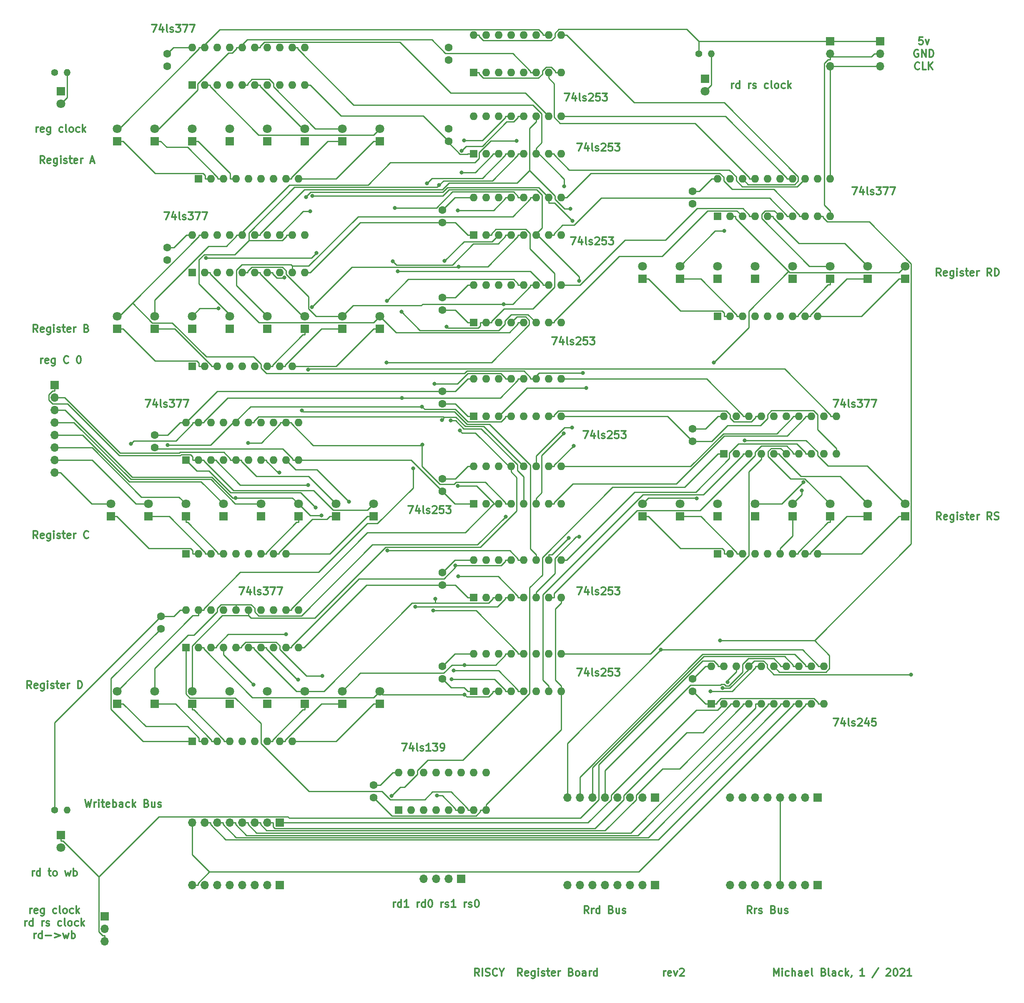
<source format=gtl>
G04 #@! TF.GenerationSoftware,KiCad,Pcbnew,5.1.6-c6e7f7d~87~ubuntu16.04.1*
G04 #@! TF.CreationDate,2021-01-23T16:02:59-05:00*
G04 #@! TF.ProjectId,riscy_reg,72697363-795f-4726-9567-2e6b69636164,rev?*
G04 #@! TF.SameCoordinates,Original*
G04 #@! TF.FileFunction,Copper,L1,Top*
G04 #@! TF.FilePolarity,Positive*
%FSLAX46Y46*%
G04 Gerber Fmt 4.6, Leading zero omitted, Abs format (unit mm)*
G04 Created by KiCad (PCBNEW 5.1.6-c6e7f7d~87~ubuntu16.04.1) date 2021-01-23 16:02:59*
%MOMM*%
%LPD*%
G01*
G04 APERTURE LIST*
G04 #@! TA.AperFunction,NonConductor*
%ADD10C,0.300000*%
G04 #@! TD*
G04 #@! TA.AperFunction,ComponentPad*
%ADD11O,1.700000X1.700000*%
G04 #@! TD*
G04 #@! TA.AperFunction,ComponentPad*
%ADD12R,1.700000X1.700000*%
G04 #@! TD*
G04 #@! TA.AperFunction,ComponentPad*
%ADD13O,1.600000X1.600000*%
G04 #@! TD*
G04 #@! TA.AperFunction,ComponentPad*
%ADD14R,1.600000X1.600000*%
G04 #@! TD*
G04 #@! TA.AperFunction,ComponentPad*
%ADD15O,1.400000X1.400000*%
G04 #@! TD*
G04 #@! TA.AperFunction,ComponentPad*
%ADD16C,1.400000*%
G04 #@! TD*
G04 #@! TA.AperFunction,ComponentPad*
%ADD17C,1.800000*%
G04 #@! TD*
G04 #@! TA.AperFunction,ComponentPad*
%ADD18R,1.800000X1.800000*%
G04 #@! TD*
G04 #@! TA.AperFunction,ComponentPad*
%ADD19C,1.600000*%
G04 #@! TD*
G04 #@! TA.AperFunction,ViaPad*
%ADD20C,0.800000*%
G04 #@! TD*
G04 #@! TA.AperFunction,Conductor*
%ADD21C,0.250000*%
G04 #@! TD*
G04 APERTURE END LIST*
D10*
X76922857Y-150308571D02*
X77922857Y-150308571D01*
X77280000Y-151808571D01*
X79137142Y-150808571D02*
X79137142Y-151808571D01*
X78780000Y-150237142D02*
X78422857Y-151308571D01*
X79351428Y-151308571D01*
X80137142Y-151808571D02*
X79994285Y-151737142D01*
X79922857Y-151594285D01*
X79922857Y-150308571D01*
X80637142Y-151737142D02*
X80780000Y-151808571D01*
X81065714Y-151808571D01*
X81208571Y-151737142D01*
X81280000Y-151594285D01*
X81280000Y-151522857D01*
X81208571Y-151380000D01*
X81065714Y-151308571D01*
X80851428Y-151308571D01*
X80708571Y-151237142D01*
X80637142Y-151094285D01*
X80637142Y-151022857D01*
X80708571Y-150880000D01*
X80851428Y-150808571D01*
X81065714Y-150808571D01*
X81208571Y-150880000D01*
X82708571Y-151808571D02*
X81851428Y-151808571D01*
X82280000Y-151808571D02*
X82280000Y-150308571D01*
X82137142Y-150522857D01*
X81994285Y-150665714D01*
X81851428Y-150737142D01*
X83208571Y-150308571D02*
X84137142Y-150308571D01*
X83637142Y-150880000D01*
X83851428Y-150880000D01*
X83994285Y-150951428D01*
X84065714Y-151022857D01*
X84137142Y-151165714D01*
X84137142Y-151522857D01*
X84065714Y-151665714D01*
X83994285Y-151737142D01*
X83851428Y-151808571D01*
X83422857Y-151808571D01*
X83280000Y-151737142D01*
X83208571Y-151665714D01*
X84851428Y-151808571D02*
X85137142Y-151808571D01*
X85280000Y-151737142D01*
X85351428Y-151665714D01*
X85494285Y-151451428D01*
X85565714Y-151165714D01*
X85565714Y-150594285D01*
X85494285Y-150451428D01*
X85422857Y-150380000D01*
X85280000Y-150308571D01*
X84994285Y-150308571D01*
X84851428Y-150380000D01*
X84780000Y-150451428D01*
X84708571Y-150594285D01*
X84708571Y-150951428D01*
X84780000Y-151094285D01*
X84851428Y-151165714D01*
X84994285Y-151237142D01*
X85280000Y-151237142D01*
X85422857Y-151165714D01*
X85494285Y-151094285D01*
X85565714Y-150951428D01*
X24852857Y-80458571D02*
X25852857Y-80458571D01*
X25210000Y-81958571D01*
X27067142Y-80958571D02*
X27067142Y-81958571D01*
X26710000Y-80387142D02*
X26352857Y-81458571D01*
X27281428Y-81458571D01*
X28067142Y-81958571D02*
X27924285Y-81887142D01*
X27852857Y-81744285D01*
X27852857Y-80458571D01*
X28567142Y-81887142D02*
X28710000Y-81958571D01*
X28995714Y-81958571D01*
X29138571Y-81887142D01*
X29210000Y-81744285D01*
X29210000Y-81672857D01*
X29138571Y-81530000D01*
X28995714Y-81458571D01*
X28781428Y-81458571D01*
X28638571Y-81387142D01*
X28567142Y-81244285D01*
X28567142Y-81172857D01*
X28638571Y-81030000D01*
X28781428Y-80958571D01*
X28995714Y-80958571D01*
X29138571Y-81030000D01*
X29710000Y-80458571D02*
X30638571Y-80458571D01*
X30138571Y-81030000D01*
X30352857Y-81030000D01*
X30495714Y-81101428D01*
X30567142Y-81172857D01*
X30638571Y-81315714D01*
X30638571Y-81672857D01*
X30567142Y-81815714D01*
X30495714Y-81887142D01*
X30352857Y-81958571D01*
X29924285Y-81958571D01*
X29781428Y-81887142D01*
X29710000Y-81815714D01*
X31138571Y-80458571D02*
X32138571Y-80458571D01*
X31495714Y-81958571D01*
X32567142Y-80458571D02*
X33567142Y-80458571D01*
X32924285Y-81958571D01*
X130044285Y-197528571D02*
X130044285Y-196528571D01*
X130044285Y-196814285D02*
X130115714Y-196671428D01*
X130187142Y-196600000D01*
X130330000Y-196528571D01*
X130472857Y-196528571D01*
X131544285Y-197457142D02*
X131401428Y-197528571D01*
X131115714Y-197528571D01*
X130972857Y-197457142D01*
X130901428Y-197314285D01*
X130901428Y-196742857D01*
X130972857Y-196600000D01*
X131115714Y-196528571D01*
X131401428Y-196528571D01*
X131544285Y-196600000D01*
X131615714Y-196742857D01*
X131615714Y-196885714D01*
X130901428Y-197028571D01*
X132115714Y-196528571D02*
X132472857Y-197528571D01*
X132830000Y-196528571D01*
X133330000Y-196171428D02*
X133401428Y-196100000D01*
X133544285Y-196028571D01*
X133901428Y-196028571D01*
X134044285Y-196100000D01*
X134115714Y-196171428D01*
X134187142Y-196314285D01*
X134187142Y-196457142D01*
X134115714Y-196671428D01*
X133258571Y-197528571D01*
X134187142Y-197528571D01*
X3584285Y-73068571D02*
X3584285Y-72068571D01*
X3584285Y-72354285D02*
X3655714Y-72211428D01*
X3727142Y-72140000D01*
X3870000Y-72068571D01*
X4012857Y-72068571D01*
X5084285Y-72997142D02*
X4941428Y-73068571D01*
X4655714Y-73068571D01*
X4512857Y-72997142D01*
X4441428Y-72854285D01*
X4441428Y-72282857D01*
X4512857Y-72140000D01*
X4655714Y-72068571D01*
X4941428Y-72068571D01*
X5084285Y-72140000D01*
X5155714Y-72282857D01*
X5155714Y-72425714D01*
X4441428Y-72568571D01*
X6441428Y-72068571D02*
X6441428Y-73282857D01*
X6370000Y-73425714D01*
X6298571Y-73497142D01*
X6155714Y-73568571D01*
X5941428Y-73568571D01*
X5798571Y-73497142D01*
X6441428Y-72997142D02*
X6298571Y-73068571D01*
X6012857Y-73068571D01*
X5870000Y-72997142D01*
X5798571Y-72925714D01*
X5727142Y-72782857D01*
X5727142Y-72354285D01*
X5798571Y-72211428D01*
X5870000Y-72140000D01*
X6012857Y-72068571D01*
X6298571Y-72068571D01*
X6441428Y-72140000D01*
X9155714Y-72925714D02*
X9084285Y-72997142D01*
X8870000Y-73068571D01*
X8727142Y-73068571D01*
X8512857Y-72997142D01*
X8370000Y-72854285D01*
X8298571Y-72711428D01*
X8227142Y-72425714D01*
X8227142Y-72211428D01*
X8298571Y-71925714D01*
X8370000Y-71782857D01*
X8512857Y-71640000D01*
X8727142Y-71568571D01*
X8870000Y-71568571D01*
X9084285Y-71640000D01*
X9155714Y-71711428D01*
X11227142Y-71568571D02*
X11370000Y-71568571D01*
X11512857Y-71640000D01*
X11584285Y-71711428D01*
X11655714Y-71854285D01*
X11727142Y-72140000D01*
X11727142Y-72497142D01*
X11655714Y-72782857D01*
X11584285Y-72925714D01*
X11512857Y-72997142D01*
X11370000Y-73068571D01*
X11227142Y-73068571D01*
X11084285Y-72997142D01*
X11012857Y-72925714D01*
X10941428Y-72782857D01*
X10870000Y-72497142D01*
X10870000Y-72140000D01*
X10941428Y-71854285D01*
X11012857Y-71711428D01*
X11084285Y-71640000D01*
X11227142Y-71568571D01*
X164552857Y-80458571D02*
X165552857Y-80458571D01*
X164910000Y-81958571D01*
X166767142Y-80958571D02*
X166767142Y-81958571D01*
X166410000Y-80387142D02*
X166052857Y-81458571D01*
X166981428Y-81458571D01*
X167767142Y-81958571D02*
X167624285Y-81887142D01*
X167552857Y-81744285D01*
X167552857Y-80458571D01*
X168267142Y-81887142D02*
X168410000Y-81958571D01*
X168695714Y-81958571D01*
X168838571Y-81887142D01*
X168910000Y-81744285D01*
X168910000Y-81672857D01*
X168838571Y-81530000D01*
X168695714Y-81458571D01*
X168481428Y-81458571D01*
X168338571Y-81387142D01*
X168267142Y-81244285D01*
X168267142Y-81172857D01*
X168338571Y-81030000D01*
X168481428Y-80958571D01*
X168695714Y-80958571D01*
X168838571Y-81030000D01*
X169410000Y-80458571D02*
X170338571Y-80458571D01*
X169838571Y-81030000D01*
X170052857Y-81030000D01*
X170195714Y-81101428D01*
X170267142Y-81172857D01*
X170338571Y-81315714D01*
X170338571Y-81672857D01*
X170267142Y-81815714D01*
X170195714Y-81887142D01*
X170052857Y-81958571D01*
X169624285Y-81958571D01*
X169481428Y-81887142D01*
X169410000Y-81815714D01*
X170838571Y-80458571D02*
X171838571Y-80458571D01*
X171195714Y-81958571D01*
X172267142Y-80458571D02*
X173267142Y-80458571D01*
X172624285Y-81958571D01*
X168362857Y-37278571D02*
X169362857Y-37278571D01*
X168720000Y-38778571D01*
X170577142Y-37778571D02*
X170577142Y-38778571D01*
X170220000Y-37207142D02*
X169862857Y-38278571D01*
X170791428Y-38278571D01*
X171577142Y-38778571D02*
X171434285Y-38707142D01*
X171362857Y-38564285D01*
X171362857Y-37278571D01*
X172077142Y-38707142D02*
X172220000Y-38778571D01*
X172505714Y-38778571D01*
X172648571Y-38707142D01*
X172720000Y-38564285D01*
X172720000Y-38492857D01*
X172648571Y-38350000D01*
X172505714Y-38278571D01*
X172291428Y-38278571D01*
X172148571Y-38207142D01*
X172077142Y-38064285D01*
X172077142Y-37992857D01*
X172148571Y-37850000D01*
X172291428Y-37778571D01*
X172505714Y-37778571D01*
X172648571Y-37850000D01*
X173220000Y-37278571D02*
X174148571Y-37278571D01*
X173648571Y-37850000D01*
X173862857Y-37850000D01*
X174005714Y-37921428D01*
X174077142Y-37992857D01*
X174148571Y-38135714D01*
X174148571Y-38492857D01*
X174077142Y-38635714D01*
X174005714Y-38707142D01*
X173862857Y-38778571D01*
X173434285Y-38778571D01*
X173291428Y-38707142D01*
X173220000Y-38635714D01*
X174648571Y-37278571D02*
X175648571Y-37278571D01*
X175005714Y-38778571D01*
X176077142Y-37278571D02*
X177077142Y-37278571D01*
X176434285Y-38778571D01*
X164552857Y-145228571D02*
X165552857Y-145228571D01*
X164910000Y-146728571D01*
X166767142Y-145728571D02*
X166767142Y-146728571D01*
X166410000Y-145157142D02*
X166052857Y-146228571D01*
X166981428Y-146228571D01*
X167767142Y-146728571D02*
X167624285Y-146657142D01*
X167552857Y-146514285D01*
X167552857Y-145228571D01*
X168267142Y-146657142D02*
X168410000Y-146728571D01*
X168695714Y-146728571D01*
X168838571Y-146657142D01*
X168910000Y-146514285D01*
X168910000Y-146442857D01*
X168838571Y-146300000D01*
X168695714Y-146228571D01*
X168481428Y-146228571D01*
X168338571Y-146157142D01*
X168267142Y-146014285D01*
X168267142Y-145942857D01*
X168338571Y-145800000D01*
X168481428Y-145728571D01*
X168695714Y-145728571D01*
X168838571Y-145800000D01*
X169481428Y-145371428D02*
X169552857Y-145300000D01*
X169695714Y-145228571D01*
X170052857Y-145228571D01*
X170195714Y-145300000D01*
X170267142Y-145371428D01*
X170338571Y-145514285D01*
X170338571Y-145657142D01*
X170267142Y-145871428D01*
X169410000Y-146728571D01*
X170338571Y-146728571D01*
X171624285Y-145728571D02*
X171624285Y-146728571D01*
X171267142Y-145157142D02*
X170910000Y-146228571D01*
X171838571Y-146228571D01*
X173124285Y-145228571D02*
X172410000Y-145228571D01*
X172338571Y-145942857D01*
X172410000Y-145871428D01*
X172552857Y-145800000D01*
X172910000Y-145800000D01*
X173052857Y-145871428D01*
X173124285Y-145942857D01*
X173195714Y-146085714D01*
X173195714Y-146442857D01*
X173124285Y-146585714D01*
X173052857Y-146657142D01*
X172910000Y-146728571D01*
X172552857Y-146728571D01*
X172410000Y-146657142D01*
X172338571Y-146585714D01*
X109942857Y-18228571D02*
X110942857Y-18228571D01*
X110300000Y-19728571D01*
X112157142Y-18728571D02*
X112157142Y-19728571D01*
X111800000Y-18157142D02*
X111442857Y-19228571D01*
X112371428Y-19228571D01*
X113157142Y-19728571D02*
X113014285Y-19657142D01*
X112942857Y-19514285D01*
X112942857Y-18228571D01*
X113657142Y-19657142D02*
X113800000Y-19728571D01*
X114085714Y-19728571D01*
X114228571Y-19657142D01*
X114300000Y-19514285D01*
X114300000Y-19442857D01*
X114228571Y-19300000D01*
X114085714Y-19228571D01*
X113871428Y-19228571D01*
X113728571Y-19157142D01*
X113657142Y-19014285D01*
X113657142Y-18942857D01*
X113728571Y-18800000D01*
X113871428Y-18728571D01*
X114085714Y-18728571D01*
X114228571Y-18800000D01*
X114871428Y-18371428D02*
X114942857Y-18300000D01*
X115085714Y-18228571D01*
X115442857Y-18228571D01*
X115585714Y-18300000D01*
X115657142Y-18371428D01*
X115728571Y-18514285D01*
X115728571Y-18657142D01*
X115657142Y-18871428D01*
X114800000Y-19728571D01*
X115728571Y-19728571D01*
X117085714Y-18228571D02*
X116371428Y-18228571D01*
X116300000Y-18942857D01*
X116371428Y-18871428D01*
X116514285Y-18800000D01*
X116871428Y-18800000D01*
X117014285Y-18871428D01*
X117085714Y-18942857D01*
X117157142Y-19085714D01*
X117157142Y-19442857D01*
X117085714Y-19585714D01*
X117014285Y-19657142D01*
X116871428Y-19728571D01*
X116514285Y-19728571D01*
X116371428Y-19657142D01*
X116300000Y-19585714D01*
X117657142Y-18228571D02*
X118585714Y-18228571D01*
X118085714Y-18800000D01*
X118300000Y-18800000D01*
X118442857Y-18871428D01*
X118514285Y-18942857D01*
X118585714Y-19085714D01*
X118585714Y-19442857D01*
X118514285Y-19585714D01*
X118442857Y-19657142D01*
X118300000Y-19728571D01*
X117871428Y-19728571D01*
X117728571Y-19657142D01*
X117657142Y-19585714D01*
X112482857Y-135068571D02*
X113482857Y-135068571D01*
X112840000Y-136568571D01*
X114697142Y-135568571D02*
X114697142Y-136568571D01*
X114340000Y-134997142D02*
X113982857Y-136068571D01*
X114911428Y-136068571D01*
X115697142Y-136568571D02*
X115554285Y-136497142D01*
X115482857Y-136354285D01*
X115482857Y-135068571D01*
X116197142Y-136497142D02*
X116340000Y-136568571D01*
X116625714Y-136568571D01*
X116768571Y-136497142D01*
X116840000Y-136354285D01*
X116840000Y-136282857D01*
X116768571Y-136140000D01*
X116625714Y-136068571D01*
X116411428Y-136068571D01*
X116268571Y-135997142D01*
X116197142Y-135854285D01*
X116197142Y-135782857D01*
X116268571Y-135640000D01*
X116411428Y-135568571D01*
X116625714Y-135568571D01*
X116768571Y-135640000D01*
X117411428Y-135211428D02*
X117482857Y-135140000D01*
X117625714Y-135068571D01*
X117982857Y-135068571D01*
X118125714Y-135140000D01*
X118197142Y-135211428D01*
X118268571Y-135354285D01*
X118268571Y-135497142D01*
X118197142Y-135711428D01*
X117340000Y-136568571D01*
X118268571Y-136568571D01*
X119625714Y-135068571D02*
X118911428Y-135068571D01*
X118840000Y-135782857D01*
X118911428Y-135711428D01*
X119054285Y-135640000D01*
X119411428Y-135640000D01*
X119554285Y-135711428D01*
X119625714Y-135782857D01*
X119697142Y-135925714D01*
X119697142Y-136282857D01*
X119625714Y-136425714D01*
X119554285Y-136497142D01*
X119411428Y-136568571D01*
X119054285Y-136568571D01*
X118911428Y-136497142D01*
X118840000Y-136425714D01*
X120197142Y-135068571D02*
X121125714Y-135068571D01*
X120625714Y-135640000D01*
X120840000Y-135640000D01*
X120982857Y-135711428D01*
X121054285Y-135782857D01*
X121125714Y-135925714D01*
X121125714Y-136282857D01*
X121054285Y-136425714D01*
X120982857Y-136497142D01*
X120840000Y-136568571D01*
X120411428Y-136568571D01*
X120268571Y-136497142D01*
X120197142Y-136425714D01*
X112482857Y-118558571D02*
X113482857Y-118558571D01*
X112840000Y-120058571D01*
X114697142Y-119058571D02*
X114697142Y-120058571D01*
X114340000Y-118487142D02*
X113982857Y-119558571D01*
X114911428Y-119558571D01*
X115697142Y-120058571D02*
X115554285Y-119987142D01*
X115482857Y-119844285D01*
X115482857Y-118558571D01*
X116197142Y-119987142D02*
X116340000Y-120058571D01*
X116625714Y-120058571D01*
X116768571Y-119987142D01*
X116840000Y-119844285D01*
X116840000Y-119772857D01*
X116768571Y-119630000D01*
X116625714Y-119558571D01*
X116411428Y-119558571D01*
X116268571Y-119487142D01*
X116197142Y-119344285D01*
X116197142Y-119272857D01*
X116268571Y-119130000D01*
X116411428Y-119058571D01*
X116625714Y-119058571D01*
X116768571Y-119130000D01*
X117411428Y-118701428D02*
X117482857Y-118630000D01*
X117625714Y-118558571D01*
X117982857Y-118558571D01*
X118125714Y-118630000D01*
X118197142Y-118701428D01*
X118268571Y-118844285D01*
X118268571Y-118987142D01*
X118197142Y-119201428D01*
X117340000Y-120058571D01*
X118268571Y-120058571D01*
X119625714Y-118558571D02*
X118911428Y-118558571D01*
X118840000Y-119272857D01*
X118911428Y-119201428D01*
X119054285Y-119130000D01*
X119411428Y-119130000D01*
X119554285Y-119201428D01*
X119625714Y-119272857D01*
X119697142Y-119415714D01*
X119697142Y-119772857D01*
X119625714Y-119915714D01*
X119554285Y-119987142D01*
X119411428Y-120058571D01*
X119054285Y-120058571D01*
X118911428Y-119987142D01*
X118840000Y-119915714D01*
X120197142Y-118558571D02*
X121125714Y-118558571D01*
X120625714Y-119130000D01*
X120840000Y-119130000D01*
X120982857Y-119201428D01*
X121054285Y-119272857D01*
X121125714Y-119415714D01*
X121125714Y-119772857D01*
X121054285Y-119915714D01*
X120982857Y-119987142D01*
X120840000Y-120058571D01*
X120411428Y-120058571D01*
X120268571Y-119987142D01*
X120197142Y-119915714D01*
X78192857Y-102048571D02*
X79192857Y-102048571D01*
X78550000Y-103548571D01*
X80407142Y-102548571D02*
X80407142Y-103548571D01*
X80050000Y-101977142D02*
X79692857Y-103048571D01*
X80621428Y-103048571D01*
X81407142Y-103548571D02*
X81264285Y-103477142D01*
X81192857Y-103334285D01*
X81192857Y-102048571D01*
X81907142Y-103477142D02*
X82050000Y-103548571D01*
X82335714Y-103548571D01*
X82478571Y-103477142D01*
X82550000Y-103334285D01*
X82550000Y-103262857D01*
X82478571Y-103120000D01*
X82335714Y-103048571D01*
X82121428Y-103048571D01*
X81978571Y-102977142D01*
X81907142Y-102834285D01*
X81907142Y-102762857D01*
X81978571Y-102620000D01*
X82121428Y-102548571D01*
X82335714Y-102548571D01*
X82478571Y-102620000D01*
X83121428Y-102191428D02*
X83192857Y-102120000D01*
X83335714Y-102048571D01*
X83692857Y-102048571D01*
X83835714Y-102120000D01*
X83907142Y-102191428D01*
X83978571Y-102334285D01*
X83978571Y-102477142D01*
X83907142Y-102691428D01*
X83050000Y-103548571D01*
X83978571Y-103548571D01*
X85335714Y-102048571D02*
X84621428Y-102048571D01*
X84550000Y-102762857D01*
X84621428Y-102691428D01*
X84764285Y-102620000D01*
X85121428Y-102620000D01*
X85264285Y-102691428D01*
X85335714Y-102762857D01*
X85407142Y-102905714D01*
X85407142Y-103262857D01*
X85335714Y-103405714D01*
X85264285Y-103477142D01*
X85121428Y-103548571D01*
X84764285Y-103548571D01*
X84621428Y-103477142D01*
X84550000Y-103405714D01*
X85907142Y-102048571D02*
X86835714Y-102048571D01*
X86335714Y-102620000D01*
X86550000Y-102620000D01*
X86692857Y-102691428D01*
X86764285Y-102762857D01*
X86835714Y-102905714D01*
X86835714Y-103262857D01*
X86764285Y-103405714D01*
X86692857Y-103477142D01*
X86550000Y-103548571D01*
X86121428Y-103548571D01*
X85978571Y-103477142D01*
X85907142Y-103405714D01*
X113752857Y-86808571D02*
X114752857Y-86808571D01*
X114110000Y-88308571D01*
X115967142Y-87308571D02*
X115967142Y-88308571D01*
X115610000Y-86737142D02*
X115252857Y-87808571D01*
X116181428Y-87808571D01*
X116967142Y-88308571D02*
X116824285Y-88237142D01*
X116752857Y-88094285D01*
X116752857Y-86808571D01*
X117467142Y-88237142D02*
X117610000Y-88308571D01*
X117895714Y-88308571D01*
X118038571Y-88237142D01*
X118110000Y-88094285D01*
X118110000Y-88022857D01*
X118038571Y-87880000D01*
X117895714Y-87808571D01*
X117681428Y-87808571D01*
X117538571Y-87737142D01*
X117467142Y-87594285D01*
X117467142Y-87522857D01*
X117538571Y-87380000D01*
X117681428Y-87308571D01*
X117895714Y-87308571D01*
X118038571Y-87380000D01*
X118681428Y-86951428D02*
X118752857Y-86880000D01*
X118895714Y-86808571D01*
X119252857Y-86808571D01*
X119395714Y-86880000D01*
X119467142Y-86951428D01*
X119538571Y-87094285D01*
X119538571Y-87237142D01*
X119467142Y-87451428D01*
X118610000Y-88308571D01*
X119538571Y-88308571D01*
X120895714Y-86808571D02*
X120181428Y-86808571D01*
X120110000Y-87522857D01*
X120181428Y-87451428D01*
X120324285Y-87380000D01*
X120681428Y-87380000D01*
X120824285Y-87451428D01*
X120895714Y-87522857D01*
X120967142Y-87665714D01*
X120967142Y-88022857D01*
X120895714Y-88165714D01*
X120824285Y-88237142D01*
X120681428Y-88308571D01*
X120324285Y-88308571D01*
X120181428Y-88237142D01*
X120110000Y-88165714D01*
X121467142Y-86808571D02*
X122395714Y-86808571D01*
X121895714Y-87380000D01*
X122110000Y-87380000D01*
X122252857Y-87451428D01*
X122324285Y-87522857D01*
X122395714Y-87665714D01*
X122395714Y-88022857D01*
X122324285Y-88165714D01*
X122252857Y-88237142D01*
X122110000Y-88308571D01*
X121681428Y-88308571D01*
X121538571Y-88237142D01*
X121467142Y-88165714D01*
X107402857Y-67758571D02*
X108402857Y-67758571D01*
X107760000Y-69258571D01*
X109617142Y-68258571D02*
X109617142Y-69258571D01*
X109260000Y-67687142D02*
X108902857Y-68758571D01*
X109831428Y-68758571D01*
X110617142Y-69258571D02*
X110474285Y-69187142D01*
X110402857Y-69044285D01*
X110402857Y-67758571D01*
X111117142Y-69187142D02*
X111260000Y-69258571D01*
X111545714Y-69258571D01*
X111688571Y-69187142D01*
X111760000Y-69044285D01*
X111760000Y-68972857D01*
X111688571Y-68830000D01*
X111545714Y-68758571D01*
X111331428Y-68758571D01*
X111188571Y-68687142D01*
X111117142Y-68544285D01*
X111117142Y-68472857D01*
X111188571Y-68330000D01*
X111331428Y-68258571D01*
X111545714Y-68258571D01*
X111688571Y-68330000D01*
X112331428Y-67901428D02*
X112402857Y-67830000D01*
X112545714Y-67758571D01*
X112902857Y-67758571D01*
X113045714Y-67830000D01*
X113117142Y-67901428D01*
X113188571Y-68044285D01*
X113188571Y-68187142D01*
X113117142Y-68401428D01*
X112260000Y-69258571D01*
X113188571Y-69258571D01*
X114545714Y-67758571D02*
X113831428Y-67758571D01*
X113760000Y-68472857D01*
X113831428Y-68401428D01*
X113974285Y-68330000D01*
X114331428Y-68330000D01*
X114474285Y-68401428D01*
X114545714Y-68472857D01*
X114617142Y-68615714D01*
X114617142Y-68972857D01*
X114545714Y-69115714D01*
X114474285Y-69187142D01*
X114331428Y-69258571D01*
X113974285Y-69258571D01*
X113831428Y-69187142D01*
X113760000Y-69115714D01*
X115117142Y-67758571D02*
X116045714Y-67758571D01*
X115545714Y-68330000D01*
X115760000Y-68330000D01*
X115902857Y-68401428D01*
X115974285Y-68472857D01*
X116045714Y-68615714D01*
X116045714Y-68972857D01*
X115974285Y-69115714D01*
X115902857Y-69187142D01*
X115760000Y-69258571D01*
X115331428Y-69258571D01*
X115188571Y-69187142D01*
X115117142Y-69115714D01*
X111212857Y-47438571D02*
X112212857Y-47438571D01*
X111570000Y-48938571D01*
X113427142Y-47938571D02*
X113427142Y-48938571D01*
X113070000Y-47367142D02*
X112712857Y-48438571D01*
X113641428Y-48438571D01*
X114427142Y-48938571D02*
X114284285Y-48867142D01*
X114212857Y-48724285D01*
X114212857Y-47438571D01*
X114927142Y-48867142D02*
X115070000Y-48938571D01*
X115355714Y-48938571D01*
X115498571Y-48867142D01*
X115570000Y-48724285D01*
X115570000Y-48652857D01*
X115498571Y-48510000D01*
X115355714Y-48438571D01*
X115141428Y-48438571D01*
X114998571Y-48367142D01*
X114927142Y-48224285D01*
X114927142Y-48152857D01*
X114998571Y-48010000D01*
X115141428Y-47938571D01*
X115355714Y-47938571D01*
X115498571Y-48010000D01*
X116141428Y-47581428D02*
X116212857Y-47510000D01*
X116355714Y-47438571D01*
X116712857Y-47438571D01*
X116855714Y-47510000D01*
X116927142Y-47581428D01*
X116998571Y-47724285D01*
X116998571Y-47867142D01*
X116927142Y-48081428D01*
X116070000Y-48938571D01*
X116998571Y-48938571D01*
X118355714Y-47438571D02*
X117641428Y-47438571D01*
X117570000Y-48152857D01*
X117641428Y-48081428D01*
X117784285Y-48010000D01*
X118141428Y-48010000D01*
X118284285Y-48081428D01*
X118355714Y-48152857D01*
X118427142Y-48295714D01*
X118427142Y-48652857D01*
X118355714Y-48795714D01*
X118284285Y-48867142D01*
X118141428Y-48938571D01*
X117784285Y-48938571D01*
X117641428Y-48867142D01*
X117570000Y-48795714D01*
X118927142Y-47438571D02*
X119855714Y-47438571D01*
X119355714Y-48010000D01*
X119570000Y-48010000D01*
X119712857Y-48081428D01*
X119784285Y-48152857D01*
X119855714Y-48295714D01*
X119855714Y-48652857D01*
X119784285Y-48795714D01*
X119712857Y-48867142D01*
X119570000Y-48938571D01*
X119141428Y-48938571D01*
X118998571Y-48867142D01*
X118927142Y-48795714D01*
X112482857Y-28388571D02*
X113482857Y-28388571D01*
X112840000Y-29888571D01*
X114697142Y-28888571D02*
X114697142Y-29888571D01*
X114340000Y-28317142D02*
X113982857Y-29388571D01*
X114911428Y-29388571D01*
X115697142Y-29888571D02*
X115554285Y-29817142D01*
X115482857Y-29674285D01*
X115482857Y-28388571D01*
X116197142Y-29817142D02*
X116340000Y-29888571D01*
X116625714Y-29888571D01*
X116768571Y-29817142D01*
X116840000Y-29674285D01*
X116840000Y-29602857D01*
X116768571Y-29460000D01*
X116625714Y-29388571D01*
X116411428Y-29388571D01*
X116268571Y-29317142D01*
X116197142Y-29174285D01*
X116197142Y-29102857D01*
X116268571Y-28960000D01*
X116411428Y-28888571D01*
X116625714Y-28888571D01*
X116768571Y-28960000D01*
X117411428Y-28531428D02*
X117482857Y-28460000D01*
X117625714Y-28388571D01*
X117982857Y-28388571D01*
X118125714Y-28460000D01*
X118197142Y-28531428D01*
X118268571Y-28674285D01*
X118268571Y-28817142D01*
X118197142Y-29031428D01*
X117340000Y-29888571D01*
X118268571Y-29888571D01*
X119625714Y-28388571D02*
X118911428Y-28388571D01*
X118840000Y-29102857D01*
X118911428Y-29031428D01*
X119054285Y-28960000D01*
X119411428Y-28960000D01*
X119554285Y-29031428D01*
X119625714Y-29102857D01*
X119697142Y-29245714D01*
X119697142Y-29602857D01*
X119625714Y-29745714D01*
X119554285Y-29817142D01*
X119411428Y-29888571D01*
X119054285Y-29888571D01*
X118911428Y-29817142D01*
X118840000Y-29745714D01*
X120197142Y-28388571D02*
X121125714Y-28388571D01*
X120625714Y-28960000D01*
X120840000Y-28960000D01*
X120982857Y-29031428D01*
X121054285Y-29102857D01*
X121125714Y-29245714D01*
X121125714Y-29602857D01*
X121054285Y-29745714D01*
X120982857Y-29817142D01*
X120840000Y-29888571D01*
X120411428Y-29888571D01*
X120268571Y-29817142D01*
X120197142Y-29745714D01*
X43902857Y-118558571D02*
X44902857Y-118558571D01*
X44260000Y-120058571D01*
X46117142Y-119058571D02*
X46117142Y-120058571D01*
X45760000Y-118487142D02*
X45402857Y-119558571D01*
X46331428Y-119558571D01*
X47117142Y-120058571D02*
X46974285Y-119987142D01*
X46902857Y-119844285D01*
X46902857Y-118558571D01*
X47617142Y-119987142D02*
X47760000Y-120058571D01*
X48045714Y-120058571D01*
X48188571Y-119987142D01*
X48260000Y-119844285D01*
X48260000Y-119772857D01*
X48188571Y-119630000D01*
X48045714Y-119558571D01*
X47831428Y-119558571D01*
X47688571Y-119487142D01*
X47617142Y-119344285D01*
X47617142Y-119272857D01*
X47688571Y-119130000D01*
X47831428Y-119058571D01*
X48045714Y-119058571D01*
X48188571Y-119130000D01*
X48760000Y-118558571D02*
X49688571Y-118558571D01*
X49188571Y-119130000D01*
X49402857Y-119130000D01*
X49545714Y-119201428D01*
X49617142Y-119272857D01*
X49688571Y-119415714D01*
X49688571Y-119772857D01*
X49617142Y-119915714D01*
X49545714Y-119987142D01*
X49402857Y-120058571D01*
X48974285Y-120058571D01*
X48831428Y-119987142D01*
X48760000Y-119915714D01*
X50188571Y-118558571D02*
X51188571Y-118558571D01*
X50545714Y-120058571D01*
X51617142Y-118558571D02*
X52617142Y-118558571D01*
X51974285Y-120058571D01*
X28662857Y-42358571D02*
X29662857Y-42358571D01*
X29020000Y-43858571D01*
X30877142Y-42858571D02*
X30877142Y-43858571D01*
X30520000Y-42287142D02*
X30162857Y-43358571D01*
X31091428Y-43358571D01*
X31877142Y-43858571D02*
X31734285Y-43787142D01*
X31662857Y-43644285D01*
X31662857Y-42358571D01*
X32377142Y-43787142D02*
X32520000Y-43858571D01*
X32805714Y-43858571D01*
X32948571Y-43787142D01*
X33020000Y-43644285D01*
X33020000Y-43572857D01*
X32948571Y-43430000D01*
X32805714Y-43358571D01*
X32591428Y-43358571D01*
X32448571Y-43287142D01*
X32377142Y-43144285D01*
X32377142Y-43072857D01*
X32448571Y-42930000D01*
X32591428Y-42858571D01*
X32805714Y-42858571D01*
X32948571Y-42930000D01*
X33520000Y-42358571D02*
X34448571Y-42358571D01*
X33948571Y-42930000D01*
X34162857Y-42930000D01*
X34305714Y-43001428D01*
X34377142Y-43072857D01*
X34448571Y-43215714D01*
X34448571Y-43572857D01*
X34377142Y-43715714D01*
X34305714Y-43787142D01*
X34162857Y-43858571D01*
X33734285Y-43858571D01*
X33591428Y-43787142D01*
X33520000Y-43715714D01*
X34948571Y-42358571D02*
X35948571Y-42358571D01*
X35305714Y-43858571D01*
X36377142Y-42358571D02*
X37377142Y-42358571D01*
X36734285Y-43858571D01*
X26122857Y-4258571D02*
X27122857Y-4258571D01*
X26480000Y-5758571D01*
X28337142Y-4758571D02*
X28337142Y-5758571D01*
X27980000Y-4187142D02*
X27622857Y-5258571D01*
X28551428Y-5258571D01*
X29337142Y-5758571D02*
X29194285Y-5687142D01*
X29122857Y-5544285D01*
X29122857Y-4258571D01*
X29837142Y-5687142D02*
X29980000Y-5758571D01*
X30265714Y-5758571D01*
X30408571Y-5687142D01*
X30480000Y-5544285D01*
X30480000Y-5472857D01*
X30408571Y-5330000D01*
X30265714Y-5258571D01*
X30051428Y-5258571D01*
X29908571Y-5187142D01*
X29837142Y-5044285D01*
X29837142Y-4972857D01*
X29908571Y-4830000D01*
X30051428Y-4758571D01*
X30265714Y-4758571D01*
X30408571Y-4830000D01*
X30980000Y-4258571D02*
X31908571Y-4258571D01*
X31408571Y-4830000D01*
X31622857Y-4830000D01*
X31765714Y-4901428D01*
X31837142Y-4972857D01*
X31908571Y-5115714D01*
X31908571Y-5472857D01*
X31837142Y-5615714D01*
X31765714Y-5687142D01*
X31622857Y-5758571D01*
X31194285Y-5758571D01*
X31051428Y-5687142D01*
X30980000Y-5615714D01*
X32408571Y-4258571D02*
X33408571Y-4258571D01*
X32765714Y-5758571D01*
X33837142Y-4258571D02*
X34837142Y-4258571D01*
X34194285Y-5758571D01*
X152405714Y-197528571D02*
X152405714Y-196028571D01*
X152905714Y-197100000D01*
X153405714Y-196028571D01*
X153405714Y-197528571D01*
X154120000Y-197528571D02*
X154120000Y-196528571D01*
X154120000Y-196028571D02*
X154048571Y-196100000D01*
X154120000Y-196171428D01*
X154191428Y-196100000D01*
X154120000Y-196028571D01*
X154120000Y-196171428D01*
X155477142Y-197457142D02*
X155334285Y-197528571D01*
X155048571Y-197528571D01*
X154905714Y-197457142D01*
X154834285Y-197385714D01*
X154762857Y-197242857D01*
X154762857Y-196814285D01*
X154834285Y-196671428D01*
X154905714Y-196600000D01*
X155048571Y-196528571D01*
X155334285Y-196528571D01*
X155477142Y-196600000D01*
X156120000Y-197528571D02*
X156120000Y-196028571D01*
X156762857Y-197528571D02*
X156762857Y-196742857D01*
X156691428Y-196600000D01*
X156548571Y-196528571D01*
X156334285Y-196528571D01*
X156191428Y-196600000D01*
X156120000Y-196671428D01*
X158120000Y-197528571D02*
X158120000Y-196742857D01*
X158048571Y-196600000D01*
X157905714Y-196528571D01*
X157620000Y-196528571D01*
X157477142Y-196600000D01*
X158120000Y-197457142D02*
X157977142Y-197528571D01*
X157620000Y-197528571D01*
X157477142Y-197457142D01*
X157405714Y-197314285D01*
X157405714Y-197171428D01*
X157477142Y-197028571D01*
X157620000Y-196957142D01*
X157977142Y-196957142D01*
X158120000Y-196885714D01*
X159405714Y-197457142D02*
X159262857Y-197528571D01*
X158977142Y-197528571D01*
X158834285Y-197457142D01*
X158762857Y-197314285D01*
X158762857Y-196742857D01*
X158834285Y-196600000D01*
X158977142Y-196528571D01*
X159262857Y-196528571D01*
X159405714Y-196600000D01*
X159477142Y-196742857D01*
X159477142Y-196885714D01*
X158762857Y-197028571D01*
X160334285Y-197528571D02*
X160191428Y-197457142D01*
X160120000Y-197314285D01*
X160120000Y-196028571D01*
X162548571Y-196742857D02*
X162762857Y-196814285D01*
X162834285Y-196885714D01*
X162905714Y-197028571D01*
X162905714Y-197242857D01*
X162834285Y-197385714D01*
X162762857Y-197457142D01*
X162620000Y-197528571D01*
X162048571Y-197528571D01*
X162048571Y-196028571D01*
X162548571Y-196028571D01*
X162691428Y-196100000D01*
X162762857Y-196171428D01*
X162834285Y-196314285D01*
X162834285Y-196457142D01*
X162762857Y-196600000D01*
X162691428Y-196671428D01*
X162548571Y-196742857D01*
X162048571Y-196742857D01*
X163762857Y-197528571D02*
X163620000Y-197457142D01*
X163548571Y-197314285D01*
X163548571Y-196028571D01*
X164977142Y-197528571D02*
X164977142Y-196742857D01*
X164905714Y-196600000D01*
X164762857Y-196528571D01*
X164477142Y-196528571D01*
X164334285Y-196600000D01*
X164977142Y-197457142D02*
X164834285Y-197528571D01*
X164477142Y-197528571D01*
X164334285Y-197457142D01*
X164262857Y-197314285D01*
X164262857Y-197171428D01*
X164334285Y-197028571D01*
X164477142Y-196957142D01*
X164834285Y-196957142D01*
X164977142Y-196885714D01*
X166334285Y-197457142D02*
X166191428Y-197528571D01*
X165905714Y-197528571D01*
X165762857Y-197457142D01*
X165691428Y-197385714D01*
X165620000Y-197242857D01*
X165620000Y-196814285D01*
X165691428Y-196671428D01*
X165762857Y-196600000D01*
X165905714Y-196528571D01*
X166191428Y-196528571D01*
X166334285Y-196600000D01*
X166977142Y-197528571D02*
X166977142Y-196028571D01*
X167120000Y-196957142D02*
X167548571Y-197528571D01*
X167548571Y-196528571D02*
X166977142Y-197100000D01*
X168262857Y-197457142D02*
X168262857Y-197528571D01*
X168191428Y-197671428D01*
X168120000Y-197742857D01*
X170834285Y-197528571D02*
X169977142Y-197528571D01*
X170405714Y-197528571D02*
X170405714Y-196028571D01*
X170262857Y-196242857D01*
X170120000Y-196385714D01*
X169977142Y-196457142D01*
X173691428Y-195957142D02*
X172405714Y-197885714D01*
X175262857Y-196171428D02*
X175334285Y-196100000D01*
X175477142Y-196028571D01*
X175834285Y-196028571D01*
X175977142Y-196100000D01*
X176048571Y-196171428D01*
X176120000Y-196314285D01*
X176120000Y-196457142D01*
X176048571Y-196671428D01*
X175191428Y-197528571D01*
X176120000Y-197528571D01*
X177048571Y-196028571D02*
X177191428Y-196028571D01*
X177334285Y-196100000D01*
X177405714Y-196171428D01*
X177477142Y-196314285D01*
X177548571Y-196600000D01*
X177548571Y-196957142D01*
X177477142Y-197242857D01*
X177405714Y-197385714D01*
X177334285Y-197457142D01*
X177191428Y-197528571D01*
X177048571Y-197528571D01*
X176905714Y-197457142D01*
X176834285Y-197385714D01*
X176762857Y-197242857D01*
X176691428Y-196957142D01*
X176691428Y-196600000D01*
X176762857Y-196314285D01*
X176834285Y-196171428D01*
X176905714Y-196100000D01*
X177048571Y-196028571D01*
X178120000Y-196171428D02*
X178191428Y-196100000D01*
X178334285Y-196028571D01*
X178691428Y-196028571D01*
X178834285Y-196100000D01*
X178905714Y-196171428D01*
X178977142Y-196314285D01*
X178977142Y-196457142D01*
X178905714Y-196671428D01*
X178048571Y-197528571D01*
X178977142Y-197528571D01*
X180405714Y-197528571D02*
X179548571Y-197528571D01*
X179977142Y-197528571D02*
X179977142Y-196028571D01*
X179834285Y-196242857D01*
X179691428Y-196385714D01*
X179548571Y-196457142D01*
X92604285Y-197528571D02*
X92104285Y-196814285D01*
X91747142Y-197528571D02*
X91747142Y-196028571D01*
X92318571Y-196028571D01*
X92461428Y-196100000D01*
X92532857Y-196171428D01*
X92604285Y-196314285D01*
X92604285Y-196528571D01*
X92532857Y-196671428D01*
X92461428Y-196742857D01*
X92318571Y-196814285D01*
X91747142Y-196814285D01*
X93247142Y-197528571D02*
X93247142Y-196028571D01*
X93890000Y-197457142D02*
X94104285Y-197528571D01*
X94461428Y-197528571D01*
X94604285Y-197457142D01*
X94675714Y-197385714D01*
X94747142Y-197242857D01*
X94747142Y-197100000D01*
X94675714Y-196957142D01*
X94604285Y-196885714D01*
X94461428Y-196814285D01*
X94175714Y-196742857D01*
X94032857Y-196671428D01*
X93961428Y-196600000D01*
X93890000Y-196457142D01*
X93890000Y-196314285D01*
X93961428Y-196171428D01*
X94032857Y-196100000D01*
X94175714Y-196028571D01*
X94532857Y-196028571D01*
X94747142Y-196100000D01*
X96247142Y-197385714D02*
X96175714Y-197457142D01*
X95961428Y-197528571D01*
X95818571Y-197528571D01*
X95604285Y-197457142D01*
X95461428Y-197314285D01*
X95390000Y-197171428D01*
X95318571Y-196885714D01*
X95318571Y-196671428D01*
X95390000Y-196385714D01*
X95461428Y-196242857D01*
X95604285Y-196100000D01*
X95818571Y-196028571D01*
X95961428Y-196028571D01*
X96175714Y-196100000D01*
X96247142Y-196171428D01*
X97175714Y-196814285D02*
X97175714Y-197528571D01*
X96675714Y-196028571D02*
X97175714Y-196814285D01*
X97675714Y-196028571D01*
X101318571Y-197528571D02*
X100818571Y-196814285D01*
X100461428Y-197528571D02*
X100461428Y-196028571D01*
X101032857Y-196028571D01*
X101175714Y-196100000D01*
X101247142Y-196171428D01*
X101318571Y-196314285D01*
X101318571Y-196528571D01*
X101247142Y-196671428D01*
X101175714Y-196742857D01*
X101032857Y-196814285D01*
X100461428Y-196814285D01*
X102532857Y-197457142D02*
X102390000Y-197528571D01*
X102104285Y-197528571D01*
X101961428Y-197457142D01*
X101890000Y-197314285D01*
X101890000Y-196742857D01*
X101961428Y-196600000D01*
X102104285Y-196528571D01*
X102390000Y-196528571D01*
X102532857Y-196600000D01*
X102604285Y-196742857D01*
X102604285Y-196885714D01*
X101890000Y-197028571D01*
X103890000Y-196528571D02*
X103890000Y-197742857D01*
X103818571Y-197885714D01*
X103747142Y-197957142D01*
X103604285Y-198028571D01*
X103390000Y-198028571D01*
X103247142Y-197957142D01*
X103890000Y-197457142D02*
X103747142Y-197528571D01*
X103461428Y-197528571D01*
X103318571Y-197457142D01*
X103247142Y-197385714D01*
X103175714Y-197242857D01*
X103175714Y-196814285D01*
X103247142Y-196671428D01*
X103318571Y-196600000D01*
X103461428Y-196528571D01*
X103747142Y-196528571D01*
X103890000Y-196600000D01*
X104604285Y-197528571D02*
X104604285Y-196528571D01*
X104604285Y-196028571D02*
X104532857Y-196100000D01*
X104604285Y-196171428D01*
X104675714Y-196100000D01*
X104604285Y-196028571D01*
X104604285Y-196171428D01*
X105247142Y-197457142D02*
X105390000Y-197528571D01*
X105675714Y-197528571D01*
X105818571Y-197457142D01*
X105890000Y-197314285D01*
X105890000Y-197242857D01*
X105818571Y-197100000D01*
X105675714Y-197028571D01*
X105461428Y-197028571D01*
X105318571Y-196957142D01*
X105247142Y-196814285D01*
X105247142Y-196742857D01*
X105318571Y-196600000D01*
X105461428Y-196528571D01*
X105675714Y-196528571D01*
X105818571Y-196600000D01*
X106318571Y-196528571D02*
X106890000Y-196528571D01*
X106532857Y-196028571D02*
X106532857Y-197314285D01*
X106604285Y-197457142D01*
X106747142Y-197528571D01*
X106890000Y-197528571D01*
X107961428Y-197457142D02*
X107818571Y-197528571D01*
X107532857Y-197528571D01*
X107390000Y-197457142D01*
X107318571Y-197314285D01*
X107318571Y-196742857D01*
X107390000Y-196600000D01*
X107532857Y-196528571D01*
X107818571Y-196528571D01*
X107961428Y-196600000D01*
X108032857Y-196742857D01*
X108032857Y-196885714D01*
X107318571Y-197028571D01*
X108675714Y-197528571D02*
X108675714Y-196528571D01*
X108675714Y-196814285D02*
X108747142Y-196671428D01*
X108818571Y-196600000D01*
X108961428Y-196528571D01*
X109104285Y-196528571D01*
X111247142Y-196742857D02*
X111461428Y-196814285D01*
X111532857Y-196885714D01*
X111604285Y-197028571D01*
X111604285Y-197242857D01*
X111532857Y-197385714D01*
X111461428Y-197457142D01*
X111318571Y-197528571D01*
X110747142Y-197528571D01*
X110747142Y-196028571D01*
X111247142Y-196028571D01*
X111390000Y-196100000D01*
X111461428Y-196171428D01*
X111532857Y-196314285D01*
X111532857Y-196457142D01*
X111461428Y-196600000D01*
X111390000Y-196671428D01*
X111247142Y-196742857D01*
X110747142Y-196742857D01*
X112461428Y-197528571D02*
X112318571Y-197457142D01*
X112247142Y-197385714D01*
X112175714Y-197242857D01*
X112175714Y-196814285D01*
X112247142Y-196671428D01*
X112318571Y-196600000D01*
X112461428Y-196528571D01*
X112675714Y-196528571D01*
X112818571Y-196600000D01*
X112890000Y-196671428D01*
X112961428Y-196814285D01*
X112961428Y-197242857D01*
X112890000Y-197385714D01*
X112818571Y-197457142D01*
X112675714Y-197528571D01*
X112461428Y-197528571D01*
X114247142Y-197528571D02*
X114247142Y-196742857D01*
X114175714Y-196600000D01*
X114032857Y-196528571D01*
X113747142Y-196528571D01*
X113604285Y-196600000D01*
X114247142Y-197457142D02*
X114104285Y-197528571D01*
X113747142Y-197528571D01*
X113604285Y-197457142D01*
X113532857Y-197314285D01*
X113532857Y-197171428D01*
X113604285Y-197028571D01*
X113747142Y-196957142D01*
X114104285Y-196957142D01*
X114247142Y-196885714D01*
X114961428Y-197528571D02*
X114961428Y-196528571D01*
X114961428Y-196814285D02*
X115032857Y-196671428D01*
X115104285Y-196600000D01*
X115247142Y-196528571D01*
X115390000Y-196528571D01*
X116532857Y-197528571D02*
X116532857Y-196028571D01*
X116532857Y-197457142D02*
X116390000Y-197528571D01*
X116104285Y-197528571D01*
X115961428Y-197457142D01*
X115890000Y-197385714D01*
X115818571Y-197242857D01*
X115818571Y-196814285D01*
X115890000Y-196671428D01*
X115961428Y-196600000D01*
X116104285Y-196528571D01*
X116390000Y-196528571D01*
X116532857Y-196600000D01*
X2655714Y-26078571D02*
X2655714Y-25078571D01*
X2655714Y-25364285D02*
X2727142Y-25221428D01*
X2798571Y-25150000D01*
X2941428Y-25078571D01*
X3084285Y-25078571D01*
X4155714Y-26007142D02*
X4012857Y-26078571D01*
X3727142Y-26078571D01*
X3584285Y-26007142D01*
X3512857Y-25864285D01*
X3512857Y-25292857D01*
X3584285Y-25150000D01*
X3727142Y-25078571D01*
X4012857Y-25078571D01*
X4155714Y-25150000D01*
X4227142Y-25292857D01*
X4227142Y-25435714D01*
X3512857Y-25578571D01*
X5512857Y-25078571D02*
X5512857Y-26292857D01*
X5441428Y-26435714D01*
X5370000Y-26507142D01*
X5227142Y-26578571D01*
X5012857Y-26578571D01*
X4870000Y-26507142D01*
X5512857Y-26007142D02*
X5370000Y-26078571D01*
X5084285Y-26078571D01*
X4941428Y-26007142D01*
X4870000Y-25935714D01*
X4798571Y-25792857D01*
X4798571Y-25364285D01*
X4870000Y-25221428D01*
X4941428Y-25150000D01*
X5084285Y-25078571D01*
X5370000Y-25078571D01*
X5512857Y-25150000D01*
X8012857Y-26007142D02*
X7870000Y-26078571D01*
X7584285Y-26078571D01*
X7441428Y-26007142D01*
X7370000Y-25935714D01*
X7298571Y-25792857D01*
X7298571Y-25364285D01*
X7370000Y-25221428D01*
X7441428Y-25150000D01*
X7584285Y-25078571D01*
X7870000Y-25078571D01*
X8012857Y-25150000D01*
X8870000Y-26078571D02*
X8727142Y-26007142D01*
X8655714Y-25864285D01*
X8655714Y-24578571D01*
X9655714Y-26078571D02*
X9512857Y-26007142D01*
X9441428Y-25935714D01*
X9370000Y-25792857D01*
X9370000Y-25364285D01*
X9441428Y-25221428D01*
X9512857Y-25150000D01*
X9655714Y-25078571D01*
X9870000Y-25078571D01*
X10012857Y-25150000D01*
X10084285Y-25221428D01*
X10155714Y-25364285D01*
X10155714Y-25792857D01*
X10084285Y-25935714D01*
X10012857Y-26007142D01*
X9870000Y-26078571D01*
X9655714Y-26078571D01*
X11441428Y-26007142D02*
X11298571Y-26078571D01*
X11012857Y-26078571D01*
X10870000Y-26007142D01*
X10798571Y-25935714D01*
X10727142Y-25792857D01*
X10727142Y-25364285D01*
X10798571Y-25221428D01*
X10870000Y-25150000D01*
X11012857Y-25078571D01*
X11298571Y-25078571D01*
X11441428Y-25150000D01*
X12084285Y-26078571D02*
X12084285Y-24578571D01*
X12227142Y-25507142D02*
X12655714Y-26078571D01*
X12655714Y-25078571D02*
X12084285Y-25650000D01*
X143895714Y-17188571D02*
X143895714Y-16188571D01*
X143895714Y-16474285D02*
X143967142Y-16331428D01*
X144038571Y-16260000D01*
X144181428Y-16188571D01*
X144324285Y-16188571D01*
X145467142Y-17188571D02*
X145467142Y-15688571D01*
X145467142Y-17117142D02*
X145324285Y-17188571D01*
X145038571Y-17188571D01*
X144895714Y-17117142D01*
X144824285Y-17045714D01*
X144752857Y-16902857D01*
X144752857Y-16474285D01*
X144824285Y-16331428D01*
X144895714Y-16260000D01*
X145038571Y-16188571D01*
X145324285Y-16188571D01*
X145467142Y-16260000D01*
X147324285Y-17188571D02*
X147324285Y-16188571D01*
X147324285Y-16474285D02*
X147395714Y-16331428D01*
X147467142Y-16260000D01*
X147610000Y-16188571D01*
X147752857Y-16188571D01*
X148181428Y-17117142D02*
X148324285Y-17188571D01*
X148610000Y-17188571D01*
X148752857Y-17117142D01*
X148824285Y-16974285D01*
X148824285Y-16902857D01*
X148752857Y-16760000D01*
X148610000Y-16688571D01*
X148395714Y-16688571D01*
X148252857Y-16617142D01*
X148181428Y-16474285D01*
X148181428Y-16402857D01*
X148252857Y-16260000D01*
X148395714Y-16188571D01*
X148610000Y-16188571D01*
X148752857Y-16260000D01*
X151252857Y-17117142D02*
X151110000Y-17188571D01*
X150824285Y-17188571D01*
X150681428Y-17117142D01*
X150610000Y-17045714D01*
X150538571Y-16902857D01*
X150538571Y-16474285D01*
X150610000Y-16331428D01*
X150681428Y-16260000D01*
X150824285Y-16188571D01*
X151110000Y-16188571D01*
X151252857Y-16260000D01*
X152110000Y-17188571D02*
X151967142Y-17117142D01*
X151895714Y-16974285D01*
X151895714Y-15688571D01*
X152895714Y-17188571D02*
X152752857Y-17117142D01*
X152681428Y-17045714D01*
X152610000Y-16902857D01*
X152610000Y-16474285D01*
X152681428Y-16331428D01*
X152752857Y-16260000D01*
X152895714Y-16188571D01*
X153110000Y-16188571D01*
X153252857Y-16260000D01*
X153324285Y-16331428D01*
X153395714Y-16474285D01*
X153395714Y-16902857D01*
X153324285Y-17045714D01*
X153252857Y-17117142D01*
X153110000Y-17188571D01*
X152895714Y-17188571D01*
X154681428Y-17117142D02*
X154538571Y-17188571D01*
X154252857Y-17188571D01*
X154110000Y-17117142D01*
X154038571Y-17045714D01*
X153967142Y-16902857D01*
X153967142Y-16474285D01*
X154038571Y-16331428D01*
X154110000Y-16260000D01*
X154252857Y-16188571D01*
X154538571Y-16188571D01*
X154681428Y-16260000D01*
X155324285Y-17188571D02*
X155324285Y-15688571D01*
X155467142Y-16617142D02*
X155895714Y-17188571D01*
X155895714Y-16188571D02*
X155324285Y-16760000D01*
X1850000Y-177208571D02*
X1850000Y-176208571D01*
X1850000Y-176494285D02*
X1921428Y-176351428D01*
X1992857Y-176280000D01*
X2135714Y-176208571D01*
X2278571Y-176208571D01*
X3421428Y-177208571D02*
X3421428Y-175708571D01*
X3421428Y-177137142D02*
X3278571Y-177208571D01*
X2992857Y-177208571D01*
X2850000Y-177137142D01*
X2778571Y-177065714D01*
X2707142Y-176922857D01*
X2707142Y-176494285D01*
X2778571Y-176351428D01*
X2850000Y-176280000D01*
X2992857Y-176208571D01*
X3278571Y-176208571D01*
X3421428Y-176280000D01*
X5064285Y-176208571D02*
X5635714Y-176208571D01*
X5278571Y-175708571D02*
X5278571Y-176994285D01*
X5350000Y-177137142D01*
X5492857Y-177208571D01*
X5635714Y-177208571D01*
X6349999Y-177208571D02*
X6207142Y-177137142D01*
X6135714Y-177065714D01*
X6064285Y-176922857D01*
X6064285Y-176494285D01*
X6135714Y-176351428D01*
X6207142Y-176280000D01*
X6349999Y-176208571D01*
X6564285Y-176208571D01*
X6707142Y-176280000D01*
X6778571Y-176351428D01*
X6849999Y-176494285D01*
X6849999Y-176922857D01*
X6778571Y-177065714D01*
X6707142Y-177137142D01*
X6564285Y-177208571D01*
X6349999Y-177208571D01*
X8492857Y-176208571D02*
X8778571Y-177208571D01*
X9064285Y-176494285D01*
X9350000Y-177208571D01*
X9635714Y-176208571D01*
X10207142Y-177208571D02*
X10207142Y-175708571D01*
X10207142Y-176280000D02*
X10350000Y-176208571D01*
X10635714Y-176208571D01*
X10778571Y-176280000D01*
X10850000Y-176351428D01*
X10921428Y-176494285D01*
X10921428Y-176922857D01*
X10850000Y-177065714D01*
X10778571Y-177137142D01*
X10635714Y-177208571D01*
X10350000Y-177208571D01*
X10207142Y-177137142D01*
X75177142Y-183558571D02*
X75177142Y-182558571D01*
X75177142Y-182844285D02*
X75248571Y-182701428D01*
X75320000Y-182630000D01*
X75462857Y-182558571D01*
X75605714Y-182558571D01*
X76748571Y-183558571D02*
X76748571Y-182058571D01*
X76748571Y-183487142D02*
X76605714Y-183558571D01*
X76320000Y-183558571D01*
X76177142Y-183487142D01*
X76105714Y-183415714D01*
X76034285Y-183272857D01*
X76034285Y-182844285D01*
X76105714Y-182701428D01*
X76177142Y-182630000D01*
X76320000Y-182558571D01*
X76605714Y-182558571D01*
X76748571Y-182630000D01*
X78248571Y-183558571D02*
X77391428Y-183558571D01*
X77820000Y-183558571D02*
X77820000Y-182058571D01*
X77677142Y-182272857D01*
X77534285Y-182415714D01*
X77391428Y-182487142D01*
X80034285Y-183558571D02*
X80034285Y-182558571D01*
X80034285Y-182844285D02*
X80105714Y-182701428D01*
X80177142Y-182630000D01*
X80320000Y-182558571D01*
X80462857Y-182558571D01*
X81605714Y-183558571D02*
X81605714Y-182058571D01*
X81605714Y-183487142D02*
X81462857Y-183558571D01*
X81177142Y-183558571D01*
X81034285Y-183487142D01*
X80962857Y-183415714D01*
X80891428Y-183272857D01*
X80891428Y-182844285D01*
X80962857Y-182701428D01*
X81034285Y-182630000D01*
X81177142Y-182558571D01*
X81462857Y-182558571D01*
X81605714Y-182630000D01*
X82605714Y-182058571D02*
X82748571Y-182058571D01*
X82891428Y-182130000D01*
X82962857Y-182201428D01*
X83034285Y-182344285D01*
X83105714Y-182630000D01*
X83105714Y-182987142D01*
X83034285Y-183272857D01*
X82962857Y-183415714D01*
X82891428Y-183487142D01*
X82748571Y-183558571D01*
X82605714Y-183558571D01*
X82462857Y-183487142D01*
X82391428Y-183415714D01*
X82320000Y-183272857D01*
X82248571Y-182987142D01*
X82248571Y-182630000D01*
X82320000Y-182344285D01*
X82391428Y-182201428D01*
X82462857Y-182130000D01*
X82605714Y-182058571D01*
X84891428Y-183558571D02*
X84891428Y-182558571D01*
X84891428Y-182844285D02*
X84962857Y-182701428D01*
X85034285Y-182630000D01*
X85177142Y-182558571D01*
X85320000Y-182558571D01*
X85748571Y-183487142D02*
X85891428Y-183558571D01*
X86177142Y-183558571D01*
X86320000Y-183487142D01*
X86391428Y-183344285D01*
X86391428Y-183272857D01*
X86320000Y-183130000D01*
X86177142Y-183058571D01*
X85962857Y-183058571D01*
X85820000Y-182987142D01*
X85748571Y-182844285D01*
X85748571Y-182772857D01*
X85820000Y-182630000D01*
X85962857Y-182558571D01*
X86177142Y-182558571D01*
X86320000Y-182630000D01*
X87820000Y-183558571D02*
X86962857Y-183558571D01*
X87391428Y-183558571D02*
X87391428Y-182058571D01*
X87248571Y-182272857D01*
X87105714Y-182415714D01*
X86962857Y-182487142D01*
X89605714Y-183558571D02*
X89605714Y-182558571D01*
X89605714Y-182844285D02*
X89677142Y-182701428D01*
X89748571Y-182630000D01*
X89891428Y-182558571D01*
X90034285Y-182558571D01*
X90462857Y-183487142D02*
X90605714Y-183558571D01*
X90891428Y-183558571D01*
X91034285Y-183487142D01*
X91105714Y-183344285D01*
X91105714Y-183272857D01*
X91034285Y-183130000D01*
X90891428Y-183058571D01*
X90677142Y-183058571D01*
X90534285Y-182987142D01*
X90462857Y-182844285D01*
X90462857Y-182772857D01*
X90534285Y-182630000D01*
X90677142Y-182558571D01*
X90891428Y-182558571D01*
X91034285Y-182630000D01*
X92034285Y-182058571D02*
X92177142Y-182058571D01*
X92320000Y-182130000D01*
X92391428Y-182201428D01*
X92462857Y-182344285D01*
X92534285Y-182630000D01*
X92534285Y-182987142D01*
X92462857Y-183272857D01*
X92391428Y-183415714D01*
X92320000Y-183487142D01*
X92177142Y-183558571D01*
X92034285Y-183558571D01*
X91891428Y-183487142D01*
X91820000Y-183415714D01*
X91748571Y-183272857D01*
X91677142Y-182987142D01*
X91677142Y-182630000D01*
X91748571Y-182344285D01*
X91820000Y-182201428D01*
X91891428Y-182130000D01*
X92034285Y-182058571D01*
X1385714Y-184818571D02*
X1385714Y-183818571D01*
X1385714Y-184104285D02*
X1457142Y-183961428D01*
X1528571Y-183890000D01*
X1671428Y-183818571D01*
X1814285Y-183818571D01*
X2885714Y-184747142D02*
X2742857Y-184818571D01*
X2457142Y-184818571D01*
X2314285Y-184747142D01*
X2242857Y-184604285D01*
X2242857Y-184032857D01*
X2314285Y-183890000D01*
X2457142Y-183818571D01*
X2742857Y-183818571D01*
X2885714Y-183890000D01*
X2957142Y-184032857D01*
X2957142Y-184175714D01*
X2242857Y-184318571D01*
X4242857Y-183818571D02*
X4242857Y-185032857D01*
X4171428Y-185175714D01*
X4100000Y-185247142D01*
X3957142Y-185318571D01*
X3742857Y-185318571D01*
X3600000Y-185247142D01*
X4242857Y-184747142D02*
X4100000Y-184818571D01*
X3814285Y-184818571D01*
X3671428Y-184747142D01*
X3600000Y-184675714D01*
X3528571Y-184532857D01*
X3528571Y-184104285D01*
X3600000Y-183961428D01*
X3671428Y-183890000D01*
X3814285Y-183818571D01*
X4100000Y-183818571D01*
X4242857Y-183890000D01*
X6742857Y-184747142D02*
X6600000Y-184818571D01*
X6314285Y-184818571D01*
X6171428Y-184747142D01*
X6100000Y-184675714D01*
X6028571Y-184532857D01*
X6028571Y-184104285D01*
X6100000Y-183961428D01*
X6171428Y-183890000D01*
X6314285Y-183818571D01*
X6600000Y-183818571D01*
X6742857Y-183890000D01*
X7600000Y-184818571D02*
X7457142Y-184747142D01*
X7385714Y-184604285D01*
X7385714Y-183318571D01*
X8385714Y-184818571D02*
X8242857Y-184747142D01*
X8171428Y-184675714D01*
X8100000Y-184532857D01*
X8100000Y-184104285D01*
X8171428Y-183961428D01*
X8242857Y-183890000D01*
X8385714Y-183818571D01*
X8600000Y-183818571D01*
X8742857Y-183890000D01*
X8814285Y-183961428D01*
X8885714Y-184104285D01*
X8885714Y-184532857D01*
X8814285Y-184675714D01*
X8742857Y-184747142D01*
X8600000Y-184818571D01*
X8385714Y-184818571D01*
X10171428Y-184747142D02*
X10028571Y-184818571D01*
X9742857Y-184818571D01*
X9600000Y-184747142D01*
X9528571Y-184675714D01*
X9457142Y-184532857D01*
X9457142Y-184104285D01*
X9528571Y-183961428D01*
X9600000Y-183890000D01*
X9742857Y-183818571D01*
X10028571Y-183818571D01*
X10171428Y-183890000D01*
X10814285Y-184818571D02*
X10814285Y-183318571D01*
X10957142Y-184247142D02*
X11385714Y-184818571D01*
X11385714Y-183818571D02*
X10814285Y-184390000D01*
X385714Y-187368571D02*
X385714Y-186368571D01*
X385714Y-186654285D02*
X457142Y-186511428D01*
X528571Y-186440000D01*
X671428Y-186368571D01*
X814285Y-186368571D01*
X1957142Y-187368571D02*
X1957142Y-185868571D01*
X1957142Y-187297142D02*
X1814285Y-187368571D01*
X1528571Y-187368571D01*
X1385714Y-187297142D01*
X1314285Y-187225714D01*
X1242857Y-187082857D01*
X1242857Y-186654285D01*
X1314285Y-186511428D01*
X1385714Y-186440000D01*
X1528571Y-186368571D01*
X1814285Y-186368571D01*
X1957142Y-186440000D01*
X3814285Y-187368571D02*
X3814285Y-186368571D01*
X3814285Y-186654285D02*
X3885714Y-186511428D01*
X3957142Y-186440000D01*
X4100000Y-186368571D01*
X4242857Y-186368571D01*
X4671428Y-187297142D02*
X4814285Y-187368571D01*
X5100000Y-187368571D01*
X5242857Y-187297142D01*
X5314285Y-187154285D01*
X5314285Y-187082857D01*
X5242857Y-186940000D01*
X5100000Y-186868571D01*
X4885714Y-186868571D01*
X4742857Y-186797142D01*
X4671428Y-186654285D01*
X4671428Y-186582857D01*
X4742857Y-186440000D01*
X4885714Y-186368571D01*
X5100000Y-186368571D01*
X5242857Y-186440000D01*
X7742857Y-187297142D02*
X7600000Y-187368571D01*
X7314285Y-187368571D01*
X7171428Y-187297142D01*
X7100000Y-187225714D01*
X7028571Y-187082857D01*
X7028571Y-186654285D01*
X7100000Y-186511428D01*
X7171428Y-186440000D01*
X7314285Y-186368571D01*
X7600000Y-186368571D01*
X7742857Y-186440000D01*
X8600000Y-187368571D02*
X8457142Y-187297142D01*
X8385714Y-187154285D01*
X8385714Y-185868571D01*
X9385714Y-187368571D02*
X9242857Y-187297142D01*
X9171428Y-187225714D01*
X9100000Y-187082857D01*
X9100000Y-186654285D01*
X9171428Y-186511428D01*
X9242857Y-186440000D01*
X9385714Y-186368571D01*
X9600000Y-186368571D01*
X9742857Y-186440000D01*
X9814285Y-186511428D01*
X9885714Y-186654285D01*
X9885714Y-187082857D01*
X9814285Y-187225714D01*
X9742857Y-187297142D01*
X9600000Y-187368571D01*
X9385714Y-187368571D01*
X11171428Y-187297142D02*
X11028571Y-187368571D01*
X10742857Y-187368571D01*
X10600000Y-187297142D01*
X10528571Y-187225714D01*
X10457142Y-187082857D01*
X10457142Y-186654285D01*
X10528571Y-186511428D01*
X10600000Y-186440000D01*
X10742857Y-186368571D01*
X11028571Y-186368571D01*
X11171428Y-186440000D01*
X11814285Y-187368571D02*
X11814285Y-185868571D01*
X11957142Y-186797142D02*
X12385714Y-187368571D01*
X12385714Y-186368571D02*
X11814285Y-186940000D01*
X2242857Y-189918571D02*
X2242857Y-188918571D01*
X2242857Y-189204285D02*
X2314285Y-189061428D01*
X2385714Y-188990000D01*
X2528571Y-188918571D01*
X2671428Y-188918571D01*
X3814285Y-189918571D02*
X3814285Y-188418571D01*
X3814285Y-189847142D02*
X3671428Y-189918571D01*
X3385714Y-189918571D01*
X3242857Y-189847142D01*
X3171428Y-189775714D01*
X3100000Y-189632857D01*
X3100000Y-189204285D01*
X3171428Y-189061428D01*
X3242857Y-188990000D01*
X3385714Y-188918571D01*
X3671428Y-188918571D01*
X3814285Y-188990000D01*
X4528571Y-189347142D02*
X5671428Y-189347142D01*
X6385714Y-188918571D02*
X7528571Y-189347142D01*
X6385714Y-189775714D01*
X8100000Y-188918571D02*
X8385714Y-189918571D01*
X8671428Y-189204285D01*
X8957142Y-189918571D01*
X9242857Y-188918571D01*
X9814285Y-189918571D02*
X9814285Y-188418571D01*
X9814285Y-188990000D02*
X9957142Y-188918571D01*
X10242857Y-188918571D01*
X10385714Y-188990000D01*
X10457142Y-189061428D01*
X10528571Y-189204285D01*
X10528571Y-189632857D01*
X10457142Y-189775714D01*
X10385714Y-189847142D01*
X10242857Y-189918571D01*
X9957142Y-189918571D01*
X9814285Y-189847142D01*
X182665714Y-6788571D02*
X181951428Y-6788571D01*
X181880000Y-7502857D01*
X181951428Y-7431428D01*
X182094285Y-7360000D01*
X182451428Y-7360000D01*
X182594285Y-7431428D01*
X182665714Y-7502857D01*
X182737142Y-7645714D01*
X182737142Y-8002857D01*
X182665714Y-8145714D01*
X182594285Y-8217142D01*
X182451428Y-8288571D01*
X182094285Y-8288571D01*
X181951428Y-8217142D01*
X181880000Y-8145714D01*
X183237142Y-7288571D02*
X183594285Y-8288571D01*
X183951428Y-7288571D01*
X181737142Y-9410000D02*
X181594285Y-9338571D01*
X181380000Y-9338571D01*
X181165714Y-9410000D01*
X181022857Y-9552857D01*
X180951428Y-9695714D01*
X180880000Y-9981428D01*
X180880000Y-10195714D01*
X180951428Y-10481428D01*
X181022857Y-10624285D01*
X181165714Y-10767142D01*
X181380000Y-10838571D01*
X181522857Y-10838571D01*
X181737142Y-10767142D01*
X181808571Y-10695714D01*
X181808571Y-10195714D01*
X181522857Y-10195714D01*
X182451428Y-10838571D02*
X182451428Y-9338571D01*
X183308571Y-10838571D01*
X183308571Y-9338571D01*
X184022857Y-10838571D02*
X184022857Y-9338571D01*
X184380000Y-9338571D01*
X184594285Y-9410000D01*
X184737142Y-9552857D01*
X184808571Y-9695714D01*
X184880000Y-9981428D01*
X184880000Y-10195714D01*
X184808571Y-10481428D01*
X184737142Y-10624285D01*
X184594285Y-10767142D01*
X184380000Y-10838571D01*
X184022857Y-10838571D01*
X181987142Y-13245714D02*
X181915714Y-13317142D01*
X181701428Y-13388571D01*
X181558571Y-13388571D01*
X181344285Y-13317142D01*
X181201428Y-13174285D01*
X181130000Y-13031428D01*
X181058571Y-12745714D01*
X181058571Y-12531428D01*
X181130000Y-12245714D01*
X181201428Y-12102857D01*
X181344285Y-11960000D01*
X181558571Y-11888571D01*
X181701428Y-11888571D01*
X181915714Y-11960000D01*
X181987142Y-12031428D01*
X183344285Y-13388571D02*
X182630000Y-13388571D01*
X182630000Y-11888571D01*
X183844285Y-13388571D02*
X183844285Y-11888571D01*
X184701428Y-13388571D02*
X184058571Y-12531428D01*
X184701428Y-11888571D02*
X183844285Y-12745714D01*
X147915714Y-184828571D02*
X147415714Y-184114285D01*
X147058571Y-184828571D02*
X147058571Y-183328571D01*
X147630000Y-183328571D01*
X147772857Y-183400000D01*
X147844285Y-183471428D01*
X147915714Y-183614285D01*
X147915714Y-183828571D01*
X147844285Y-183971428D01*
X147772857Y-184042857D01*
X147630000Y-184114285D01*
X147058571Y-184114285D01*
X148558571Y-184828571D02*
X148558571Y-183828571D01*
X148558571Y-184114285D02*
X148630000Y-183971428D01*
X148701428Y-183900000D01*
X148844285Y-183828571D01*
X148987142Y-183828571D01*
X149415714Y-184757142D02*
X149558571Y-184828571D01*
X149844285Y-184828571D01*
X149987142Y-184757142D01*
X150058571Y-184614285D01*
X150058571Y-184542857D01*
X149987142Y-184400000D01*
X149844285Y-184328571D01*
X149630000Y-184328571D01*
X149487142Y-184257142D01*
X149415714Y-184114285D01*
X149415714Y-184042857D01*
X149487142Y-183900000D01*
X149630000Y-183828571D01*
X149844285Y-183828571D01*
X149987142Y-183900000D01*
X152344285Y-184042857D02*
X152558571Y-184114285D01*
X152630000Y-184185714D01*
X152701428Y-184328571D01*
X152701428Y-184542857D01*
X152630000Y-184685714D01*
X152558571Y-184757142D01*
X152415714Y-184828571D01*
X151844285Y-184828571D01*
X151844285Y-183328571D01*
X152344285Y-183328571D01*
X152487142Y-183400000D01*
X152558571Y-183471428D01*
X152630000Y-183614285D01*
X152630000Y-183757142D01*
X152558571Y-183900000D01*
X152487142Y-183971428D01*
X152344285Y-184042857D01*
X151844285Y-184042857D01*
X153987142Y-183828571D02*
X153987142Y-184828571D01*
X153344285Y-183828571D02*
X153344285Y-184614285D01*
X153415714Y-184757142D01*
X153558571Y-184828571D01*
X153772857Y-184828571D01*
X153915714Y-184757142D01*
X153987142Y-184685714D01*
X154630000Y-184757142D02*
X154772857Y-184828571D01*
X155058571Y-184828571D01*
X155201428Y-184757142D01*
X155272857Y-184614285D01*
X155272857Y-184542857D01*
X155201428Y-184400000D01*
X155058571Y-184328571D01*
X154844285Y-184328571D01*
X154701428Y-184257142D01*
X154630000Y-184114285D01*
X154630000Y-184042857D01*
X154701428Y-183900000D01*
X154844285Y-183828571D01*
X155058571Y-183828571D01*
X155201428Y-183900000D01*
X114824285Y-184828571D02*
X114324285Y-184114285D01*
X113967142Y-184828571D02*
X113967142Y-183328571D01*
X114538571Y-183328571D01*
X114681428Y-183400000D01*
X114752857Y-183471428D01*
X114824285Y-183614285D01*
X114824285Y-183828571D01*
X114752857Y-183971428D01*
X114681428Y-184042857D01*
X114538571Y-184114285D01*
X113967142Y-184114285D01*
X115467142Y-184828571D02*
X115467142Y-183828571D01*
X115467142Y-184114285D02*
X115538571Y-183971428D01*
X115610000Y-183900000D01*
X115752857Y-183828571D01*
X115895714Y-183828571D01*
X117038571Y-184828571D02*
X117038571Y-183328571D01*
X117038571Y-184757142D02*
X116895714Y-184828571D01*
X116610000Y-184828571D01*
X116467142Y-184757142D01*
X116395714Y-184685714D01*
X116324285Y-184542857D01*
X116324285Y-184114285D01*
X116395714Y-183971428D01*
X116467142Y-183900000D01*
X116610000Y-183828571D01*
X116895714Y-183828571D01*
X117038571Y-183900000D01*
X119395714Y-184042857D02*
X119610000Y-184114285D01*
X119681428Y-184185714D01*
X119752857Y-184328571D01*
X119752857Y-184542857D01*
X119681428Y-184685714D01*
X119610000Y-184757142D01*
X119467142Y-184828571D01*
X118895714Y-184828571D01*
X118895714Y-183328571D01*
X119395714Y-183328571D01*
X119538571Y-183400000D01*
X119610000Y-183471428D01*
X119681428Y-183614285D01*
X119681428Y-183757142D01*
X119610000Y-183900000D01*
X119538571Y-183971428D01*
X119395714Y-184042857D01*
X118895714Y-184042857D01*
X121038571Y-183828571D02*
X121038571Y-184828571D01*
X120395714Y-183828571D02*
X120395714Y-184614285D01*
X120467142Y-184757142D01*
X120610000Y-184828571D01*
X120824285Y-184828571D01*
X120967142Y-184757142D01*
X121038571Y-184685714D01*
X121681428Y-184757142D02*
X121824285Y-184828571D01*
X122110000Y-184828571D01*
X122252857Y-184757142D01*
X122324285Y-184614285D01*
X122324285Y-184542857D01*
X122252857Y-184400000D01*
X122110000Y-184328571D01*
X121895714Y-184328571D01*
X121752857Y-184257142D01*
X121681428Y-184114285D01*
X121681428Y-184042857D01*
X121752857Y-183900000D01*
X121895714Y-183828571D01*
X122110000Y-183828571D01*
X122252857Y-183900000D01*
X12570000Y-161738571D02*
X12927142Y-163238571D01*
X13212857Y-162167142D01*
X13498571Y-163238571D01*
X13855714Y-161738571D01*
X14427142Y-163238571D02*
X14427142Y-162238571D01*
X14427142Y-162524285D02*
X14498571Y-162381428D01*
X14570000Y-162310000D01*
X14712857Y-162238571D01*
X14855714Y-162238571D01*
X15355714Y-163238571D02*
X15355714Y-162238571D01*
X15355714Y-161738571D02*
X15284285Y-161810000D01*
X15355714Y-161881428D01*
X15427142Y-161810000D01*
X15355714Y-161738571D01*
X15355714Y-161881428D01*
X15855714Y-162238571D02*
X16427142Y-162238571D01*
X16070000Y-161738571D02*
X16070000Y-163024285D01*
X16141428Y-163167142D01*
X16284285Y-163238571D01*
X16427142Y-163238571D01*
X17498571Y-163167142D02*
X17355714Y-163238571D01*
X17070000Y-163238571D01*
X16927142Y-163167142D01*
X16855714Y-163024285D01*
X16855714Y-162452857D01*
X16927142Y-162310000D01*
X17070000Y-162238571D01*
X17355714Y-162238571D01*
X17498571Y-162310000D01*
X17570000Y-162452857D01*
X17570000Y-162595714D01*
X16855714Y-162738571D01*
X18212857Y-163238571D02*
X18212857Y-161738571D01*
X18212857Y-162310000D02*
X18355714Y-162238571D01*
X18641428Y-162238571D01*
X18784285Y-162310000D01*
X18855714Y-162381428D01*
X18927142Y-162524285D01*
X18927142Y-162952857D01*
X18855714Y-163095714D01*
X18784285Y-163167142D01*
X18641428Y-163238571D01*
X18355714Y-163238571D01*
X18212857Y-163167142D01*
X20212857Y-163238571D02*
X20212857Y-162452857D01*
X20141428Y-162310000D01*
X19998571Y-162238571D01*
X19712857Y-162238571D01*
X19570000Y-162310000D01*
X20212857Y-163167142D02*
X20070000Y-163238571D01*
X19712857Y-163238571D01*
X19570000Y-163167142D01*
X19498571Y-163024285D01*
X19498571Y-162881428D01*
X19570000Y-162738571D01*
X19712857Y-162667142D01*
X20070000Y-162667142D01*
X20212857Y-162595714D01*
X21570000Y-163167142D02*
X21427142Y-163238571D01*
X21141428Y-163238571D01*
X20998571Y-163167142D01*
X20927142Y-163095714D01*
X20855714Y-162952857D01*
X20855714Y-162524285D01*
X20927142Y-162381428D01*
X20998571Y-162310000D01*
X21141428Y-162238571D01*
X21427142Y-162238571D01*
X21570000Y-162310000D01*
X22212857Y-163238571D02*
X22212857Y-161738571D01*
X22355714Y-162667142D02*
X22784285Y-163238571D01*
X22784285Y-162238571D02*
X22212857Y-162810000D01*
X25070000Y-162452857D02*
X25284285Y-162524285D01*
X25355714Y-162595714D01*
X25427142Y-162738571D01*
X25427142Y-162952857D01*
X25355714Y-163095714D01*
X25284285Y-163167142D01*
X25141428Y-163238571D01*
X24570000Y-163238571D01*
X24570000Y-161738571D01*
X25070000Y-161738571D01*
X25212857Y-161810000D01*
X25284285Y-161881428D01*
X25355714Y-162024285D01*
X25355714Y-162167142D01*
X25284285Y-162310000D01*
X25212857Y-162381428D01*
X25070000Y-162452857D01*
X24570000Y-162452857D01*
X26712857Y-162238571D02*
X26712857Y-163238571D01*
X26070000Y-162238571D02*
X26070000Y-163024285D01*
X26141428Y-163167142D01*
X26284285Y-163238571D01*
X26498571Y-163238571D01*
X26641428Y-163167142D01*
X26712857Y-163095714D01*
X27355714Y-163167142D02*
X27498571Y-163238571D01*
X27784285Y-163238571D01*
X27927142Y-163167142D01*
X27998571Y-163024285D01*
X27998571Y-162952857D01*
X27927142Y-162810000D01*
X27784285Y-162738571D01*
X27570000Y-162738571D01*
X27427142Y-162667142D01*
X27355714Y-162524285D01*
X27355714Y-162452857D01*
X27427142Y-162310000D01*
X27570000Y-162238571D01*
X27784285Y-162238571D01*
X27927142Y-162310000D01*
X186377142Y-104818571D02*
X185877142Y-104104285D01*
X185520000Y-104818571D02*
X185520000Y-103318571D01*
X186091428Y-103318571D01*
X186234285Y-103390000D01*
X186305714Y-103461428D01*
X186377142Y-103604285D01*
X186377142Y-103818571D01*
X186305714Y-103961428D01*
X186234285Y-104032857D01*
X186091428Y-104104285D01*
X185520000Y-104104285D01*
X187591428Y-104747142D02*
X187448571Y-104818571D01*
X187162857Y-104818571D01*
X187020000Y-104747142D01*
X186948571Y-104604285D01*
X186948571Y-104032857D01*
X187020000Y-103890000D01*
X187162857Y-103818571D01*
X187448571Y-103818571D01*
X187591428Y-103890000D01*
X187662857Y-104032857D01*
X187662857Y-104175714D01*
X186948571Y-104318571D01*
X188948571Y-103818571D02*
X188948571Y-105032857D01*
X188877142Y-105175714D01*
X188805714Y-105247142D01*
X188662857Y-105318571D01*
X188448571Y-105318571D01*
X188305714Y-105247142D01*
X188948571Y-104747142D02*
X188805714Y-104818571D01*
X188520000Y-104818571D01*
X188377142Y-104747142D01*
X188305714Y-104675714D01*
X188234285Y-104532857D01*
X188234285Y-104104285D01*
X188305714Y-103961428D01*
X188377142Y-103890000D01*
X188520000Y-103818571D01*
X188805714Y-103818571D01*
X188948571Y-103890000D01*
X189662857Y-104818571D02*
X189662857Y-103818571D01*
X189662857Y-103318571D02*
X189591428Y-103390000D01*
X189662857Y-103461428D01*
X189734285Y-103390000D01*
X189662857Y-103318571D01*
X189662857Y-103461428D01*
X190305714Y-104747142D02*
X190448571Y-104818571D01*
X190734285Y-104818571D01*
X190877142Y-104747142D01*
X190948571Y-104604285D01*
X190948571Y-104532857D01*
X190877142Y-104390000D01*
X190734285Y-104318571D01*
X190520000Y-104318571D01*
X190377142Y-104247142D01*
X190305714Y-104104285D01*
X190305714Y-104032857D01*
X190377142Y-103890000D01*
X190520000Y-103818571D01*
X190734285Y-103818571D01*
X190877142Y-103890000D01*
X191377142Y-103818571D02*
X191948571Y-103818571D01*
X191591428Y-103318571D02*
X191591428Y-104604285D01*
X191662857Y-104747142D01*
X191805714Y-104818571D01*
X191948571Y-104818571D01*
X193020000Y-104747142D02*
X192877142Y-104818571D01*
X192591428Y-104818571D01*
X192448571Y-104747142D01*
X192377142Y-104604285D01*
X192377142Y-104032857D01*
X192448571Y-103890000D01*
X192591428Y-103818571D01*
X192877142Y-103818571D01*
X193020000Y-103890000D01*
X193091428Y-104032857D01*
X193091428Y-104175714D01*
X192377142Y-104318571D01*
X193734285Y-104818571D02*
X193734285Y-103818571D01*
X193734285Y-104104285D02*
X193805714Y-103961428D01*
X193877142Y-103890000D01*
X194020000Y-103818571D01*
X194162857Y-103818571D01*
X196662857Y-104818571D02*
X196162857Y-104104285D01*
X195805714Y-104818571D02*
X195805714Y-103318571D01*
X196377142Y-103318571D01*
X196520000Y-103390000D01*
X196591428Y-103461428D01*
X196662857Y-103604285D01*
X196662857Y-103818571D01*
X196591428Y-103961428D01*
X196520000Y-104032857D01*
X196377142Y-104104285D01*
X195805714Y-104104285D01*
X197234285Y-104747142D02*
X197448571Y-104818571D01*
X197805714Y-104818571D01*
X197948571Y-104747142D01*
X198020000Y-104675714D01*
X198091428Y-104532857D01*
X198091428Y-104390000D01*
X198020000Y-104247142D01*
X197948571Y-104175714D01*
X197805714Y-104104285D01*
X197520000Y-104032857D01*
X197377142Y-103961428D01*
X197305714Y-103890000D01*
X197234285Y-103747142D01*
X197234285Y-103604285D01*
X197305714Y-103461428D01*
X197377142Y-103390000D01*
X197520000Y-103318571D01*
X197877142Y-103318571D01*
X198091428Y-103390000D01*
X186341428Y-55288571D02*
X185841428Y-54574285D01*
X185484285Y-55288571D02*
X185484285Y-53788571D01*
X186055714Y-53788571D01*
X186198571Y-53860000D01*
X186270000Y-53931428D01*
X186341428Y-54074285D01*
X186341428Y-54288571D01*
X186270000Y-54431428D01*
X186198571Y-54502857D01*
X186055714Y-54574285D01*
X185484285Y-54574285D01*
X187555714Y-55217142D02*
X187412857Y-55288571D01*
X187127142Y-55288571D01*
X186984285Y-55217142D01*
X186912857Y-55074285D01*
X186912857Y-54502857D01*
X186984285Y-54360000D01*
X187127142Y-54288571D01*
X187412857Y-54288571D01*
X187555714Y-54360000D01*
X187627142Y-54502857D01*
X187627142Y-54645714D01*
X186912857Y-54788571D01*
X188912857Y-54288571D02*
X188912857Y-55502857D01*
X188841428Y-55645714D01*
X188770000Y-55717142D01*
X188627142Y-55788571D01*
X188412857Y-55788571D01*
X188270000Y-55717142D01*
X188912857Y-55217142D02*
X188770000Y-55288571D01*
X188484285Y-55288571D01*
X188341428Y-55217142D01*
X188270000Y-55145714D01*
X188198571Y-55002857D01*
X188198571Y-54574285D01*
X188270000Y-54431428D01*
X188341428Y-54360000D01*
X188484285Y-54288571D01*
X188770000Y-54288571D01*
X188912857Y-54360000D01*
X189627142Y-55288571D02*
X189627142Y-54288571D01*
X189627142Y-53788571D02*
X189555714Y-53860000D01*
X189627142Y-53931428D01*
X189698571Y-53860000D01*
X189627142Y-53788571D01*
X189627142Y-53931428D01*
X190270000Y-55217142D02*
X190412857Y-55288571D01*
X190698571Y-55288571D01*
X190841428Y-55217142D01*
X190912857Y-55074285D01*
X190912857Y-55002857D01*
X190841428Y-54860000D01*
X190698571Y-54788571D01*
X190484285Y-54788571D01*
X190341428Y-54717142D01*
X190270000Y-54574285D01*
X190270000Y-54502857D01*
X190341428Y-54360000D01*
X190484285Y-54288571D01*
X190698571Y-54288571D01*
X190841428Y-54360000D01*
X191341428Y-54288571D02*
X191912857Y-54288571D01*
X191555714Y-53788571D02*
X191555714Y-55074285D01*
X191627142Y-55217142D01*
X191770000Y-55288571D01*
X191912857Y-55288571D01*
X192984285Y-55217142D02*
X192841428Y-55288571D01*
X192555714Y-55288571D01*
X192412857Y-55217142D01*
X192341428Y-55074285D01*
X192341428Y-54502857D01*
X192412857Y-54360000D01*
X192555714Y-54288571D01*
X192841428Y-54288571D01*
X192984285Y-54360000D01*
X193055714Y-54502857D01*
X193055714Y-54645714D01*
X192341428Y-54788571D01*
X193698571Y-55288571D02*
X193698571Y-54288571D01*
X193698571Y-54574285D02*
X193770000Y-54431428D01*
X193841428Y-54360000D01*
X193984285Y-54288571D01*
X194127142Y-54288571D01*
X196627142Y-55288571D02*
X196127142Y-54574285D01*
X195770000Y-55288571D02*
X195770000Y-53788571D01*
X196341428Y-53788571D01*
X196484285Y-53860000D01*
X196555714Y-53931428D01*
X196627142Y-54074285D01*
X196627142Y-54288571D01*
X196555714Y-54431428D01*
X196484285Y-54502857D01*
X196341428Y-54574285D01*
X195770000Y-54574285D01*
X197270000Y-55288571D02*
X197270000Y-53788571D01*
X197627142Y-53788571D01*
X197841428Y-53860000D01*
X197984285Y-54002857D01*
X198055714Y-54145714D01*
X198127142Y-54431428D01*
X198127142Y-54645714D01*
X198055714Y-54931428D01*
X197984285Y-55074285D01*
X197841428Y-55217142D01*
X197627142Y-55288571D01*
X197270000Y-55288571D01*
X2941428Y-108628571D02*
X2441428Y-107914285D01*
X2084285Y-108628571D02*
X2084285Y-107128571D01*
X2655714Y-107128571D01*
X2798571Y-107200000D01*
X2870000Y-107271428D01*
X2941428Y-107414285D01*
X2941428Y-107628571D01*
X2870000Y-107771428D01*
X2798571Y-107842857D01*
X2655714Y-107914285D01*
X2084285Y-107914285D01*
X4155714Y-108557142D02*
X4012857Y-108628571D01*
X3727142Y-108628571D01*
X3584285Y-108557142D01*
X3512857Y-108414285D01*
X3512857Y-107842857D01*
X3584285Y-107700000D01*
X3727142Y-107628571D01*
X4012857Y-107628571D01*
X4155714Y-107700000D01*
X4227142Y-107842857D01*
X4227142Y-107985714D01*
X3512857Y-108128571D01*
X5512857Y-107628571D02*
X5512857Y-108842857D01*
X5441428Y-108985714D01*
X5370000Y-109057142D01*
X5227142Y-109128571D01*
X5012857Y-109128571D01*
X4870000Y-109057142D01*
X5512857Y-108557142D02*
X5370000Y-108628571D01*
X5084285Y-108628571D01*
X4941428Y-108557142D01*
X4870000Y-108485714D01*
X4798571Y-108342857D01*
X4798571Y-107914285D01*
X4870000Y-107771428D01*
X4941428Y-107700000D01*
X5084285Y-107628571D01*
X5370000Y-107628571D01*
X5512857Y-107700000D01*
X6227142Y-108628571D02*
X6227142Y-107628571D01*
X6227142Y-107128571D02*
X6155714Y-107200000D01*
X6227142Y-107271428D01*
X6298571Y-107200000D01*
X6227142Y-107128571D01*
X6227142Y-107271428D01*
X6870000Y-108557142D02*
X7012857Y-108628571D01*
X7298571Y-108628571D01*
X7441428Y-108557142D01*
X7512857Y-108414285D01*
X7512857Y-108342857D01*
X7441428Y-108200000D01*
X7298571Y-108128571D01*
X7084285Y-108128571D01*
X6941428Y-108057142D01*
X6870000Y-107914285D01*
X6870000Y-107842857D01*
X6941428Y-107700000D01*
X7084285Y-107628571D01*
X7298571Y-107628571D01*
X7441428Y-107700000D01*
X7941428Y-107628571D02*
X8512857Y-107628571D01*
X8155714Y-107128571D02*
X8155714Y-108414285D01*
X8227142Y-108557142D01*
X8370000Y-108628571D01*
X8512857Y-108628571D01*
X9584285Y-108557142D02*
X9441428Y-108628571D01*
X9155714Y-108628571D01*
X9012857Y-108557142D01*
X8941428Y-108414285D01*
X8941428Y-107842857D01*
X9012857Y-107700000D01*
X9155714Y-107628571D01*
X9441428Y-107628571D01*
X9584285Y-107700000D01*
X9655714Y-107842857D01*
X9655714Y-107985714D01*
X8941428Y-108128571D01*
X10298571Y-108628571D02*
X10298571Y-107628571D01*
X10298571Y-107914285D02*
X10370000Y-107771428D01*
X10441428Y-107700000D01*
X10584285Y-107628571D01*
X10727142Y-107628571D01*
X13227142Y-108485714D02*
X13155714Y-108557142D01*
X12941428Y-108628571D01*
X12798571Y-108628571D01*
X12584285Y-108557142D01*
X12441428Y-108414285D01*
X12370000Y-108271428D01*
X12298571Y-107985714D01*
X12298571Y-107771428D01*
X12370000Y-107485714D01*
X12441428Y-107342857D01*
X12584285Y-107200000D01*
X12798571Y-107128571D01*
X12941428Y-107128571D01*
X13155714Y-107200000D01*
X13227142Y-107271428D01*
X1671428Y-139108571D02*
X1171428Y-138394285D01*
X814285Y-139108571D02*
X814285Y-137608571D01*
X1385714Y-137608571D01*
X1528571Y-137680000D01*
X1600000Y-137751428D01*
X1671428Y-137894285D01*
X1671428Y-138108571D01*
X1600000Y-138251428D01*
X1528571Y-138322857D01*
X1385714Y-138394285D01*
X814285Y-138394285D01*
X2885714Y-139037142D02*
X2742857Y-139108571D01*
X2457142Y-139108571D01*
X2314285Y-139037142D01*
X2242857Y-138894285D01*
X2242857Y-138322857D01*
X2314285Y-138180000D01*
X2457142Y-138108571D01*
X2742857Y-138108571D01*
X2885714Y-138180000D01*
X2957142Y-138322857D01*
X2957142Y-138465714D01*
X2242857Y-138608571D01*
X4242857Y-138108571D02*
X4242857Y-139322857D01*
X4171428Y-139465714D01*
X4100000Y-139537142D01*
X3957142Y-139608571D01*
X3742857Y-139608571D01*
X3600000Y-139537142D01*
X4242857Y-139037142D02*
X4100000Y-139108571D01*
X3814285Y-139108571D01*
X3671428Y-139037142D01*
X3600000Y-138965714D01*
X3528571Y-138822857D01*
X3528571Y-138394285D01*
X3600000Y-138251428D01*
X3671428Y-138180000D01*
X3814285Y-138108571D01*
X4100000Y-138108571D01*
X4242857Y-138180000D01*
X4957142Y-139108571D02*
X4957142Y-138108571D01*
X4957142Y-137608571D02*
X4885714Y-137680000D01*
X4957142Y-137751428D01*
X5028571Y-137680000D01*
X4957142Y-137608571D01*
X4957142Y-137751428D01*
X5600000Y-139037142D02*
X5742857Y-139108571D01*
X6028571Y-139108571D01*
X6171428Y-139037142D01*
X6242857Y-138894285D01*
X6242857Y-138822857D01*
X6171428Y-138680000D01*
X6028571Y-138608571D01*
X5814285Y-138608571D01*
X5671428Y-138537142D01*
X5600000Y-138394285D01*
X5600000Y-138322857D01*
X5671428Y-138180000D01*
X5814285Y-138108571D01*
X6028571Y-138108571D01*
X6171428Y-138180000D01*
X6671428Y-138108571D02*
X7242857Y-138108571D01*
X6885714Y-137608571D02*
X6885714Y-138894285D01*
X6957142Y-139037142D01*
X7100000Y-139108571D01*
X7242857Y-139108571D01*
X8314285Y-139037142D02*
X8171428Y-139108571D01*
X7885714Y-139108571D01*
X7742857Y-139037142D01*
X7671428Y-138894285D01*
X7671428Y-138322857D01*
X7742857Y-138180000D01*
X7885714Y-138108571D01*
X8171428Y-138108571D01*
X8314285Y-138180000D01*
X8385714Y-138322857D01*
X8385714Y-138465714D01*
X7671428Y-138608571D01*
X9028571Y-139108571D02*
X9028571Y-138108571D01*
X9028571Y-138394285D02*
X9100000Y-138251428D01*
X9171428Y-138180000D01*
X9314285Y-138108571D01*
X9457142Y-138108571D01*
X11100000Y-139108571D02*
X11100000Y-137608571D01*
X11457142Y-137608571D01*
X11671428Y-137680000D01*
X11814285Y-137822857D01*
X11885714Y-137965714D01*
X11957142Y-138251428D01*
X11957142Y-138465714D01*
X11885714Y-138751428D01*
X11814285Y-138894285D01*
X11671428Y-139037142D01*
X11457142Y-139108571D01*
X11100000Y-139108571D01*
X2941428Y-66718571D02*
X2441428Y-66004285D01*
X2084285Y-66718571D02*
X2084285Y-65218571D01*
X2655714Y-65218571D01*
X2798571Y-65290000D01*
X2870000Y-65361428D01*
X2941428Y-65504285D01*
X2941428Y-65718571D01*
X2870000Y-65861428D01*
X2798571Y-65932857D01*
X2655714Y-66004285D01*
X2084285Y-66004285D01*
X4155714Y-66647142D02*
X4012857Y-66718571D01*
X3727142Y-66718571D01*
X3584285Y-66647142D01*
X3512857Y-66504285D01*
X3512857Y-65932857D01*
X3584285Y-65790000D01*
X3727142Y-65718571D01*
X4012857Y-65718571D01*
X4155714Y-65790000D01*
X4227142Y-65932857D01*
X4227142Y-66075714D01*
X3512857Y-66218571D01*
X5512857Y-65718571D02*
X5512857Y-66932857D01*
X5441428Y-67075714D01*
X5370000Y-67147142D01*
X5227142Y-67218571D01*
X5012857Y-67218571D01*
X4870000Y-67147142D01*
X5512857Y-66647142D02*
X5370000Y-66718571D01*
X5084285Y-66718571D01*
X4941428Y-66647142D01*
X4870000Y-66575714D01*
X4798571Y-66432857D01*
X4798571Y-66004285D01*
X4870000Y-65861428D01*
X4941428Y-65790000D01*
X5084285Y-65718571D01*
X5370000Y-65718571D01*
X5512857Y-65790000D01*
X6227142Y-66718571D02*
X6227142Y-65718571D01*
X6227142Y-65218571D02*
X6155714Y-65290000D01*
X6227142Y-65361428D01*
X6298571Y-65290000D01*
X6227142Y-65218571D01*
X6227142Y-65361428D01*
X6870000Y-66647142D02*
X7012857Y-66718571D01*
X7298571Y-66718571D01*
X7441428Y-66647142D01*
X7512857Y-66504285D01*
X7512857Y-66432857D01*
X7441428Y-66290000D01*
X7298571Y-66218571D01*
X7084285Y-66218571D01*
X6941428Y-66147142D01*
X6870000Y-66004285D01*
X6870000Y-65932857D01*
X6941428Y-65790000D01*
X7084285Y-65718571D01*
X7298571Y-65718571D01*
X7441428Y-65790000D01*
X7941428Y-65718571D02*
X8512857Y-65718571D01*
X8155714Y-65218571D02*
X8155714Y-66504285D01*
X8227142Y-66647142D01*
X8370000Y-66718571D01*
X8512857Y-66718571D01*
X9584285Y-66647142D02*
X9441428Y-66718571D01*
X9155714Y-66718571D01*
X9012857Y-66647142D01*
X8941428Y-66504285D01*
X8941428Y-65932857D01*
X9012857Y-65790000D01*
X9155714Y-65718571D01*
X9441428Y-65718571D01*
X9584285Y-65790000D01*
X9655714Y-65932857D01*
X9655714Y-66075714D01*
X8941428Y-66218571D01*
X10298571Y-66718571D02*
X10298571Y-65718571D01*
X10298571Y-66004285D02*
X10370000Y-65861428D01*
X10441428Y-65790000D01*
X10584285Y-65718571D01*
X10727142Y-65718571D01*
X12870000Y-65932857D02*
X13084285Y-66004285D01*
X13155714Y-66075714D01*
X13227142Y-66218571D01*
X13227142Y-66432857D01*
X13155714Y-66575714D01*
X13084285Y-66647142D01*
X12941428Y-66718571D01*
X12370000Y-66718571D01*
X12370000Y-65218571D01*
X12870000Y-65218571D01*
X13012857Y-65290000D01*
X13084285Y-65361428D01*
X13155714Y-65504285D01*
X13155714Y-65647142D01*
X13084285Y-65790000D01*
X13012857Y-65861428D01*
X12870000Y-65932857D01*
X12370000Y-65932857D01*
X4318571Y-32428571D02*
X3818571Y-31714285D01*
X3461428Y-32428571D02*
X3461428Y-30928571D01*
X4032857Y-30928571D01*
X4175714Y-31000000D01*
X4247142Y-31071428D01*
X4318571Y-31214285D01*
X4318571Y-31428571D01*
X4247142Y-31571428D01*
X4175714Y-31642857D01*
X4032857Y-31714285D01*
X3461428Y-31714285D01*
X5532857Y-32357142D02*
X5390000Y-32428571D01*
X5104285Y-32428571D01*
X4961428Y-32357142D01*
X4890000Y-32214285D01*
X4890000Y-31642857D01*
X4961428Y-31500000D01*
X5104285Y-31428571D01*
X5390000Y-31428571D01*
X5532857Y-31500000D01*
X5604285Y-31642857D01*
X5604285Y-31785714D01*
X4890000Y-31928571D01*
X6890000Y-31428571D02*
X6890000Y-32642857D01*
X6818571Y-32785714D01*
X6747142Y-32857142D01*
X6604285Y-32928571D01*
X6390000Y-32928571D01*
X6247142Y-32857142D01*
X6890000Y-32357142D02*
X6747142Y-32428571D01*
X6461428Y-32428571D01*
X6318571Y-32357142D01*
X6247142Y-32285714D01*
X6175714Y-32142857D01*
X6175714Y-31714285D01*
X6247142Y-31571428D01*
X6318571Y-31500000D01*
X6461428Y-31428571D01*
X6747142Y-31428571D01*
X6890000Y-31500000D01*
X7604285Y-32428571D02*
X7604285Y-31428571D01*
X7604285Y-30928571D02*
X7532857Y-31000000D01*
X7604285Y-31071428D01*
X7675714Y-31000000D01*
X7604285Y-30928571D01*
X7604285Y-31071428D01*
X8247142Y-32357142D02*
X8390000Y-32428571D01*
X8675714Y-32428571D01*
X8818571Y-32357142D01*
X8890000Y-32214285D01*
X8890000Y-32142857D01*
X8818571Y-32000000D01*
X8675714Y-31928571D01*
X8461428Y-31928571D01*
X8318571Y-31857142D01*
X8247142Y-31714285D01*
X8247142Y-31642857D01*
X8318571Y-31500000D01*
X8461428Y-31428571D01*
X8675714Y-31428571D01*
X8818571Y-31500000D01*
X9318571Y-31428571D02*
X9890000Y-31428571D01*
X9532857Y-30928571D02*
X9532857Y-32214285D01*
X9604285Y-32357142D01*
X9747142Y-32428571D01*
X9890000Y-32428571D01*
X10961428Y-32357142D02*
X10818571Y-32428571D01*
X10532857Y-32428571D01*
X10390000Y-32357142D01*
X10318571Y-32214285D01*
X10318571Y-31642857D01*
X10390000Y-31500000D01*
X10532857Y-31428571D01*
X10818571Y-31428571D01*
X10961428Y-31500000D01*
X11032857Y-31642857D01*
X11032857Y-31785714D01*
X10318571Y-31928571D01*
X11675714Y-32428571D02*
X11675714Y-31428571D01*
X11675714Y-31714285D02*
X11747142Y-31571428D01*
X11818571Y-31500000D01*
X11961428Y-31428571D01*
X12104285Y-31428571D01*
X13675714Y-32000000D02*
X14390000Y-32000000D01*
X13532857Y-32428571D02*
X14032857Y-30928571D01*
X14532857Y-32428571D01*
D11*
G04 #@! TO.P,J11,3*
G04 #@! TO.N,CLK*
X163830000Y-12700000D03*
G04 #@! TO.P,J11,2*
G04 #@! TO.N,GND*
X163830000Y-10160000D03*
D12*
G04 #@! TO.P,J11,1*
G04 #@! TO.N,+5V*
X163830000Y-7620000D03*
G04 #@! TD*
D13*
G04 #@! TO.P,U16,16*
G04 #@! TO.N,+5V*
X76200000Y-156210000D03*
G04 #@! TO.P,U16,8*
G04 #@! TO.N,GND*
X93980000Y-163830000D03*
G04 #@! TO.P,U16,15*
G04 #@! TO.N,N/C*
X78740000Y-156210000D03*
G04 #@! TO.P,U16,7*
G04 #@! TO.N,Net-(U16-Pad7)*
X91440000Y-163830000D03*
G04 #@! TO.P,U16,14*
G04 #@! TO.N,N/C*
X81280000Y-156210000D03*
G04 #@! TO.P,U16,6*
G04 #@! TO.N,Net-(U16-Pad6)*
X88900000Y-163830000D03*
G04 #@! TO.P,U16,13*
G04 #@! TO.N,N/C*
X83820000Y-156210000D03*
G04 #@! TO.P,U16,5*
G04 #@! TO.N,Net-(U16-Pad5)*
X86360000Y-163830000D03*
G04 #@! TO.P,U16,12*
G04 #@! TO.N,N/C*
X86360000Y-156210000D03*
G04 #@! TO.P,U16,4*
G04 #@! TO.N,Net-(U1-Pad1)*
X83820000Y-163830000D03*
G04 #@! TO.P,U16,11*
G04 #@! TO.N,N/C*
X88900000Y-156210000D03*
G04 #@! TO.P,U16,3*
G04 #@! TO.N,rd1*
X81280000Y-163830000D03*
G04 #@! TO.P,U16,10*
G04 #@! TO.N,N/C*
X91440000Y-156210000D03*
G04 #@! TO.P,U16,2*
G04 #@! TO.N,rd0*
X78740000Y-163830000D03*
G04 #@! TO.P,U16,9*
G04 #@! TO.N,N/C*
X93980000Y-156210000D03*
D14*
G04 #@! TO.P,U16,1*
G04 #@! TO.N,regclk*
X76200000Y-163830000D03*
G04 #@! TD*
D13*
G04 #@! TO.P,U15,20*
G04 #@! TO.N,+5V*
X139700000Y-134620000D03*
G04 #@! TO.P,U15,10*
G04 #@! TO.N,GND*
X162560000Y-142240000D03*
G04 #@! TO.P,U15,19*
G04 #@! TO.N,rdwb*
X142240000Y-134620000D03*
G04 #@! TO.P,U15,9*
G04 #@! TO.N,wb7*
X160020000Y-142240000D03*
G04 #@! TO.P,U15,18*
G04 #@! TO.N,Rrd0*
X144780000Y-134620000D03*
G04 #@! TO.P,U15,8*
G04 #@! TO.N,wb6*
X157480000Y-142240000D03*
G04 #@! TO.P,U15,17*
G04 #@! TO.N,Rrd1*
X147320000Y-134620000D03*
G04 #@! TO.P,U15,7*
G04 #@! TO.N,wb5*
X154940000Y-142240000D03*
G04 #@! TO.P,U15,16*
G04 #@! TO.N,Rrd2*
X149860000Y-134620000D03*
G04 #@! TO.P,U15,6*
G04 #@! TO.N,wb4*
X152400000Y-142240000D03*
G04 #@! TO.P,U15,15*
G04 #@! TO.N,Rrd3*
X152400000Y-134620000D03*
G04 #@! TO.P,U15,5*
G04 #@! TO.N,wb3*
X149860000Y-142240000D03*
G04 #@! TO.P,U15,14*
G04 #@! TO.N,Rrd4*
X154940000Y-134620000D03*
G04 #@! TO.P,U15,4*
G04 #@! TO.N,wb2*
X147320000Y-142240000D03*
G04 #@! TO.P,U15,13*
G04 #@! TO.N,Rrd5*
X157480000Y-134620000D03*
G04 #@! TO.P,U15,3*
G04 #@! TO.N,wb1*
X144780000Y-142240000D03*
G04 #@! TO.P,U15,12*
G04 #@! TO.N,Rrd6*
X160020000Y-134620000D03*
G04 #@! TO.P,U15,2*
G04 #@! TO.N,wb0*
X142240000Y-142240000D03*
G04 #@! TO.P,U15,11*
G04 #@! TO.N,Rrd7*
X162560000Y-134620000D03*
D14*
G04 #@! TO.P,U15,1*
G04 #@! TO.N,GND*
X139700000Y-142240000D03*
G04 #@! TD*
D13*
G04 #@! TO.P,U14,16*
G04 #@! TO.N,+5V*
X91440000Y-132080000D03*
G04 #@! TO.P,U14,8*
G04 #@! TO.N,GND*
X109220000Y-139700000D03*
G04 #@! TO.P,U14,15*
X93980000Y-132080000D03*
G04 #@! TO.P,U14,7*
G04 #@! TO.N,Net-(U14-Pad7)*
X106680000Y-139700000D03*
G04 #@! TO.P,U14,14*
G04 #@! TO.N,rs0*
X96520000Y-132080000D03*
G04 #@! TO.P,U14,6*
G04 #@! TO.N,Net-(D1-Pad2)*
X104140000Y-139700000D03*
G04 #@! TO.P,U14,13*
G04 #@! TO.N,Net-(D26-Pad2)*
X99060000Y-132080000D03*
G04 #@! TO.P,U14,5*
G04 #@! TO.N,Net-(D9-Pad2)*
X101600000Y-139700000D03*
G04 #@! TO.P,U14,12*
G04 #@! TO.N,c1*
X101600000Y-132080000D03*
G04 #@! TO.P,U14,4*
G04 #@! TO.N,c0*
X99060000Y-139700000D03*
G04 #@! TO.P,U14,11*
G04 #@! TO.N,Net-(D10-Pad2)*
X104140000Y-132080000D03*
G04 #@! TO.P,U14,3*
G04 #@! TO.N,Net-(D25-Pad2)*
X96520000Y-139700000D03*
G04 #@! TO.P,U14,10*
G04 #@! TO.N,Net-(D2-Pad2)*
X106680000Y-132080000D03*
G04 #@! TO.P,U14,2*
G04 #@! TO.N,rs1*
X93980000Y-139700000D03*
G04 #@! TO.P,U14,9*
G04 #@! TO.N,Net-(U14-Pad9)*
X109220000Y-132080000D03*
D14*
G04 #@! TO.P,U14,1*
G04 #@! TO.N,GND*
X91440000Y-139700000D03*
G04 #@! TD*
D13*
G04 #@! TO.P,U13,16*
G04 #@! TO.N,+5V*
X91440000Y-113030000D03*
G04 #@! TO.P,U13,8*
G04 #@! TO.N,GND*
X109220000Y-120650000D03*
G04 #@! TO.P,U13,15*
X93980000Y-113030000D03*
G04 #@! TO.P,U13,7*
G04 #@! TO.N,Net-(U13-Pad7)*
X106680000Y-120650000D03*
G04 #@! TO.P,U13,14*
G04 #@! TO.N,rs0*
X96520000Y-113030000D03*
G04 #@! TO.P,U13,6*
G04 #@! TO.N,Net-(D3-Pad2)*
X104140000Y-120650000D03*
G04 #@! TO.P,U13,13*
G04 #@! TO.N,Net-(D28-Pad2)*
X99060000Y-113030000D03*
G04 #@! TO.P,U13,5*
G04 #@! TO.N,Net-(D11-Pad2)*
X101600000Y-120650000D03*
G04 #@! TO.P,U13,12*
G04 #@! TO.N,c3*
X101600000Y-113030000D03*
G04 #@! TO.P,U13,4*
G04 #@! TO.N,c2*
X99060000Y-120650000D03*
G04 #@! TO.P,U13,11*
G04 #@! TO.N,Net-(D12-Pad2)*
X104140000Y-113030000D03*
G04 #@! TO.P,U13,3*
G04 #@! TO.N,Net-(D27-Pad2)*
X96520000Y-120650000D03*
G04 #@! TO.P,U13,10*
G04 #@! TO.N,Net-(D4-Pad2)*
X106680000Y-113030000D03*
G04 #@! TO.P,U13,2*
G04 #@! TO.N,rs1*
X93980000Y-120650000D03*
G04 #@! TO.P,U13,9*
G04 #@! TO.N,Net-(U13-Pad9)*
X109220000Y-113030000D03*
D14*
G04 #@! TO.P,U13,1*
G04 #@! TO.N,GND*
X91440000Y-120650000D03*
G04 #@! TD*
D13*
G04 #@! TO.P,U12,16*
G04 #@! TO.N,+5V*
X91440000Y-93980000D03*
G04 #@! TO.P,U12,8*
G04 #@! TO.N,GND*
X109220000Y-101600000D03*
G04 #@! TO.P,U12,15*
X93980000Y-93980000D03*
G04 #@! TO.P,U12,7*
G04 #@! TO.N,Net-(U12-Pad7)*
X106680000Y-101600000D03*
G04 #@! TO.P,U12,14*
G04 #@! TO.N,rs0*
X96520000Y-93980000D03*
G04 #@! TO.P,U12,6*
G04 #@! TO.N,Net-(D5-Pad2)*
X104140000Y-101600000D03*
G04 #@! TO.P,U12,13*
G04 #@! TO.N,Net-(D30-Pad2)*
X99060000Y-93980000D03*
G04 #@! TO.P,U12,5*
G04 #@! TO.N,Net-(D13-Pad2)*
X101600000Y-101600000D03*
G04 #@! TO.P,U12,12*
G04 #@! TO.N,c5*
X101600000Y-93980000D03*
G04 #@! TO.P,U12,4*
G04 #@! TO.N,c4*
X99060000Y-101600000D03*
G04 #@! TO.P,U12,11*
G04 #@! TO.N,Net-(D14-Pad2)*
X104140000Y-93980000D03*
G04 #@! TO.P,U12,3*
G04 #@! TO.N,Net-(D29-Pad2)*
X96520000Y-101600000D03*
G04 #@! TO.P,U12,10*
G04 #@! TO.N,Net-(D6-Pad2)*
X106680000Y-93980000D03*
G04 #@! TO.P,U12,2*
G04 #@! TO.N,rs1*
X93980000Y-101600000D03*
G04 #@! TO.P,U12,9*
G04 #@! TO.N,Net-(U12-Pad9)*
X109220000Y-93980000D03*
D14*
G04 #@! TO.P,U12,1*
G04 #@! TO.N,GND*
X91440000Y-101600000D03*
G04 #@! TD*
D13*
G04 #@! TO.P,U11,16*
G04 #@! TO.N,+5V*
X91440000Y-76200000D03*
G04 #@! TO.P,U11,8*
G04 #@! TO.N,GND*
X109220000Y-83820000D03*
G04 #@! TO.P,U11,15*
X93980000Y-76200000D03*
G04 #@! TO.P,U11,7*
G04 #@! TO.N,Net-(U11-Pad7)*
X106680000Y-83820000D03*
G04 #@! TO.P,U11,14*
G04 #@! TO.N,rs0*
X96520000Y-76200000D03*
G04 #@! TO.P,U11,6*
G04 #@! TO.N,Net-(D7-Pad2)*
X104140000Y-83820000D03*
G04 #@! TO.P,U11,13*
G04 #@! TO.N,Net-(D32-Pad2)*
X99060000Y-76200000D03*
G04 #@! TO.P,U11,5*
G04 #@! TO.N,Net-(D15-Pad2)*
X101600000Y-83820000D03*
G04 #@! TO.P,U11,12*
G04 #@! TO.N,c7*
X101600000Y-76200000D03*
G04 #@! TO.P,U11,4*
G04 #@! TO.N,c6*
X99060000Y-83820000D03*
G04 #@! TO.P,U11,11*
G04 #@! TO.N,Net-(D16-Pad2)*
X104140000Y-76200000D03*
G04 #@! TO.P,U11,3*
G04 #@! TO.N,Net-(D31-Pad2)*
X96520000Y-83820000D03*
G04 #@! TO.P,U11,10*
G04 #@! TO.N,Net-(D8-Pad2)*
X106680000Y-76200000D03*
G04 #@! TO.P,U11,2*
G04 #@! TO.N,rs1*
X93980000Y-83820000D03*
G04 #@! TO.P,U11,9*
G04 #@! TO.N,Net-(U11-Pad9)*
X109220000Y-76200000D03*
D14*
G04 #@! TO.P,U11,1*
G04 #@! TO.N,GND*
X91440000Y-83820000D03*
G04 #@! TD*
D13*
G04 #@! TO.P,U10,16*
G04 #@! TO.N,+5V*
X91440000Y-57150000D03*
G04 #@! TO.P,U10,8*
G04 #@! TO.N,GND*
X109220000Y-64770000D03*
G04 #@! TO.P,U10,15*
X93980000Y-57150000D03*
G04 #@! TO.P,U10,7*
G04 #@! TO.N,Net-(U10-Pad7)*
X106680000Y-64770000D03*
G04 #@! TO.P,U10,14*
G04 #@! TO.N,rd0*
X96520000Y-57150000D03*
G04 #@! TO.P,U10,6*
G04 #@! TO.N,Net-(D1-Pad2)*
X104140000Y-64770000D03*
G04 #@! TO.P,U10,13*
G04 #@! TO.N,Net-(D26-Pad2)*
X99060000Y-57150000D03*
G04 #@! TO.P,U10,5*
G04 #@! TO.N,Net-(D9-Pad2)*
X101600000Y-64770000D03*
G04 #@! TO.P,U10,12*
G04 #@! TO.N,c1*
X101600000Y-57150000D03*
G04 #@! TO.P,U10,4*
G04 #@! TO.N,c0*
X99060000Y-64770000D03*
G04 #@! TO.P,U10,11*
G04 #@! TO.N,Net-(D10-Pad2)*
X104140000Y-57150000D03*
G04 #@! TO.P,U10,3*
G04 #@! TO.N,Net-(D25-Pad2)*
X96520000Y-64770000D03*
G04 #@! TO.P,U10,10*
G04 #@! TO.N,Net-(D2-Pad2)*
X106680000Y-57150000D03*
G04 #@! TO.P,U10,2*
G04 #@! TO.N,rd1*
X93980000Y-64770000D03*
G04 #@! TO.P,U10,9*
G04 #@! TO.N,Net-(U10-Pad9)*
X109220000Y-57150000D03*
D14*
G04 #@! TO.P,U10,1*
G04 #@! TO.N,GND*
X91440000Y-64770000D03*
G04 #@! TD*
D13*
G04 #@! TO.P,U9,16*
G04 #@! TO.N,+5V*
X91440000Y-39370000D03*
G04 #@! TO.P,U9,8*
G04 #@! TO.N,GND*
X109220000Y-46990000D03*
G04 #@! TO.P,U9,15*
X93980000Y-39370000D03*
G04 #@! TO.P,U9,7*
G04 #@! TO.N,Net-(U5-Pad7)*
X106680000Y-46990000D03*
G04 #@! TO.P,U9,14*
G04 #@! TO.N,rd0*
X96520000Y-39370000D03*
G04 #@! TO.P,U9,6*
G04 #@! TO.N,Net-(D3-Pad2)*
X104140000Y-46990000D03*
G04 #@! TO.P,U9,13*
G04 #@! TO.N,Net-(D28-Pad2)*
X99060000Y-39370000D03*
G04 #@! TO.P,U9,5*
G04 #@! TO.N,Net-(D11-Pad2)*
X101600000Y-46990000D03*
G04 #@! TO.P,U9,12*
G04 #@! TO.N,c3*
X101600000Y-39370000D03*
G04 #@! TO.P,U9,4*
G04 #@! TO.N,c2*
X99060000Y-46990000D03*
G04 #@! TO.P,U9,11*
G04 #@! TO.N,Net-(D12-Pad2)*
X104140000Y-39370000D03*
G04 #@! TO.P,U9,3*
G04 #@! TO.N,Net-(D27-Pad2)*
X96520000Y-46990000D03*
G04 #@! TO.P,U9,10*
G04 #@! TO.N,Net-(D4-Pad2)*
X106680000Y-39370000D03*
G04 #@! TO.P,U9,2*
G04 #@! TO.N,rd1*
X93980000Y-46990000D03*
G04 #@! TO.P,U9,9*
G04 #@! TO.N,Net-(U5-Pad8)*
X109220000Y-39370000D03*
D14*
G04 #@! TO.P,U9,1*
G04 #@! TO.N,GND*
X91440000Y-46990000D03*
G04 #@! TD*
D13*
G04 #@! TO.P,U8,16*
G04 #@! TO.N,+5V*
X91440000Y-22860000D03*
G04 #@! TO.P,U8,8*
G04 #@! TO.N,GND*
X109220000Y-30480000D03*
G04 #@! TO.P,U8,15*
X93980000Y-22860000D03*
G04 #@! TO.P,U8,7*
G04 #@! TO.N,Net-(U5-Pad13)*
X106680000Y-30480000D03*
G04 #@! TO.P,U8,14*
G04 #@! TO.N,rd0*
X96520000Y-22860000D03*
G04 #@! TO.P,U8,6*
G04 #@! TO.N,Net-(D5-Pad2)*
X104140000Y-30480000D03*
G04 #@! TO.P,U8,13*
G04 #@! TO.N,Net-(D30-Pad2)*
X99060000Y-22860000D03*
G04 #@! TO.P,U8,5*
G04 #@! TO.N,Net-(D13-Pad2)*
X101600000Y-30480000D03*
G04 #@! TO.P,U8,12*
G04 #@! TO.N,c5*
X101600000Y-22860000D03*
G04 #@! TO.P,U8,4*
G04 #@! TO.N,c4*
X99060000Y-30480000D03*
G04 #@! TO.P,U8,11*
G04 #@! TO.N,Net-(D14-Pad2)*
X104140000Y-22860000D03*
G04 #@! TO.P,U8,3*
G04 #@! TO.N,Net-(D29-Pad2)*
X96520000Y-30480000D03*
G04 #@! TO.P,U8,10*
G04 #@! TO.N,Net-(D6-Pad2)*
X106680000Y-22860000D03*
G04 #@! TO.P,U8,2*
G04 #@! TO.N,rd1*
X93980000Y-30480000D03*
G04 #@! TO.P,U8,9*
G04 #@! TO.N,Net-(U5-Pad14)*
X109220000Y-22860000D03*
D14*
G04 #@! TO.P,U8,1*
G04 #@! TO.N,GND*
X91440000Y-30480000D03*
G04 #@! TD*
D13*
G04 #@! TO.P,U7,16*
G04 #@! TO.N,+5V*
X91440000Y-6350000D03*
G04 #@! TO.P,U7,8*
G04 #@! TO.N,GND*
X109220000Y-13970000D03*
G04 #@! TO.P,U7,15*
X93980000Y-6350000D03*
G04 #@! TO.P,U7,7*
G04 #@! TO.N,Net-(U5-Pad17)*
X106680000Y-13970000D03*
G04 #@! TO.P,U7,14*
G04 #@! TO.N,rd0*
X96520000Y-6350000D03*
G04 #@! TO.P,U7,6*
G04 #@! TO.N,Net-(D7-Pad2)*
X104140000Y-13970000D03*
G04 #@! TO.P,U7,13*
G04 #@! TO.N,Net-(D32-Pad2)*
X99060000Y-6350000D03*
G04 #@! TO.P,U7,5*
G04 #@! TO.N,Net-(D15-Pad2)*
X101600000Y-13970000D03*
G04 #@! TO.P,U7,12*
G04 #@! TO.N,c7*
X101600000Y-6350000D03*
G04 #@! TO.P,U7,4*
G04 #@! TO.N,c6*
X99060000Y-13970000D03*
G04 #@! TO.P,U7,11*
G04 #@! TO.N,Net-(D16-Pad2)*
X104140000Y-6350000D03*
G04 #@! TO.P,U7,3*
G04 #@! TO.N,Net-(D31-Pad2)*
X96520000Y-13970000D03*
G04 #@! TO.P,U7,10*
G04 #@! TO.N,Net-(D8-Pad2)*
X106680000Y-6350000D03*
G04 #@! TO.P,U7,2*
G04 #@! TO.N,rd1*
X93980000Y-13970000D03*
G04 #@! TO.P,U7,9*
G04 #@! TO.N,Net-(U5-Pad18)*
X109220000Y-6350000D03*
D14*
G04 #@! TO.P,U7,1*
G04 #@! TO.N,GND*
X91440000Y-13970000D03*
G04 #@! TD*
D13*
G04 #@! TO.P,U6,20*
G04 #@! TO.N,+5V*
X142240000Y-83820000D03*
G04 #@! TO.P,U6,10*
G04 #@! TO.N,GND*
X165100000Y-91440000D03*
G04 #@! TO.P,U6,19*
G04 #@! TO.N,Rrs7*
X144780000Y-83820000D03*
G04 #@! TO.P,U6,9*
G04 #@! TO.N,Rrs3*
X162560000Y-91440000D03*
G04 #@! TO.P,U6,18*
G04 #@! TO.N,Net-(U11-Pad9)*
X147320000Y-83820000D03*
G04 #@! TO.P,U6,8*
G04 #@! TO.N,Net-(U13-Pad9)*
X160020000Y-91440000D03*
G04 #@! TO.P,U6,17*
G04 #@! TO.N,Net-(U11-Pad7)*
X149860000Y-83820000D03*
G04 #@! TO.P,U6,7*
G04 #@! TO.N,Net-(U13-Pad7)*
X157480000Y-91440000D03*
G04 #@! TO.P,U6,16*
G04 #@! TO.N,Rrs6*
X152400000Y-83820000D03*
G04 #@! TO.P,U6,6*
G04 #@! TO.N,Rrs2*
X154940000Y-91440000D03*
G04 #@! TO.P,U6,15*
G04 #@! TO.N,Rrs5*
X154940000Y-83820000D03*
G04 #@! TO.P,U6,5*
G04 #@! TO.N,Rrs1*
X152400000Y-91440000D03*
G04 #@! TO.P,U6,14*
G04 #@! TO.N,Net-(U12-Pad9)*
X157480000Y-83820000D03*
G04 #@! TO.P,U6,4*
G04 #@! TO.N,Net-(U14-Pad9)*
X149860000Y-91440000D03*
G04 #@! TO.P,U6,13*
G04 #@! TO.N,Net-(U12-Pad7)*
X160020000Y-83820000D03*
G04 #@! TO.P,U6,3*
G04 #@! TO.N,Net-(U14-Pad7)*
X147320000Y-91440000D03*
G04 #@! TO.P,U6,12*
G04 #@! TO.N,Rrs4*
X162560000Y-83820000D03*
G04 #@! TO.P,U6,2*
G04 #@! TO.N,Rrs0*
X144780000Y-91440000D03*
G04 #@! TO.P,U6,11*
G04 #@! TO.N,CLK*
X165100000Y-83820000D03*
D14*
G04 #@! TO.P,U6,1*
G04 #@! TO.N,rdrsclk*
X142240000Y-91440000D03*
G04 #@! TD*
D13*
G04 #@! TO.P,U5,20*
G04 #@! TO.N,+5V*
X140970000Y-35560000D03*
G04 #@! TO.P,U5,10*
G04 #@! TO.N,GND*
X163830000Y-43180000D03*
G04 #@! TO.P,U5,19*
G04 #@! TO.N,Rrd7*
X143510000Y-35560000D03*
G04 #@! TO.P,U5,9*
G04 #@! TO.N,Rrd3*
X161290000Y-43180000D03*
G04 #@! TO.P,U5,18*
G04 #@! TO.N,Net-(U5-Pad18)*
X146050000Y-35560000D03*
G04 #@! TO.P,U5,8*
G04 #@! TO.N,Net-(U5-Pad8)*
X158750000Y-43180000D03*
G04 #@! TO.P,U5,17*
G04 #@! TO.N,Net-(U5-Pad17)*
X148590000Y-35560000D03*
G04 #@! TO.P,U5,7*
G04 #@! TO.N,Net-(U5-Pad7)*
X156210000Y-43180000D03*
G04 #@! TO.P,U5,16*
G04 #@! TO.N,Rrd6*
X151130000Y-35560000D03*
G04 #@! TO.P,U5,6*
G04 #@! TO.N,Rrd2*
X153670000Y-43180000D03*
G04 #@! TO.P,U5,15*
G04 #@! TO.N,Rrd5*
X153670000Y-35560000D03*
G04 #@! TO.P,U5,5*
G04 #@! TO.N,Rrd1*
X151130000Y-43180000D03*
G04 #@! TO.P,U5,14*
G04 #@! TO.N,Net-(U5-Pad14)*
X156210000Y-35560000D03*
G04 #@! TO.P,U5,4*
G04 #@! TO.N,Net-(U10-Pad9)*
X148590000Y-43180000D03*
G04 #@! TO.P,U5,13*
G04 #@! TO.N,Net-(U5-Pad13)*
X158750000Y-35560000D03*
G04 #@! TO.P,U5,3*
G04 #@! TO.N,Net-(U10-Pad7)*
X146050000Y-43180000D03*
G04 #@! TO.P,U5,12*
G04 #@! TO.N,Rrd4*
X161290000Y-35560000D03*
G04 #@! TO.P,U5,2*
G04 #@! TO.N,Rrd0*
X143510000Y-43180000D03*
G04 #@! TO.P,U5,11*
G04 #@! TO.N,CLK*
X163830000Y-35560000D03*
D14*
G04 #@! TO.P,U5,1*
G04 #@! TO.N,rdrsclk*
X140970000Y-43180000D03*
G04 #@! TD*
D13*
G04 #@! TO.P,U4,20*
G04 #@! TO.N,+5V*
X33020000Y-123190000D03*
G04 #@! TO.P,U4,10*
G04 #@! TO.N,GND*
X55880000Y-130810000D03*
G04 #@! TO.P,U4,19*
G04 #@! TO.N,Net-(D32-Pad2)*
X35560000Y-123190000D03*
G04 #@! TO.P,U4,9*
G04 #@! TO.N,Net-(D28-Pad2)*
X53340000Y-130810000D03*
G04 #@! TO.P,U4,18*
G04 #@! TO.N,wb7*
X38100000Y-123190000D03*
G04 #@! TO.P,U4,8*
G04 #@! TO.N,wb3*
X50800000Y-130810000D03*
G04 #@! TO.P,U4,17*
G04 #@! TO.N,wb6*
X40640000Y-123190000D03*
G04 #@! TO.P,U4,7*
G04 #@! TO.N,wb2*
X48260000Y-130810000D03*
G04 #@! TO.P,U4,16*
G04 #@! TO.N,Net-(D31-Pad2)*
X43180000Y-123190000D03*
G04 #@! TO.P,U4,6*
G04 #@! TO.N,Net-(D27-Pad2)*
X45720000Y-130810000D03*
G04 #@! TO.P,U4,15*
G04 #@! TO.N,Net-(D30-Pad2)*
X45720000Y-123190000D03*
G04 #@! TO.P,U4,5*
G04 #@! TO.N,Net-(D26-Pad2)*
X43180000Y-130810000D03*
G04 #@! TO.P,U4,14*
G04 #@! TO.N,wb5*
X48260000Y-123190000D03*
G04 #@! TO.P,U4,4*
G04 #@! TO.N,wb1*
X40640000Y-130810000D03*
G04 #@! TO.P,U4,13*
G04 #@! TO.N,wb4*
X50800000Y-123190000D03*
G04 #@! TO.P,U4,3*
G04 #@! TO.N,wb0*
X38100000Y-130810000D03*
G04 #@! TO.P,U4,12*
G04 #@! TO.N,Net-(D29-Pad2)*
X53340000Y-123190000D03*
G04 #@! TO.P,U4,2*
G04 #@! TO.N,Net-(D25-Pad2)*
X35560000Y-130810000D03*
G04 #@! TO.P,U4,11*
G04 #@! TO.N,CLK*
X55880000Y-123190000D03*
D14*
G04 #@! TO.P,U4,1*
G04 #@! TO.N,Net-(U16-Pad7)*
X33020000Y-130810000D03*
G04 #@! TD*
D13*
G04 #@! TO.P,U3,20*
G04 #@! TO.N,+5V*
X33020000Y-85090000D03*
G04 #@! TO.P,U3,10*
G04 #@! TO.N,GND*
X55880000Y-92710000D03*
G04 #@! TO.P,U3,19*
G04 #@! TO.N,c7*
X35560000Y-85090000D03*
G04 #@! TO.P,U3,9*
G04 #@! TO.N,c3*
X53340000Y-92710000D03*
G04 #@! TO.P,U3,18*
G04 #@! TO.N,wb7*
X38100000Y-85090000D03*
G04 #@! TO.P,U3,8*
G04 #@! TO.N,wb3*
X50800000Y-92710000D03*
G04 #@! TO.P,U3,17*
G04 #@! TO.N,wb6*
X40640000Y-85090000D03*
G04 #@! TO.P,U3,7*
G04 #@! TO.N,wb2*
X48260000Y-92710000D03*
G04 #@! TO.P,U3,16*
G04 #@! TO.N,c6*
X43180000Y-85090000D03*
G04 #@! TO.P,U3,6*
G04 #@! TO.N,c2*
X45720000Y-92710000D03*
G04 #@! TO.P,U3,15*
G04 #@! TO.N,c5*
X45720000Y-85090000D03*
G04 #@! TO.P,U3,5*
G04 #@! TO.N,c1*
X43180000Y-92710000D03*
G04 #@! TO.P,U3,14*
G04 #@! TO.N,wb5*
X48260000Y-85090000D03*
G04 #@! TO.P,U3,4*
G04 #@! TO.N,wb1*
X40640000Y-92710000D03*
G04 #@! TO.P,U3,13*
G04 #@! TO.N,wb4*
X50800000Y-85090000D03*
G04 #@! TO.P,U3,3*
G04 #@! TO.N,wb0*
X38100000Y-92710000D03*
G04 #@! TO.P,U3,12*
G04 #@! TO.N,c4*
X53340000Y-85090000D03*
G04 #@! TO.P,U3,2*
G04 #@! TO.N,c0*
X35560000Y-92710000D03*
G04 #@! TO.P,U3,11*
G04 #@! TO.N,CLK*
X55880000Y-85090000D03*
D14*
G04 #@! TO.P,U3,1*
G04 #@! TO.N,Net-(U16-Pad6)*
X33020000Y-92710000D03*
G04 #@! TD*
D13*
G04 #@! TO.P,U2,20*
G04 #@! TO.N,+5V*
X34290000Y-46990000D03*
G04 #@! TO.P,U2,10*
G04 #@! TO.N,GND*
X57150000Y-54610000D03*
G04 #@! TO.P,U2,19*
G04 #@! TO.N,Net-(D16-Pad2)*
X36830000Y-46990000D03*
G04 #@! TO.P,U2,9*
G04 #@! TO.N,Net-(D12-Pad2)*
X54610000Y-54610000D03*
G04 #@! TO.P,U2,18*
G04 #@! TO.N,wb7*
X39370000Y-46990000D03*
G04 #@! TO.P,U2,8*
G04 #@! TO.N,wb3*
X52070000Y-54610000D03*
G04 #@! TO.P,U2,17*
G04 #@! TO.N,wb6*
X41910000Y-46990000D03*
G04 #@! TO.P,U2,7*
G04 #@! TO.N,wb2*
X49530000Y-54610000D03*
G04 #@! TO.P,U2,16*
G04 #@! TO.N,Net-(D15-Pad2)*
X44450000Y-46990000D03*
G04 #@! TO.P,U2,6*
G04 #@! TO.N,Net-(D11-Pad2)*
X46990000Y-54610000D03*
G04 #@! TO.P,U2,15*
G04 #@! TO.N,Net-(D14-Pad2)*
X46990000Y-46990000D03*
G04 #@! TO.P,U2,5*
G04 #@! TO.N,Net-(D10-Pad2)*
X44450000Y-54610000D03*
G04 #@! TO.P,U2,14*
G04 #@! TO.N,wb5*
X49530000Y-46990000D03*
G04 #@! TO.P,U2,4*
G04 #@! TO.N,wb1*
X41910000Y-54610000D03*
G04 #@! TO.P,U2,13*
G04 #@! TO.N,wb4*
X52070000Y-46990000D03*
G04 #@! TO.P,U2,3*
G04 #@! TO.N,wb0*
X39370000Y-54610000D03*
G04 #@! TO.P,U2,12*
G04 #@! TO.N,Net-(D13-Pad2)*
X54610000Y-46990000D03*
G04 #@! TO.P,U2,2*
G04 #@! TO.N,Net-(D9-Pad2)*
X36830000Y-54610000D03*
G04 #@! TO.P,U2,11*
G04 #@! TO.N,CLK*
X57150000Y-46990000D03*
D14*
G04 #@! TO.P,U2,1*
G04 #@! TO.N,Net-(U16-Pad5)*
X34290000Y-54610000D03*
G04 #@! TD*
D13*
G04 #@! TO.P,U1,20*
G04 #@! TO.N,+5V*
X34290000Y-8890000D03*
G04 #@! TO.P,U1,10*
G04 #@! TO.N,GND*
X57150000Y-16510000D03*
G04 #@! TO.P,U1,19*
G04 #@! TO.N,Net-(D8-Pad2)*
X36830000Y-8890000D03*
G04 #@! TO.P,U1,9*
G04 #@! TO.N,Net-(D4-Pad2)*
X54610000Y-16510000D03*
G04 #@! TO.P,U1,18*
G04 #@! TO.N,wb7*
X39370000Y-8890000D03*
G04 #@! TO.P,U1,8*
G04 #@! TO.N,wb3*
X52070000Y-16510000D03*
G04 #@! TO.P,U1,17*
G04 #@! TO.N,wb6*
X41910000Y-8890000D03*
G04 #@! TO.P,U1,7*
G04 #@! TO.N,wb2*
X49530000Y-16510000D03*
G04 #@! TO.P,U1,16*
G04 #@! TO.N,Net-(D7-Pad2)*
X44450000Y-8890000D03*
G04 #@! TO.P,U1,6*
G04 #@! TO.N,Net-(D3-Pad2)*
X46990000Y-16510000D03*
G04 #@! TO.P,U1,15*
G04 #@! TO.N,Net-(D6-Pad2)*
X46990000Y-8890000D03*
G04 #@! TO.P,U1,5*
G04 #@! TO.N,Net-(D2-Pad2)*
X44450000Y-16510000D03*
G04 #@! TO.P,U1,14*
G04 #@! TO.N,wb5*
X49530000Y-8890000D03*
G04 #@! TO.P,U1,4*
G04 #@! TO.N,wb1*
X41910000Y-16510000D03*
G04 #@! TO.P,U1,13*
G04 #@! TO.N,wb4*
X52070000Y-8890000D03*
G04 #@! TO.P,U1,3*
G04 #@! TO.N,wb0*
X39370000Y-16510000D03*
G04 #@! TO.P,U1,12*
G04 #@! TO.N,Net-(D5-Pad2)*
X54610000Y-8890000D03*
G04 #@! TO.P,U1,2*
G04 #@! TO.N,Net-(D1-Pad2)*
X36830000Y-16510000D03*
G04 #@! TO.P,U1,11*
G04 #@! TO.N,CLK*
X57150000Y-8890000D03*
D14*
G04 #@! TO.P,U1,1*
G04 #@! TO.N,Net-(U1-Pad1)*
X34290000Y-16510000D03*
G04 #@! TD*
D13*
G04 #@! TO.P,RN6,9*
G04 #@! TO.N,Net-(D41-Pad1)*
X161290000Y-111760000D03*
G04 #@! TO.P,RN6,8*
G04 #@! TO.N,Net-(D42-Pad1)*
X158750000Y-111760000D03*
G04 #@! TO.P,RN6,7*
G04 #@! TO.N,Net-(D43-Pad1)*
X156210000Y-111760000D03*
G04 #@! TO.P,RN6,6*
G04 #@! TO.N,Net-(D44-Pad1)*
X153670000Y-111760000D03*
G04 #@! TO.P,RN6,5*
G04 #@! TO.N,Net-(D45-Pad1)*
X151130000Y-111760000D03*
G04 #@! TO.P,RN6,4*
G04 #@! TO.N,Net-(D46-Pad1)*
X148590000Y-111760000D03*
G04 #@! TO.P,RN6,3*
G04 #@! TO.N,Net-(D47-Pad1)*
X146050000Y-111760000D03*
G04 #@! TO.P,RN6,2*
G04 #@! TO.N,Net-(D48-Pad1)*
X143510000Y-111760000D03*
D14*
G04 #@! TO.P,RN6,1*
G04 #@! TO.N,GND*
X140970000Y-111760000D03*
G04 #@! TD*
D13*
G04 #@! TO.P,RN5,9*
G04 #@! TO.N,Net-(D33-Pad1)*
X161290000Y-63500000D03*
G04 #@! TO.P,RN5,8*
G04 #@! TO.N,Net-(D34-Pad1)*
X158750000Y-63500000D03*
G04 #@! TO.P,RN5,7*
G04 #@! TO.N,Net-(D35-Pad1)*
X156210000Y-63500000D03*
G04 #@! TO.P,RN5,6*
G04 #@! TO.N,Net-(D36-Pad1)*
X153670000Y-63500000D03*
G04 #@! TO.P,RN5,5*
G04 #@! TO.N,Net-(D37-Pad1)*
X151130000Y-63500000D03*
G04 #@! TO.P,RN5,4*
G04 #@! TO.N,Net-(D38-Pad1)*
X148590000Y-63500000D03*
G04 #@! TO.P,RN5,3*
G04 #@! TO.N,Net-(D39-Pad1)*
X146050000Y-63500000D03*
G04 #@! TO.P,RN5,2*
G04 #@! TO.N,Net-(D40-Pad1)*
X143510000Y-63500000D03*
D14*
G04 #@! TO.P,RN5,1*
G04 #@! TO.N,GND*
X140970000Y-63500000D03*
G04 #@! TD*
D13*
G04 #@! TO.P,RN4,9*
G04 #@! TO.N,Net-(D25-Pad1)*
X54610000Y-149860000D03*
G04 #@! TO.P,RN4,8*
G04 #@! TO.N,Net-(D26-Pad1)*
X52070000Y-149860000D03*
G04 #@! TO.P,RN4,7*
G04 #@! TO.N,Net-(D27-Pad1)*
X49530000Y-149860000D03*
G04 #@! TO.P,RN4,6*
G04 #@! TO.N,Net-(D28-Pad1)*
X46990000Y-149860000D03*
G04 #@! TO.P,RN4,5*
G04 #@! TO.N,Net-(D29-Pad1)*
X44450000Y-149860000D03*
G04 #@! TO.P,RN4,4*
G04 #@! TO.N,Net-(D30-Pad1)*
X41910000Y-149860000D03*
G04 #@! TO.P,RN4,3*
G04 #@! TO.N,Net-(D31-Pad1)*
X39370000Y-149860000D03*
G04 #@! TO.P,RN4,2*
G04 #@! TO.N,Net-(D32-Pad1)*
X36830000Y-149860000D03*
D14*
G04 #@! TO.P,RN4,1*
G04 #@! TO.N,GND*
X34290000Y-149860000D03*
G04 #@! TD*
D13*
G04 #@! TO.P,RN3,9*
G04 #@! TO.N,Net-(D17-Pad1)*
X53340000Y-111760000D03*
G04 #@! TO.P,RN3,8*
G04 #@! TO.N,Net-(D18-Pad1)*
X50800000Y-111760000D03*
G04 #@! TO.P,RN3,7*
G04 #@! TO.N,Net-(D19-Pad1)*
X48260000Y-111760000D03*
G04 #@! TO.P,RN3,6*
G04 #@! TO.N,Net-(D20-Pad1)*
X45720000Y-111760000D03*
G04 #@! TO.P,RN3,5*
G04 #@! TO.N,Net-(D21-Pad1)*
X43180000Y-111760000D03*
G04 #@! TO.P,RN3,4*
G04 #@! TO.N,Net-(D22-Pad1)*
X40640000Y-111760000D03*
G04 #@! TO.P,RN3,3*
G04 #@! TO.N,Net-(D23-Pad1)*
X38100000Y-111760000D03*
G04 #@! TO.P,RN3,2*
G04 #@! TO.N,Net-(D24-Pad1)*
X35560000Y-111760000D03*
D14*
G04 #@! TO.P,RN3,1*
G04 #@! TO.N,GND*
X33020000Y-111760000D03*
G04 #@! TD*
D13*
G04 #@! TO.P,RN2,9*
G04 #@! TO.N,Net-(D9-Pad1)*
X54610000Y-73660000D03*
G04 #@! TO.P,RN2,8*
G04 #@! TO.N,Net-(D10-Pad1)*
X52070000Y-73660000D03*
G04 #@! TO.P,RN2,7*
G04 #@! TO.N,Net-(D11-Pad1)*
X49530000Y-73660000D03*
G04 #@! TO.P,RN2,6*
G04 #@! TO.N,Net-(D12-Pad1)*
X46990000Y-73660000D03*
G04 #@! TO.P,RN2,5*
G04 #@! TO.N,Net-(D13-Pad1)*
X44450000Y-73660000D03*
G04 #@! TO.P,RN2,4*
G04 #@! TO.N,Net-(D14-Pad1)*
X41910000Y-73660000D03*
G04 #@! TO.P,RN2,3*
G04 #@! TO.N,Net-(D15-Pad1)*
X39370000Y-73660000D03*
G04 #@! TO.P,RN2,2*
G04 #@! TO.N,Net-(D16-Pad1)*
X36830000Y-73660000D03*
D14*
G04 #@! TO.P,RN2,1*
G04 #@! TO.N,GND*
X34290000Y-73660000D03*
G04 #@! TD*
D13*
G04 #@! TO.P,RN1,9*
G04 #@! TO.N,Net-(D1-Pad1)*
X55880000Y-35560000D03*
G04 #@! TO.P,RN1,8*
G04 #@! TO.N,Net-(D2-Pad1)*
X53340000Y-35560000D03*
G04 #@! TO.P,RN1,7*
G04 #@! TO.N,Net-(D3-Pad1)*
X50800000Y-35560000D03*
G04 #@! TO.P,RN1,6*
G04 #@! TO.N,Net-(D4-Pad1)*
X48260000Y-35560000D03*
G04 #@! TO.P,RN1,5*
G04 #@! TO.N,Net-(D5-Pad1)*
X45720000Y-35560000D03*
G04 #@! TO.P,RN1,4*
G04 #@! TO.N,Net-(D6-Pad1)*
X43180000Y-35560000D03*
G04 #@! TO.P,RN1,3*
G04 #@! TO.N,Net-(D7-Pad1)*
X40640000Y-35560000D03*
G04 #@! TO.P,RN1,2*
G04 #@! TO.N,Net-(D8-Pad1)*
X38100000Y-35560000D03*
D14*
G04 #@! TO.P,RN1,1*
G04 #@! TO.N,GND*
X35560000Y-35560000D03*
G04 #@! TD*
D15*
G04 #@! TO.P,R3,2*
G04 #@! TO.N,Net-(D51-Pad2)*
X8890000Y-163830000D03*
D16*
G04 #@! TO.P,R3,1*
G04 #@! TO.N,+5V*
X6350000Y-163830000D03*
G04 #@! TD*
D15*
G04 #@! TO.P,R2,2*
G04 #@! TO.N,Net-(D50-Pad2)*
X139700000Y-10160000D03*
D16*
G04 #@! TO.P,R2,1*
G04 #@! TO.N,+5V*
X137160000Y-10160000D03*
G04 #@! TD*
D15*
G04 #@! TO.P,R1,2*
G04 #@! TO.N,Net-(D49-Pad2)*
X8890000Y-13970000D03*
D16*
G04 #@! TO.P,R1,1*
G04 #@! TO.N,+5V*
X6350000Y-13970000D03*
G04 #@! TD*
D11*
G04 #@! TO.P,J10,3*
G04 #@! TO.N,rdwb*
X16510000Y-190500000D03*
G04 #@! TO.P,J10,2*
G04 #@! TO.N,rdrsclk*
X16510000Y-187960000D03*
D12*
G04 #@! TO.P,J10,1*
G04 #@! TO.N,regclk*
X16510000Y-185420000D03*
G04 #@! TD*
D11*
G04 #@! TO.P,J9,4*
G04 #@! TO.N,rd1*
X81280000Y-177800000D03*
G04 #@! TO.P,J9,3*
G04 #@! TO.N,rd0*
X83820000Y-177800000D03*
G04 #@! TO.P,J9,2*
G04 #@! TO.N,rs1*
X86360000Y-177800000D03*
D12*
G04 #@! TO.P,J9,1*
G04 #@! TO.N,rs0*
X88900000Y-177800000D03*
G04 #@! TD*
D11*
G04 #@! TO.P,J8,8*
G04 #@! TO.N,c7*
X6350000Y-95250000D03*
G04 #@! TO.P,J8,7*
G04 #@! TO.N,c6*
X6350000Y-92710000D03*
G04 #@! TO.P,J8,6*
G04 #@! TO.N,c5*
X6350000Y-90170000D03*
G04 #@! TO.P,J8,5*
G04 #@! TO.N,c4*
X6350000Y-87630000D03*
G04 #@! TO.P,J8,4*
G04 #@! TO.N,c3*
X6350000Y-85090000D03*
G04 #@! TO.P,J8,3*
G04 #@! TO.N,c2*
X6350000Y-82550000D03*
G04 #@! TO.P,J8,2*
G04 #@! TO.N,c1*
X6350000Y-80010000D03*
D12*
G04 #@! TO.P,J8,1*
G04 #@! TO.N,c0*
X6350000Y-77470000D03*
G04 #@! TD*
D11*
G04 #@! TO.P,J7,8*
G04 #@! TO.N,Rrs7*
X143510000Y-161290000D03*
G04 #@! TO.P,J7,7*
G04 #@! TO.N,Rrs6*
X146050000Y-161290000D03*
G04 #@! TO.P,J7,6*
G04 #@! TO.N,Rrs5*
X148590000Y-161290000D03*
G04 #@! TO.P,J7,5*
G04 #@! TO.N,Rrs4*
X151130000Y-161290000D03*
G04 #@! TO.P,J7,4*
G04 #@! TO.N,Rrs3*
X153670000Y-161290000D03*
G04 #@! TO.P,J7,3*
G04 #@! TO.N,Rrs2*
X156210000Y-161290000D03*
G04 #@! TO.P,J7,2*
G04 #@! TO.N,Rrs1*
X158750000Y-161290000D03*
D12*
G04 #@! TO.P,J7,1*
G04 #@! TO.N,Rrs0*
X161290000Y-161290000D03*
G04 #@! TD*
D11*
G04 #@! TO.P,J6,8*
G04 #@! TO.N,Rrs7*
X143510000Y-179070000D03*
G04 #@! TO.P,J6,7*
G04 #@! TO.N,Rrs6*
X146050000Y-179070000D03*
G04 #@! TO.P,J6,6*
G04 #@! TO.N,Rrs5*
X148590000Y-179070000D03*
G04 #@! TO.P,J6,5*
G04 #@! TO.N,Rrs4*
X151130000Y-179070000D03*
G04 #@! TO.P,J6,4*
G04 #@! TO.N,Rrs3*
X153670000Y-179070000D03*
G04 #@! TO.P,J6,3*
G04 #@! TO.N,Rrs2*
X156210000Y-179070000D03*
G04 #@! TO.P,J6,2*
G04 #@! TO.N,Rrs1*
X158750000Y-179070000D03*
D12*
G04 #@! TO.P,J6,1*
G04 #@! TO.N,Rrs0*
X161290000Y-179070000D03*
G04 #@! TD*
D11*
G04 #@! TO.P,J5,8*
G04 #@! TO.N,Rrd7*
X110490000Y-179070000D03*
G04 #@! TO.P,J5,7*
G04 #@! TO.N,Rrd6*
X113030000Y-179070000D03*
G04 #@! TO.P,J5,6*
G04 #@! TO.N,Rrd5*
X115570000Y-179070000D03*
G04 #@! TO.P,J5,5*
G04 #@! TO.N,Rrd4*
X118110000Y-179070000D03*
G04 #@! TO.P,J5,4*
G04 #@! TO.N,Rrd3*
X120650000Y-179070000D03*
G04 #@! TO.P,J5,3*
G04 #@! TO.N,Rrd2*
X123190000Y-179070000D03*
G04 #@! TO.P,J5,2*
G04 #@! TO.N,Rrd1*
X125730000Y-179070000D03*
D12*
G04 #@! TO.P,J5,1*
G04 #@! TO.N,Rrd0*
X128270000Y-179070000D03*
G04 #@! TD*
D11*
G04 #@! TO.P,J4,8*
G04 #@! TO.N,Rrd7*
X110490000Y-161290000D03*
G04 #@! TO.P,J4,7*
G04 #@! TO.N,Rrd6*
X113030000Y-161290000D03*
G04 #@! TO.P,J4,6*
G04 #@! TO.N,Rrd5*
X115570000Y-161290000D03*
G04 #@! TO.P,J4,5*
G04 #@! TO.N,Rrd4*
X118110000Y-161290000D03*
G04 #@! TO.P,J4,4*
G04 #@! TO.N,Rrd3*
X120650000Y-161290000D03*
G04 #@! TO.P,J4,3*
G04 #@! TO.N,Rrd2*
X123190000Y-161290000D03*
G04 #@! TO.P,J4,2*
G04 #@! TO.N,Rrd1*
X125730000Y-161290000D03*
D12*
G04 #@! TO.P,J4,1*
G04 #@! TO.N,Rrd0*
X128270000Y-161290000D03*
G04 #@! TD*
D11*
G04 #@! TO.P,J3,8*
G04 #@! TO.N,wb7*
X34290000Y-166370000D03*
G04 #@! TO.P,J3,7*
G04 #@! TO.N,wb6*
X36830000Y-166370000D03*
G04 #@! TO.P,J3,6*
G04 #@! TO.N,wb5*
X39370000Y-166370000D03*
G04 #@! TO.P,J3,5*
G04 #@! TO.N,wb4*
X41910000Y-166370000D03*
G04 #@! TO.P,J3,4*
G04 #@! TO.N,wb3*
X44450000Y-166370000D03*
G04 #@! TO.P,J3,3*
G04 #@! TO.N,wb2*
X46990000Y-166370000D03*
G04 #@! TO.P,J3,2*
G04 #@! TO.N,wb1*
X49530000Y-166370000D03*
D12*
G04 #@! TO.P,J3,1*
G04 #@! TO.N,wb0*
X52070000Y-166370000D03*
G04 #@! TD*
D11*
G04 #@! TO.P,J2,8*
G04 #@! TO.N,wb7*
X34290000Y-179070000D03*
G04 #@! TO.P,J2,7*
G04 #@! TO.N,wb6*
X36830000Y-179070000D03*
G04 #@! TO.P,J2,6*
G04 #@! TO.N,wb5*
X39370000Y-179070000D03*
G04 #@! TO.P,J2,5*
G04 #@! TO.N,wb4*
X41910000Y-179070000D03*
G04 #@! TO.P,J2,4*
G04 #@! TO.N,wb3*
X44450000Y-179070000D03*
G04 #@! TO.P,J2,3*
G04 #@! TO.N,wb2*
X46990000Y-179070000D03*
G04 #@! TO.P,J2,2*
G04 #@! TO.N,wb1*
X49530000Y-179070000D03*
D12*
G04 #@! TO.P,J2,1*
G04 #@! TO.N,wb0*
X52070000Y-179070000D03*
G04 #@! TD*
D11*
G04 #@! TO.P,J1,3*
G04 #@! TO.N,CLK*
X173990000Y-12700000D03*
G04 #@! TO.P,J1,2*
G04 #@! TO.N,GND*
X173990000Y-10160000D03*
D12*
G04 #@! TO.P,J1,1*
G04 #@! TO.N,+5V*
X173990000Y-7620000D03*
G04 #@! TD*
D17*
G04 #@! TO.P,D51,2*
G04 #@! TO.N,Net-(D51-Pad2)*
X7620000Y-171450000D03*
D18*
G04 #@! TO.P,D51,1*
G04 #@! TO.N,rdwb*
X7620000Y-168910000D03*
G04 #@! TD*
D17*
G04 #@! TO.P,D50,2*
G04 #@! TO.N,Net-(D50-Pad2)*
X138430000Y-17780000D03*
D18*
G04 #@! TO.P,D50,1*
G04 #@! TO.N,rdrsclk*
X138430000Y-15240000D03*
G04 #@! TD*
D17*
G04 #@! TO.P,D49,2*
G04 #@! TO.N,Net-(D49-Pad2)*
X7620000Y-20320000D03*
D18*
G04 #@! TO.P,D49,1*
G04 #@! TO.N,regclk*
X7620000Y-17780000D03*
G04 #@! TD*
D17*
G04 #@! TO.P,D48,2*
G04 #@! TO.N,Rrs7*
X125730000Y-101600000D03*
D18*
G04 #@! TO.P,D48,1*
G04 #@! TO.N,Net-(D48-Pad1)*
X125730000Y-104140000D03*
G04 #@! TD*
D17*
G04 #@! TO.P,D47,2*
G04 #@! TO.N,Rrs6*
X133350000Y-101600000D03*
D18*
G04 #@! TO.P,D47,1*
G04 #@! TO.N,Net-(D47-Pad1)*
X133350000Y-104140000D03*
G04 #@! TD*
D17*
G04 #@! TO.P,D46,2*
G04 #@! TO.N,Rrs5*
X140970000Y-101600000D03*
D18*
G04 #@! TO.P,D46,1*
G04 #@! TO.N,Net-(D46-Pad1)*
X140970000Y-104140000D03*
G04 #@! TD*
D17*
G04 #@! TO.P,D45,2*
G04 #@! TO.N,Rrs4*
X148590000Y-101600000D03*
D18*
G04 #@! TO.P,D45,1*
G04 #@! TO.N,Net-(D45-Pad1)*
X148590000Y-104140000D03*
G04 #@! TD*
D17*
G04 #@! TO.P,D44,2*
G04 #@! TO.N,Rrs3*
X156210000Y-101600000D03*
D18*
G04 #@! TO.P,D44,1*
G04 #@! TO.N,Net-(D44-Pad1)*
X156210000Y-104140000D03*
G04 #@! TD*
D17*
G04 #@! TO.P,D43,2*
G04 #@! TO.N,Rrs2*
X163830000Y-101600000D03*
D18*
G04 #@! TO.P,D43,1*
G04 #@! TO.N,Net-(D43-Pad1)*
X163830000Y-104140000D03*
G04 #@! TD*
D17*
G04 #@! TO.P,D42,2*
G04 #@! TO.N,Rrs1*
X171450000Y-101600000D03*
D18*
G04 #@! TO.P,D42,1*
G04 #@! TO.N,Net-(D42-Pad1)*
X171450000Y-104140000D03*
G04 #@! TD*
D17*
G04 #@! TO.P,D41,2*
G04 #@! TO.N,Rrs0*
X179070000Y-101600000D03*
D18*
G04 #@! TO.P,D41,1*
G04 #@! TO.N,Net-(D41-Pad1)*
X179070000Y-104140000D03*
G04 #@! TD*
D17*
G04 #@! TO.P,D40,2*
G04 #@! TO.N,Rrd7*
X125730000Y-53340000D03*
D18*
G04 #@! TO.P,D40,1*
G04 #@! TO.N,Net-(D40-Pad1)*
X125730000Y-55880000D03*
G04 #@! TD*
D17*
G04 #@! TO.P,D39,2*
G04 #@! TO.N,Rrd6*
X133350000Y-53340000D03*
D18*
G04 #@! TO.P,D39,1*
G04 #@! TO.N,Net-(D39-Pad1)*
X133350000Y-55880000D03*
G04 #@! TD*
D17*
G04 #@! TO.P,D38,2*
G04 #@! TO.N,Rrd5*
X140970000Y-53340000D03*
D18*
G04 #@! TO.P,D38,1*
G04 #@! TO.N,Net-(D38-Pad1)*
X140970000Y-55880000D03*
G04 #@! TD*
D17*
G04 #@! TO.P,D37,2*
G04 #@! TO.N,Rrd4*
X148590000Y-53340000D03*
D18*
G04 #@! TO.P,D37,1*
G04 #@! TO.N,Net-(D37-Pad1)*
X148590000Y-55880000D03*
G04 #@! TD*
D17*
G04 #@! TO.P,D36,2*
G04 #@! TO.N,Rrd3*
X156210000Y-53340000D03*
D18*
G04 #@! TO.P,D36,1*
G04 #@! TO.N,Net-(D36-Pad1)*
X156210000Y-55880000D03*
G04 #@! TD*
D17*
G04 #@! TO.P,D35,2*
G04 #@! TO.N,Rrd2*
X163830000Y-53340000D03*
D18*
G04 #@! TO.P,D35,1*
G04 #@! TO.N,Net-(D35-Pad1)*
X163830000Y-55880000D03*
G04 #@! TD*
D17*
G04 #@! TO.P,D34,2*
G04 #@! TO.N,Rrd1*
X171450000Y-53340000D03*
D18*
G04 #@! TO.P,D34,1*
G04 #@! TO.N,Net-(D34-Pad1)*
X171450000Y-55880000D03*
G04 #@! TD*
D17*
G04 #@! TO.P,D33,2*
G04 #@! TO.N,Rrd0*
X179070000Y-53340000D03*
D18*
G04 #@! TO.P,D33,1*
G04 #@! TO.N,Net-(D33-Pad1)*
X179070000Y-55880000D03*
G04 #@! TD*
D17*
G04 #@! TO.P,D32,2*
G04 #@! TO.N,Net-(D32-Pad2)*
X19050000Y-139700000D03*
D18*
G04 #@! TO.P,D32,1*
G04 #@! TO.N,Net-(D32-Pad1)*
X19050000Y-142240000D03*
G04 #@! TD*
D17*
G04 #@! TO.P,D31,2*
G04 #@! TO.N,Net-(D31-Pad2)*
X26670000Y-139700000D03*
D18*
G04 #@! TO.P,D31,1*
G04 #@! TO.N,Net-(D31-Pad1)*
X26670000Y-142240000D03*
G04 #@! TD*
D17*
G04 #@! TO.P,D30,2*
G04 #@! TO.N,Net-(D30-Pad2)*
X34290000Y-139700000D03*
D18*
G04 #@! TO.P,D30,1*
G04 #@! TO.N,Net-(D30-Pad1)*
X34290000Y-142240000D03*
G04 #@! TD*
D17*
G04 #@! TO.P,D29,2*
G04 #@! TO.N,Net-(D29-Pad2)*
X41910000Y-139700000D03*
D18*
G04 #@! TO.P,D29,1*
G04 #@! TO.N,Net-(D29-Pad1)*
X41910000Y-142240000D03*
G04 #@! TD*
D17*
G04 #@! TO.P,D28,2*
G04 #@! TO.N,Net-(D28-Pad2)*
X49530000Y-139700000D03*
D18*
G04 #@! TO.P,D28,1*
G04 #@! TO.N,Net-(D28-Pad1)*
X49530000Y-142240000D03*
G04 #@! TD*
D17*
G04 #@! TO.P,D27,2*
G04 #@! TO.N,Net-(D27-Pad2)*
X57150000Y-139700000D03*
D18*
G04 #@! TO.P,D27,1*
G04 #@! TO.N,Net-(D27-Pad1)*
X57150000Y-142240000D03*
G04 #@! TD*
D17*
G04 #@! TO.P,D26,2*
G04 #@! TO.N,Net-(D26-Pad2)*
X64770000Y-139700000D03*
D18*
G04 #@! TO.P,D26,1*
G04 #@! TO.N,Net-(D26-Pad1)*
X64770000Y-142240000D03*
G04 #@! TD*
D17*
G04 #@! TO.P,D25,2*
G04 #@! TO.N,Net-(D25-Pad2)*
X72390000Y-139700000D03*
D18*
G04 #@! TO.P,D25,1*
G04 #@! TO.N,Net-(D25-Pad1)*
X72390000Y-142240000D03*
G04 #@! TD*
D17*
G04 #@! TO.P,D24,2*
G04 #@! TO.N,c7*
X17780000Y-101600000D03*
D18*
G04 #@! TO.P,D24,1*
G04 #@! TO.N,Net-(D24-Pad1)*
X17780000Y-104140000D03*
G04 #@! TD*
D17*
G04 #@! TO.P,D23,2*
G04 #@! TO.N,c6*
X25400000Y-101600000D03*
D18*
G04 #@! TO.P,D23,1*
G04 #@! TO.N,Net-(D23-Pad1)*
X25400000Y-104140000D03*
G04 #@! TD*
D17*
G04 #@! TO.P,D22,2*
G04 #@! TO.N,c5*
X33020000Y-101600000D03*
D18*
G04 #@! TO.P,D22,1*
G04 #@! TO.N,Net-(D22-Pad1)*
X33020000Y-104140000D03*
G04 #@! TD*
D17*
G04 #@! TO.P,D21,2*
G04 #@! TO.N,c4*
X40640000Y-101600000D03*
D18*
G04 #@! TO.P,D21,1*
G04 #@! TO.N,Net-(D21-Pad1)*
X40640000Y-104140000D03*
G04 #@! TD*
D17*
G04 #@! TO.P,D20,2*
G04 #@! TO.N,c3*
X48260000Y-101600000D03*
D18*
G04 #@! TO.P,D20,1*
G04 #@! TO.N,Net-(D20-Pad1)*
X48260000Y-104140000D03*
G04 #@! TD*
D17*
G04 #@! TO.P,D19,2*
G04 #@! TO.N,c2*
X55880000Y-101600000D03*
D18*
G04 #@! TO.P,D19,1*
G04 #@! TO.N,Net-(D19-Pad1)*
X55880000Y-104140000D03*
G04 #@! TD*
D17*
G04 #@! TO.P,D18,2*
G04 #@! TO.N,c1*
X63500000Y-101600000D03*
D18*
G04 #@! TO.P,D18,1*
G04 #@! TO.N,Net-(D18-Pad1)*
X63500000Y-104140000D03*
G04 #@! TD*
D17*
G04 #@! TO.P,D17,2*
G04 #@! TO.N,c0*
X71120000Y-101600000D03*
D18*
G04 #@! TO.P,D17,1*
G04 #@! TO.N,Net-(D17-Pad1)*
X71120000Y-104140000D03*
G04 #@! TD*
D17*
G04 #@! TO.P,D16,2*
G04 #@! TO.N,Net-(D16-Pad2)*
X19050000Y-63500000D03*
D18*
G04 #@! TO.P,D16,1*
G04 #@! TO.N,Net-(D16-Pad1)*
X19050000Y-66040000D03*
G04 #@! TD*
D17*
G04 #@! TO.P,D15,2*
G04 #@! TO.N,Net-(D15-Pad2)*
X26670000Y-63500000D03*
D18*
G04 #@! TO.P,D15,1*
G04 #@! TO.N,Net-(D15-Pad1)*
X26670000Y-66040000D03*
G04 #@! TD*
D17*
G04 #@! TO.P,D14,2*
G04 #@! TO.N,Net-(D14-Pad2)*
X34290000Y-63500000D03*
D18*
G04 #@! TO.P,D14,1*
G04 #@! TO.N,Net-(D14-Pad1)*
X34290000Y-66040000D03*
G04 #@! TD*
D17*
G04 #@! TO.P,D13,2*
G04 #@! TO.N,Net-(D13-Pad2)*
X41910000Y-63500000D03*
D18*
G04 #@! TO.P,D13,1*
G04 #@! TO.N,Net-(D13-Pad1)*
X41910000Y-66040000D03*
G04 #@! TD*
D17*
G04 #@! TO.P,D12,2*
G04 #@! TO.N,Net-(D12-Pad2)*
X49530000Y-63500000D03*
D18*
G04 #@! TO.P,D12,1*
G04 #@! TO.N,Net-(D12-Pad1)*
X49530000Y-66040000D03*
G04 #@! TD*
D17*
G04 #@! TO.P,D11,2*
G04 #@! TO.N,Net-(D11-Pad2)*
X57150000Y-63500000D03*
D18*
G04 #@! TO.P,D11,1*
G04 #@! TO.N,Net-(D11-Pad1)*
X57150000Y-66040000D03*
G04 #@! TD*
D17*
G04 #@! TO.P,D10,2*
G04 #@! TO.N,Net-(D10-Pad2)*
X64770000Y-63500000D03*
D18*
G04 #@! TO.P,D10,1*
G04 #@! TO.N,Net-(D10-Pad1)*
X64770000Y-66040000D03*
G04 #@! TD*
D17*
G04 #@! TO.P,D9,2*
G04 #@! TO.N,Net-(D9-Pad2)*
X72390000Y-63500000D03*
D18*
G04 #@! TO.P,D9,1*
G04 #@! TO.N,Net-(D9-Pad1)*
X72390000Y-66040000D03*
G04 #@! TD*
D17*
G04 #@! TO.P,D8,2*
G04 #@! TO.N,Net-(D8-Pad2)*
X19050000Y-25400000D03*
D18*
G04 #@! TO.P,D8,1*
G04 #@! TO.N,Net-(D8-Pad1)*
X19050000Y-27940000D03*
G04 #@! TD*
D17*
G04 #@! TO.P,D7,2*
G04 #@! TO.N,Net-(D7-Pad2)*
X26670000Y-25400000D03*
D18*
G04 #@! TO.P,D7,1*
G04 #@! TO.N,Net-(D7-Pad1)*
X26670000Y-27940000D03*
G04 #@! TD*
D17*
G04 #@! TO.P,D6,2*
G04 #@! TO.N,Net-(D6-Pad2)*
X34290000Y-25400000D03*
D18*
G04 #@! TO.P,D6,1*
G04 #@! TO.N,Net-(D6-Pad1)*
X34290000Y-27940000D03*
G04 #@! TD*
D17*
G04 #@! TO.P,D5,2*
G04 #@! TO.N,Net-(D5-Pad2)*
X41910000Y-25400000D03*
D18*
G04 #@! TO.P,D5,1*
G04 #@! TO.N,Net-(D5-Pad1)*
X41910000Y-27940000D03*
G04 #@! TD*
D17*
G04 #@! TO.P,D4,2*
G04 #@! TO.N,Net-(D4-Pad2)*
X49530000Y-25400000D03*
D18*
G04 #@! TO.P,D4,1*
G04 #@! TO.N,Net-(D4-Pad1)*
X49530000Y-27940000D03*
G04 #@! TD*
D17*
G04 #@! TO.P,D3,2*
G04 #@! TO.N,Net-(D3-Pad2)*
X57150000Y-25400000D03*
D18*
G04 #@! TO.P,D3,1*
G04 #@! TO.N,Net-(D3-Pad1)*
X57150000Y-27940000D03*
G04 #@! TD*
D17*
G04 #@! TO.P,D2,2*
G04 #@! TO.N,Net-(D2-Pad2)*
X64770000Y-25400000D03*
D18*
G04 #@! TO.P,D2,1*
G04 #@! TO.N,Net-(D2-Pad1)*
X64770000Y-27940000D03*
G04 #@! TD*
D17*
G04 #@! TO.P,D1,2*
G04 #@! TO.N,Net-(D1-Pad2)*
X72390000Y-25400000D03*
D18*
G04 #@! TO.P,D1,1*
G04 #@! TO.N,Net-(D1-Pad1)*
X72390000Y-27940000D03*
G04 #@! TD*
D19*
G04 #@! TO.P,C16,2*
G04 #@! TO.N,GND*
X71120000Y-161250000D03*
G04 #@! TO.P,C16,1*
G04 #@! TO.N,+5V*
X71120000Y-158750000D03*
G04 #@! TD*
G04 #@! TO.P,C15,2*
G04 #@! TO.N,GND*
X135890000Y-139660000D03*
G04 #@! TO.P,C15,1*
G04 #@! TO.N,+5V*
X135890000Y-137160000D03*
G04 #@! TD*
G04 #@! TO.P,C14,2*
G04 #@! TO.N,GND*
X85090000Y-137120000D03*
G04 #@! TO.P,C14,1*
G04 #@! TO.N,+5V*
X85090000Y-134620000D03*
G04 #@! TD*
G04 #@! TO.P,C13,2*
G04 #@! TO.N,GND*
X85090000Y-118070000D03*
G04 #@! TO.P,C13,1*
G04 #@! TO.N,+5V*
X85090000Y-115570000D03*
G04 #@! TD*
G04 #@! TO.P,C12,2*
G04 #@! TO.N,GND*
X85090000Y-99020000D03*
G04 #@! TO.P,C12,1*
G04 #@! TO.N,+5V*
X85090000Y-96520000D03*
G04 #@! TD*
G04 #@! TO.P,C11,2*
G04 #@! TO.N,GND*
X85090000Y-81240000D03*
G04 #@! TO.P,C11,1*
G04 #@! TO.N,+5V*
X85090000Y-78740000D03*
G04 #@! TD*
G04 #@! TO.P,C10,2*
G04 #@! TO.N,GND*
X85090000Y-62190000D03*
G04 #@! TO.P,C10,1*
G04 #@! TO.N,+5V*
X85090000Y-59690000D03*
G04 #@! TD*
G04 #@! TO.P,C9,2*
G04 #@! TO.N,GND*
X85090000Y-44410000D03*
G04 #@! TO.P,C9,1*
G04 #@! TO.N,+5V*
X85090000Y-41910000D03*
G04 #@! TD*
G04 #@! TO.P,C8,2*
G04 #@! TO.N,GND*
X86360000Y-27900000D03*
G04 #@! TO.P,C8,1*
G04 #@! TO.N,+5V*
X86360000Y-25400000D03*
G04 #@! TD*
G04 #@! TO.P,C7,2*
G04 #@! TO.N,GND*
X86360000Y-11390000D03*
G04 #@! TO.P,C7,1*
G04 #@! TO.N,+5V*
X86360000Y-8890000D03*
G04 #@! TD*
G04 #@! TO.P,C6,2*
G04 #@! TO.N,GND*
X135890000Y-88860000D03*
G04 #@! TO.P,C6,1*
G04 #@! TO.N,+5V*
X135890000Y-86360000D03*
G04 #@! TD*
G04 #@! TO.P,C5,2*
G04 #@! TO.N,GND*
X135890000Y-40600000D03*
G04 #@! TO.P,C5,1*
G04 #@! TO.N,+5V*
X135890000Y-38100000D03*
G04 #@! TD*
G04 #@! TO.P,C4,2*
G04 #@! TO.N,GND*
X27940000Y-126960000D03*
G04 #@! TO.P,C4,1*
G04 #@! TO.N,+5V*
X27940000Y-124460000D03*
G04 #@! TD*
G04 #@! TO.P,C3,2*
G04 #@! TO.N,GND*
X26670000Y-90130000D03*
G04 #@! TO.P,C3,1*
G04 #@! TO.N,+5V*
X26670000Y-87630000D03*
G04 #@! TD*
G04 #@! TO.P,C2,2*
G04 #@! TO.N,GND*
X29210000Y-52030000D03*
G04 #@! TO.P,C2,1*
G04 #@! TO.N,+5V*
X29210000Y-49530000D03*
G04 #@! TD*
G04 #@! TO.P,C1,2*
G04 #@! TO.N,GND*
X29210000Y-12660000D03*
G04 #@! TO.P,C1,1*
G04 #@! TO.N,+5V*
X29210000Y-10160000D03*
G04 #@! TD*
D20*
G04 #@! TO.N,Net-(D1-Pad2)*
X76805100Y-62591800D03*
G04 #@! TO.N,Net-(D2-Pad2)*
X76050700Y-54332600D03*
G04 #@! TO.N,Net-(D3-Pad2)*
X58657100Y-39019200D03*
X112886600Y-108313800D03*
X112886600Y-56312600D03*
G04 #@! TO.N,Net-(D4-Pad2)*
X110795600Y-108529900D03*
X111568100Y-44142800D03*
X57435800Y-39322800D03*
G04 #@! TO.N,Net-(D5-Pad2)*
X109741700Y-87303500D03*
X109857300Y-37110400D03*
G04 #@! TO.N,Net-(D6-Pad2)*
X111745900Y-89800700D03*
G04 #@! TO.N,Net-(D9-Pad2)*
X87400800Y-135455800D03*
G04 #@! TO.N,Net-(D10-Pad2)*
X97595800Y-61027600D03*
G04 #@! TO.N,Net-(D11-Pad2)*
X88368800Y-116371000D03*
X88443300Y-53394100D03*
X58656800Y-61649400D03*
G04 #@! TO.N,Net-(D12-Pad2)*
X56605600Y-82635400D03*
G04 #@! TO.N,Net-(D13-Pad2)*
X86835500Y-84702500D03*
X84432000Y-36861400D03*
G04 #@! TO.N,Net-(D14-Pad2)*
X111458500Y-86088200D03*
X111067800Y-41698500D03*
X39656500Y-61914600D03*
G04 #@! TO.N,Net-(D15-Pad2)*
X100185400Y-27865000D03*
G04 #@! TO.N,Net-(D16-Pad2)*
X113659200Y-75021600D03*
G04 #@! TO.N,c0*
X73748300Y-72900700D03*
X86939100Y-137209800D03*
G04 #@! TO.N,c1*
X83238100Y-123275000D03*
X73855000Y-60353700D03*
G04 #@! TO.N,c2*
X60604000Y-104004800D03*
X79646400Y-122549700D03*
X75042100Y-52293600D03*
X43127300Y-100374600D03*
G04 #@! TO.N,c3*
X73918500Y-111123500D03*
X75470800Y-41476100D03*
X66132200Y-101164800D03*
G04 #@! TO.N,c4*
X81987900Y-36491300D03*
X81058600Y-89595100D03*
X45659400Y-89245500D03*
G04 #@! TO.N,c5*
X85050100Y-84573100D03*
X89034200Y-29847400D03*
G04 #@! TO.N,c6*
X80953800Y-81838100D03*
X29292000Y-89651500D03*
G04 #@! TO.N,c7*
X21854900Y-89448900D03*
X76927000Y-80094000D03*
G04 #@! TO.N,Rrd0*
X140229000Y-72900700D03*
X143000300Y-137836100D03*
G04 #@! TO.N,Rrd1*
X142043700Y-138986400D03*
X180295300Y-136276300D03*
G04 #@! TO.N,Rrd2*
X139528800Y-139711700D03*
G04 #@! TO.N,Rrd3*
X141471800Y-129379000D03*
G04 #@! TO.N,Rrd6*
X142315800Y-46160900D03*
G04 #@! TO.N,Rrd7*
X129498800Y-131245400D03*
G04 #@! TO.N,Rrs0*
X146488000Y-88698400D03*
G04 #@! TO.N,Rrs3*
X158080100Y-98886600D03*
G04 #@! TO.N,Rrs4*
X158427900Y-97209100D03*
G04 #@! TO.N,Rrs7*
X136768100Y-100513900D03*
G04 #@! TO.N,rdrsclk*
X74797900Y-160979800D03*
G04 #@! TO.N,CLK*
X57820500Y-74367300D03*
G04 #@! TO.N,wb4*
X58254000Y-42195900D03*
G04 #@! TO.N,wb2*
X51984200Y-95289900D03*
X53018500Y-55646900D03*
X55789500Y-137331200D03*
G04 #@! TO.N,wb1*
X46776000Y-138387400D03*
G04 #@! TO.N,wb0*
X57869300Y-97762500D03*
X53360400Y-128140000D03*
G04 #@! TO.N,rd1*
X85931800Y-65616000D03*
G04 #@! TO.N,Net-(U16-Pad5)*
X59565500Y-50650400D03*
X37101100Y-51665900D03*
G04 #@! TO.N,Net-(U16-Pad6)*
X84033400Y-160852000D03*
X59344800Y-102390000D03*
G04 #@! TO.N,Net-(D25-Pad2)*
X89602400Y-140358500D03*
G04 #@! TO.N,Net-(D26-Pad2)*
X60730400Y-136574600D03*
X89631200Y-134332600D03*
G04 #@! TO.N,Net-(D27-Pad2)*
X85517000Y-52281000D03*
X83644600Y-120932100D03*
G04 #@! TO.N,Net-(D28-Pad2)*
X88215100Y-42004100D03*
X87776400Y-114155500D03*
G04 #@! TO.N,Net-(D29-Pad2)*
X89042300Y-34254000D03*
X88226700Y-97960400D03*
G04 #@! TO.N,Net-(D30-Pad2)*
X89545400Y-27793400D03*
X88679400Y-86740800D03*
G04 #@! TO.N,Net-(D31-Pad2)*
X97965300Y-104215100D03*
X114348400Y-78030500D03*
G04 #@! TO.N,Net-(D32-Pad2)*
X79172700Y-94374400D03*
X83472100Y-77179600D03*
G04 #@! TD*
D21*
G04 #@! TO.N,GND*
X55880000Y-130810000D02*
X57005300Y-130810000D01*
X85090000Y-118070000D02*
X69745300Y-118070000D01*
X69745300Y-118070000D02*
X57005300Y-130810000D01*
X90314700Y-120650000D02*
X87734700Y-118070000D01*
X87734700Y-118070000D02*
X85090000Y-118070000D01*
X91440000Y-120650000D02*
X90314700Y-120650000D01*
X86360000Y-27900000D02*
X86360000Y-28219600D01*
X86360000Y-28219600D02*
X88713100Y-30572700D01*
X88713100Y-30572700D02*
X90222000Y-30572700D01*
X90222000Y-30572700D02*
X90314700Y-30480000D01*
X91440000Y-83820000D02*
X90314700Y-83820000D01*
X90314700Y-83820000D02*
X87734700Y-81240000D01*
X87734700Y-81240000D02*
X85090000Y-81240000D01*
X91440000Y-139700000D02*
X90314700Y-139700000D01*
X90314700Y-139700000D02*
X89557600Y-138942900D01*
X89557600Y-138942900D02*
X86912900Y-138942900D01*
X86912900Y-138942900D02*
X85090000Y-137120000D01*
X109220000Y-139700000D02*
X109220000Y-138574700D01*
X109220000Y-120650000D02*
X109220000Y-121775300D01*
X109220000Y-121775300D02*
X108094700Y-122900600D01*
X108094700Y-122900600D02*
X108094700Y-137449400D01*
X108094700Y-137449400D02*
X109220000Y-138574700D01*
X85090000Y-99020000D02*
X78780000Y-92710000D01*
X78780000Y-92710000D02*
X57005300Y-92710000D01*
X91440000Y-46990000D02*
X90314700Y-46990000D01*
X85090000Y-44410000D02*
X87734700Y-44410000D01*
X87734700Y-44410000D02*
X90314700Y-46990000D01*
X58275300Y-54610000D02*
X68475300Y-44410000D01*
X68475300Y-44410000D02*
X85090000Y-44410000D01*
X57150000Y-54610000D02*
X58275300Y-54610000D01*
X26670000Y-90130000D02*
X26937100Y-90397100D01*
X26937100Y-90397100D02*
X52652800Y-90397100D01*
X52652800Y-90397100D02*
X54754700Y-92499000D01*
X54754700Y-92499000D02*
X54754700Y-92710000D01*
X173990000Y-10160000D02*
X172814700Y-10160000D01*
X163830000Y-10747600D02*
X172227100Y-10747600D01*
X172227100Y-10747600D02*
X172814700Y-10160000D01*
X163830000Y-10747600D02*
X163830000Y-11335300D01*
X163830000Y-10160000D02*
X163830000Y-10747600D01*
X109220000Y-13970000D02*
X108094700Y-13970000D01*
X91440000Y-13970000D02*
X92565300Y-13970000D01*
X92565300Y-13970000D02*
X92565300Y-14251300D01*
X92565300Y-14251300D02*
X93409400Y-15095400D01*
X93409400Y-15095400D02*
X104612100Y-15095400D01*
X104612100Y-15095400D02*
X105410000Y-14297500D01*
X105410000Y-14297500D02*
X105410000Y-13648200D01*
X105410000Y-13648200D02*
X106213500Y-12844700D01*
X106213500Y-12844700D02*
X107250800Y-12844700D01*
X107250800Y-12844700D02*
X108094700Y-13688600D01*
X108094700Y-13688600D02*
X108094700Y-13970000D01*
X86360000Y-27900000D02*
X81255400Y-22795400D01*
X81255400Y-22795400D02*
X64560700Y-22795400D01*
X64560700Y-22795400D02*
X58275300Y-16510000D01*
X57150000Y-16510000D02*
X58275300Y-16510000D01*
X163830000Y-43180000D02*
X163830000Y-42054700D01*
X163830000Y-42054700D02*
X162654700Y-40879400D01*
X162654700Y-40879400D02*
X162654700Y-12143200D01*
X162654700Y-12143200D02*
X163462600Y-11335300D01*
X163462600Y-11335300D02*
X163830000Y-11335300D01*
X135890000Y-88860000D02*
X139788700Y-88860000D01*
X139788700Y-88860000D02*
X142999200Y-85649500D01*
X142999200Y-85649500D02*
X149687200Y-85649500D01*
X149687200Y-85649500D02*
X151130000Y-84206700D01*
X151130000Y-84206700D02*
X151130000Y-83450500D01*
X151130000Y-83450500D02*
X151902100Y-82678400D01*
X151902100Y-82678400D02*
X160473100Y-82678400D01*
X160473100Y-82678400D02*
X161290000Y-83495300D01*
X161290000Y-83495300D02*
X161290000Y-86504700D01*
X161290000Y-86504700D02*
X165100000Y-90314700D01*
X92854700Y-163830000D02*
X92854700Y-164111400D01*
X92854700Y-164111400D02*
X91987300Y-164978800D01*
X91987300Y-164978800D02*
X74848800Y-164978800D01*
X74848800Y-164978800D02*
X71120000Y-161250000D01*
X34290000Y-149860000D02*
X24324100Y-149860000D01*
X24324100Y-149860000D02*
X17824600Y-143360500D01*
X17824600Y-143360500D02*
X17824600Y-137075400D01*
X17824600Y-137075400D02*
X27940000Y-126960000D01*
X93980000Y-163830000D02*
X93980000Y-162704700D01*
X109220000Y-139700000D02*
X109220000Y-147464700D01*
X109220000Y-147464700D02*
X93980000Y-162704700D01*
X165100000Y-91440000D02*
X165100000Y-90314700D01*
X109220000Y-83820000D02*
X130850000Y-83820000D01*
X130850000Y-83820000D02*
X135890000Y-88860000D01*
X139700000Y-142240000D02*
X140825300Y-142240000D01*
X55880000Y-92710000D02*
X54754700Y-92710000D01*
X55880000Y-92710000D02*
X57005300Y-92710000D01*
X85090000Y-99020000D02*
X87670000Y-101600000D01*
X87670000Y-101600000D02*
X90314700Y-101600000D01*
X162560000Y-142240000D02*
X161434700Y-142240000D01*
X140825300Y-142240000D02*
X140825300Y-141958600D01*
X140825300Y-141958600D02*
X141669200Y-141114700D01*
X141669200Y-141114700D02*
X160590800Y-141114700D01*
X160590800Y-141114700D02*
X161434700Y-141958600D01*
X161434700Y-141958600D02*
X161434700Y-142240000D01*
X139137400Y-142240000D02*
X139700000Y-142240000D01*
X93980000Y-163830000D02*
X92854700Y-163830000D01*
X139137400Y-142240000D02*
X138574700Y-142240000D01*
X135890000Y-139660000D02*
X135994700Y-139660000D01*
X135994700Y-139660000D02*
X138574700Y-142240000D01*
X91440000Y-101600000D02*
X90314700Y-101600000D01*
X91440000Y-64770000D02*
X90314700Y-64770000D01*
X85090000Y-62190000D02*
X87734700Y-62190000D01*
X87734700Y-62190000D02*
X90314700Y-64770000D01*
X91440000Y-30480000D02*
X90314700Y-30480000D01*
G04 #@! TO.N,+5V*
X85090000Y-41910000D02*
X87630000Y-39370000D01*
X87630000Y-39370000D02*
X90314700Y-39370000D01*
X91440000Y-93980000D02*
X90314700Y-93980000D01*
X85090000Y-96520000D02*
X87774700Y-96520000D01*
X87774700Y-96520000D02*
X90314700Y-93980000D01*
X90314700Y-132080000D02*
X87630000Y-132080000D01*
X87630000Y-132080000D02*
X85090000Y-134620000D01*
X29210000Y-10160000D02*
X30480000Y-8890000D01*
X30480000Y-8890000D02*
X34290000Y-8890000D01*
X85090000Y-78740000D02*
X87774700Y-78740000D01*
X87774700Y-78740000D02*
X90314700Y-76200000D01*
X33020000Y-85090000D02*
X39370000Y-78740000D01*
X39370000Y-78740000D02*
X85090000Y-78740000D01*
X91440000Y-76200000D02*
X90314700Y-76200000D01*
X34290000Y-46990000D02*
X33164700Y-46990000D01*
X29210000Y-49530000D02*
X30624700Y-49530000D01*
X30624700Y-49530000D02*
X33164700Y-46990000D01*
X33020000Y-85090000D02*
X31894700Y-85090000D01*
X26670000Y-87630000D02*
X29354700Y-87630000D01*
X29354700Y-87630000D02*
X31894700Y-85090000D01*
X90314700Y-113030000D02*
X87630000Y-113030000D01*
X87630000Y-113030000D02*
X85090000Y-115570000D01*
X27940000Y-124460000D02*
X6350000Y-146050000D01*
X6350000Y-146050000D02*
X6350000Y-163830000D01*
X31894700Y-123190000D02*
X30624700Y-124460000D01*
X30624700Y-124460000D02*
X27940000Y-124460000D01*
X33020000Y-123190000D02*
X31894700Y-123190000D01*
X137160000Y-7620000D02*
X134746100Y-5206100D01*
X134746100Y-5206100D02*
X108751100Y-5206100D01*
X108751100Y-5206100D02*
X107950000Y-6007200D01*
X107950000Y-6007200D02*
X107950000Y-6741400D01*
X107950000Y-6741400D02*
X107216100Y-7475300D01*
X107216100Y-7475300D02*
X93409200Y-7475300D01*
X93409200Y-7475300D02*
X92565300Y-6631400D01*
X92565300Y-6631400D02*
X92565300Y-6350000D01*
X137160000Y-10160000D02*
X137160000Y-7620000D01*
X137160000Y-7620000D02*
X162654700Y-7620000D01*
X163830000Y-7620000D02*
X162654700Y-7620000D01*
X139700000Y-134620000D02*
X138574700Y-134620000D01*
X135890000Y-137160000D02*
X136034700Y-137160000D01*
X136034700Y-137160000D02*
X138574700Y-134620000D01*
X91440000Y-6350000D02*
X92565300Y-6350000D01*
X173990000Y-7620000D02*
X163830000Y-7620000D01*
X76200000Y-156210000D02*
X75074700Y-156210000D01*
X71120000Y-158750000D02*
X72534700Y-158750000D01*
X72534700Y-158750000D02*
X75074700Y-156210000D01*
X91440000Y-132080000D02*
X90314700Y-132080000D01*
X91440000Y-113030000D02*
X90314700Y-113030000D01*
X91440000Y-57150000D02*
X90314700Y-57150000D01*
X85090000Y-59690000D02*
X87774700Y-59690000D01*
X87774700Y-59690000D02*
X90314700Y-57150000D01*
X91440000Y-39370000D02*
X90314700Y-39370000D01*
X142240000Y-83820000D02*
X141114700Y-83820000D01*
X135890000Y-86360000D02*
X138574700Y-86360000D01*
X138574700Y-86360000D02*
X141114700Y-83820000D01*
X140970000Y-35560000D02*
X139844700Y-35560000D01*
X135890000Y-38100000D02*
X137304700Y-38100000D01*
X137304700Y-38100000D02*
X139844700Y-35560000D01*
G04 #@! TO.N,Net-(D1-Pad2)*
X76805100Y-62591800D02*
X80572900Y-66359600D01*
X80572900Y-66359600D02*
X96539700Y-66359600D01*
X96539700Y-66359600D02*
X97790000Y-65109300D01*
X97790000Y-65109300D02*
X97790000Y-64403000D01*
X97790000Y-64403000D02*
X99064000Y-63129000D01*
X99064000Y-63129000D02*
X102499000Y-63129000D01*
X102499000Y-63129000D02*
X104140000Y-64770000D01*
X36830000Y-16510000D02*
X37955300Y-16510000D01*
X72390000Y-25400000D02*
X71157600Y-26632400D01*
X71157600Y-26632400D02*
X47796400Y-26632400D01*
X47796400Y-26632400D02*
X37955300Y-16791300D01*
X37955300Y-16791300D02*
X37955300Y-16510000D01*
G04 #@! TO.N,Net-(D1-Pad1)*
X71164700Y-27940000D02*
X63544700Y-35560000D01*
X63544700Y-35560000D02*
X55880000Y-35560000D01*
X72390000Y-27940000D02*
X71164700Y-27940000D01*
G04 #@! TO.N,Net-(D2-Pad2)*
X105554700Y-57150000D02*
X105554700Y-56868700D01*
X105554700Y-56868700D02*
X103018600Y-54332600D01*
X103018600Y-54332600D02*
X76050700Y-54332600D01*
X106680000Y-57150000D02*
X105554700Y-57150000D01*
X44450000Y-16510000D02*
X45575300Y-16510000D01*
X45575300Y-16510000D02*
X45575300Y-16228700D01*
X45575300Y-16228700D02*
X46438200Y-15365800D01*
X46438200Y-15365800D02*
X50012200Y-15365800D01*
X50012200Y-15365800D02*
X50800000Y-16153600D01*
X50800000Y-16153600D02*
X50800000Y-16880700D01*
X50800000Y-16880700D02*
X59319300Y-25400000D01*
X59319300Y-25400000D02*
X64770000Y-25400000D01*
G04 #@! TO.N,Net-(D2-Pad1)*
X53340000Y-35560000D02*
X54465300Y-35560000D01*
X64770000Y-27940000D02*
X61804000Y-27940000D01*
X61804000Y-27940000D02*
X54465300Y-35278700D01*
X54465300Y-35278700D02*
X54465300Y-35560000D01*
G04 #@! TO.N,Net-(D3-Pad2)*
X58657100Y-39019200D02*
X85207500Y-39019200D01*
X85207500Y-39019200D02*
X86452200Y-37774500D01*
X86452200Y-37774500D02*
X104219200Y-37774500D01*
X104219200Y-37774500D02*
X105325800Y-38881100D01*
X105325800Y-38881100D02*
X105325800Y-45522800D01*
X105325800Y-45522800D02*
X104140000Y-46708600D01*
X104140000Y-119524700D02*
X107950000Y-115714700D01*
X107950000Y-115714700D02*
X107950000Y-112688900D01*
X107950000Y-112688900D02*
X112325100Y-108313800D01*
X112325100Y-108313800D02*
X112886600Y-108313800D01*
X104140000Y-120650000D02*
X104140000Y-119524700D01*
X104140000Y-46708600D02*
X112886600Y-55455200D01*
X112886600Y-55455200D02*
X112886600Y-56312600D01*
X104140000Y-46990000D02*
X104140000Y-46708600D01*
X48115300Y-16510000D02*
X48115300Y-16791300D01*
X48115300Y-16791300D02*
X56724000Y-25400000D01*
X56724000Y-25400000D02*
X57150000Y-25400000D01*
X46990000Y-16510000D02*
X48115300Y-16510000D01*
G04 #@! TO.N,Net-(D4-Pad2)*
X106680000Y-40495300D02*
X107920600Y-40495300D01*
X107920600Y-40495300D02*
X111568100Y-44142800D01*
X106680000Y-39370000D02*
X106680000Y-40495300D01*
X106680000Y-39370000D02*
X104634100Y-37324100D01*
X104634100Y-37324100D02*
X86171300Y-37324100D01*
X86171300Y-37324100D02*
X85201500Y-38293900D01*
X85201500Y-38293900D02*
X58336700Y-38293900D01*
X58336700Y-38293900D02*
X57435800Y-39194800D01*
X57435800Y-39194800D02*
X57435800Y-39322800D01*
X106680000Y-113030000D02*
X106680000Y-111904700D01*
X106680000Y-111904700D02*
X107420800Y-111904700D01*
X107420800Y-111904700D02*
X110795600Y-108529900D01*
G04 #@! TO.N,Net-(D5-Pad2)*
X104140000Y-101600000D02*
X104140000Y-100474700D01*
X109741700Y-87303500D02*
X105265300Y-91779900D01*
X105265300Y-91779900D02*
X105265300Y-99349400D01*
X105265300Y-99349400D02*
X104140000Y-100474700D01*
X104140000Y-29917300D02*
X109857300Y-35634600D01*
X109857300Y-35634600D02*
X109857300Y-37110400D01*
X104140000Y-29917300D02*
X104140000Y-29354700D01*
X104140000Y-30480000D02*
X104140000Y-29917300D01*
X54610000Y-8890000D02*
X55735300Y-8890000D01*
X55735300Y-8890000D02*
X55735300Y-9171300D01*
X55735300Y-9171300D02*
X67109600Y-20545600D01*
X67109600Y-20545600D02*
X103490200Y-20545600D01*
X103490200Y-20545600D02*
X105265300Y-22320700D01*
X105265300Y-22320700D02*
X105265300Y-28229400D01*
X105265300Y-28229400D02*
X104140000Y-29354700D01*
G04 #@! TO.N,Net-(D6-Pad2)*
X106680000Y-22860000D02*
X101949000Y-18129000D01*
X101949000Y-18129000D02*
X86836400Y-18129000D01*
X86836400Y-18129000D02*
X76465000Y-7757600D01*
X76465000Y-7757600D02*
X48966400Y-7757600D01*
X48966400Y-7757600D02*
X48115300Y-8608700D01*
X48115300Y-8608700D02*
X48115300Y-8890000D01*
X107805300Y-93980000D02*
X107805300Y-93741300D01*
X107805300Y-93741300D02*
X111745900Y-89800700D01*
X106680000Y-93980000D02*
X107805300Y-93980000D01*
X46990000Y-8890000D02*
X48115300Y-8890000D01*
G04 #@! TO.N,Net-(D6-Pad1)*
X34290000Y-27940000D02*
X35515300Y-27940000D01*
X43180000Y-35560000D02*
X42054700Y-35560000D01*
X35515300Y-27940000D02*
X42054700Y-34479400D01*
X42054700Y-34479400D02*
X42054700Y-35560000D01*
G04 #@! TO.N,Net-(D7-Pad2)*
X104140000Y-13970000D02*
X103014700Y-13970000D01*
X43887400Y-8890000D02*
X45470200Y-7307200D01*
X45470200Y-7307200D02*
X82977000Y-7307200D01*
X82977000Y-7307200D02*
X85745700Y-10075900D01*
X85745700Y-10075900D02*
X99401900Y-10075900D01*
X99401900Y-10075900D02*
X103014700Y-13688700D01*
X103014700Y-13688700D02*
X103014700Y-13970000D01*
X43887400Y-8890000D02*
X43324700Y-8890000D01*
X44450000Y-8890000D02*
X43887400Y-8890000D01*
X26670000Y-25400000D02*
X27525400Y-25400000D01*
X27525400Y-25400000D02*
X35415400Y-17510000D01*
X35415400Y-17510000D02*
X35415400Y-16279900D01*
X35415400Y-16279900D02*
X41680000Y-10015300D01*
X41680000Y-10015300D02*
X42480800Y-10015300D01*
X42480800Y-10015300D02*
X43324700Y-9171400D01*
X43324700Y-9171400D02*
X43324700Y-8890000D01*
G04 #@! TO.N,Net-(D7-Pad1)*
X40640000Y-35560000D02*
X39514700Y-35560000D01*
X26670000Y-27940000D02*
X27895300Y-27940000D01*
X27895300Y-27940000D02*
X29120600Y-29165300D01*
X29120600Y-29165300D02*
X33401300Y-29165300D01*
X33401300Y-29165300D02*
X39514700Y-35278700D01*
X39514700Y-35278700D02*
X39514700Y-35560000D01*
G04 #@! TO.N,Net-(D8-Pad2)*
X106680000Y-6350000D02*
X105554700Y-6350000D01*
X36267400Y-8890000D02*
X39932700Y-5224700D01*
X39932700Y-5224700D02*
X104710800Y-5224700D01*
X104710800Y-5224700D02*
X105554700Y-6068600D01*
X105554700Y-6068600D02*
X105554700Y-6350000D01*
X36267400Y-8890000D02*
X35704700Y-8890000D01*
X36830000Y-8890000D02*
X36267400Y-8890000D01*
X19050000Y-25400000D02*
X19476000Y-25400000D01*
X19476000Y-25400000D02*
X35704700Y-9171300D01*
X35704700Y-9171300D02*
X35704700Y-8890000D01*
G04 #@! TO.N,Net-(D8-Pad1)*
X38100000Y-35560000D02*
X36974700Y-35560000D01*
X19050000Y-27940000D02*
X20275300Y-27940000D01*
X20275300Y-27940000D02*
X26770000Y-34434700D01*
X26770000Y-34434700D02*
X36552800Y-34434700D01*
X36552800Y-34434700D02*
X36974700Y-34856600D01*
X36974700Y-34856600D02*
X36974700Y-35560000D01*
G04 #@! TO.N,Net-(D9-Pad2)*
X87400800Y-135455800D02*
X96511800Y-135455800D01*
X96511800Y-135455800D02*
X100474700Y-139418700D01*
X100474700Y-139418700D02*
X100474700Y-139700000D01*
X100474700Y-64770000D02*
X100474700Y-65051400D01*
X100474700Y-65051400D02*
X98716100Y-66810000D01*
X98716100Y-66810000D02*
X75700000Y-66810000D01*
X75700000Y-66810000D02*
X72390000Y-63500000D01*
X101600000Y-139700000D02*
X100474700Y-139700000D01*
X36830000Y-54610000D02*
X37955300Y-54610000D01*
X37955300Y-54610000D02*
X37955300Y-54891300D01*
X37955300Y-54891300D02*
X47821600Y-64757600D01*
X47821600Y-64757600D02*
X71132400Y-64757600D01*
X71132400Y-64757600D02*
X72390000Y-63500000D01*
X101600000Y-64770000D02*
X100474700Y-64770000D01*
G04 #@! TO.N,Net-(D9-Pad1)*
X54610000Y-73660000D02*
X55735300Y-73660000D01*
X71164700Y-66040000D02*
X63562700Y-73642000D01*
X63562700Y-73642000D02*
X55753300Y-73642000D01*
X55753300Y-73642000D02*
X55735300Y-73660000D01*
X72390000Y-66040000D02*
X71164700Y-66040000D01*
G04 #@! TO.N,Net-(D10-Pad2)*
X97595800Y-61027600D02*
X99418400Y-61027600D01*
X99418400Y-61027600D02*
X103014700Y-57431300D01*
X103014700Y-57431300D02*
X103014700Y-57150000D01*
X64770000Y-63500000D02*
X66980100Y-61289900D01*
X66980100Y-61289900D02*
X80833200Y-61289900D01*
X80833200Y-61289900D02*
X81095500Y-61027600D01*
X81095500Y-61027600D02*
X97595800Y-61027600D01*
X64770000Y-63500000D02*
X59481700Y-63500000D01*
X59481700Y-63500000D02*
X57931500Y-61949800D01*
X57931500Y-61949800D02*
X57931500Y-59523100D01*
X57931500Y-59523100D02*
X53340000Y-54931600D01*
X53340000Y-54931600D02*
X53340000Y-54215600D01*
X53340000Y-54215600D02*
X52609100Y-53484700D01*
X52609100Y-53484700D02*
X46419200Y-53484700D01*
X46419200Y-53484700D02*
X45575300Y-54328600D01*
X45575300Y-54328600D02*
X45575300Y-54610000D01*
X104140000Y-57150000D02*
X103014700Y-57150000D01*
X44450000Y-54610000D02*
X45575300Y-54610000D01*
G04 #@! TO.N,Net-(D10-Pad1)*
X52070000Y-73660000D02*
X53195300Y-73660000D01*
X64770000Y-66040000D02*
X60534000Y-66040000D01*
X60534000Y-66040000D02*
X53195300Y-73378700D01*
X53195300Y-73378700D02*
X53195300Y-73660000D01*
G04 #@! TO.N,Net-(D11-Pad2)*
X100474700Y-120650000D02*
X100474700Y-120368700D01*
X100474700Y-120368700D02*
X96477000Y-116371000D01*
X96477000Y-116371000D02*
X88368800Y-116371000D01*
X58656800Y-61649400D02*
X66762100Y-53544100D01*
X66762100Y-53544100D02*
X88293300Y-53544100D01*
X88293300Y-53544100D02*
X88443300Y-53394100D01*
X100474700Y-46990000D02*
X100474700Y-47271300D01*
X100474700Y-47271300D02*
X94351900Y-53394100D01*
X94351900Y-53394100D02*
X88443300Y-53394100D01*
X101600000Y-120650000D02*
X100474700Y-120650000D01*
X101600000Y-46990000D02*
X100474700Y-46990000D01*
X48115300Y-54610000D02*
X48115300Y-54891300D01*
X48115300Y-54891300D02*
X56724000Y-63500000D01*
X56724000Y-63500000D02*
X57150000Y-63500000D01*
X46990000Y-54610000D02*
X48115300Y-54610000D01*
G04 #@! TO.N,Net-(D11-Pad1)*
X49530000Y-73660000D02*
X50655300Y-73660000D01*
X57150000Y-66040000D02*
X57150000Y-67265300D01*
X57150000Y-67265300D02*
X56768700Y-67265300D01*
X56768700Y-67265300D02*
X50655300Y-73378700D01*
X50655300Y-73378700D02*
X50655300Y-73660000D01*
G04 #@! TO.N,Net-(D12-Pad2)*
X104140000Y-111904700D02*
X103014700Y-110779400D01*
X103014700Y-110779400D02*
X103014700Y-93762600D01*
X103014700Y-93762600D02*
X94647700Y-85395600D01*
X94647700Y-85395600D02*
X90120400Y-85395600D01*
X90120400Y-85395600D02*
X87585600Y-82860800D01*
X87585600Y-82860800D02*
X56831000Y-82860800D01*
X56831000Y-82860800D02*
X56605600Y-82635400D01*
X54610000Y-53298400D02*
X57967700Y-53298400D01*
X57967700Y-53298400D02*
X68006900Y-43259200D01*
X68006900Y-43259200D02*
X99406800Y-43259200D01*
X99406800Y-43259200D02*
X103014700Y-39651300D01*
X103014700Y-39651300D02*
X103014700Y-39370000D01*
X49530000Y-63500000D02*
X43306900Y-57276900D01*
X43306900Y-57276900D02*
X43306900Y-54107900D01*
X43306900Y-54107900D02*
X44383100Y-53031700D01*
X44383100Y-53031700D02*
X54343300Y-53031700D01*
X54343300Y-53031700D02*
X54610000Y-53298400D01*
X54610000Y-53298400D02*
X54610000Y-53484700D01*
X54610000Y-54610000D02*
X54610000Y-53484700D01*
X104140000Y-39370000D02*
X103014700Y-39370000D01*
X104140000Y-113030000D02*
X104140000Y-111904700D01*
G04 #@! TO.N,Net-(D13-Pad2)*
X45792400Y-48058100D02*
X42909900Y-50940600D01*
X42909900Y-50940600D02*
X36750800Y-50940600D01*
X36750800Y-50940600D02*
X35691200Y-52000200D01*
X35691200Y-52000200D02*
X35691200Y-56923500D01*
X35691200Y-56923500D02*
X41910000Y-63142300D01*
X41910000Y-63142300D02*
X41910000Y-63500000D01*
X84432000Y-36861400D02*
X85348800Y-35944600D01*
X85348800Y-35944600D02*
X95291400Y-35944600D01*
X95291400Y-35944600D02*
X100474700Y-30761300D01*
X100474700Y-30761300D02*
X100474700Y-30480000D01*
X45792400Y-48058100D02*
X45792400Y-46583400D01*
X45792400Y-46583400D02*
X55094400Y-37281400D01*
X55094400Y-37281400D02*
X84012000Y-37281400D01*
X84012000Y-37281400D02*
X84432000Y-36861400D01*
X86835500Y-84702500D02*
X87834900Y-84702500D01*
X87834900Y-84702500D02*
X89466400Y-86334000D01*
X89466400Y-86334000D02*
X93012200Y-86334000D01*
X93012200Y-86334000D02*
X100330000Y-93651800D01*
X100330000Y-93651800D02*
X100330000Y-94799700D01*
X100330000Y-94799700D02*
X101600000Y-96069700D01*
X101600000Y-96069700D02*
X101600000Y-101600000D01*
X53484700Y-46990000D02*
X53484700Y-47271300D01*
X53484700Y-47271300D02*
X52625500Y-48130500D01*
X52625500Y-48130500D02*
X45864800Y-48130500D01*
X45864800Y-48130500D02*
X45792400Y-48058100D01*
X101600000Y-30480000D02*
X100474700Y-30480000D01*
X54610000Y-46990000D02*
X53484700Y-46990000D01*
G04 #@! TO.N,Net-(D14-Pad2)*
X34290000Y-63500000D02*
X35875400Y-61914600D01*
X35875400Y-61914600D02*
X39656500Y-61914600D01*
X102796500Y-33887500D02*
X107950000Y-39041000D01*
X107950000Y-39041000D02*
X107950000Y-39691600D01*
X107950000Y-39691600D02*
X109956900Y-41698500D01*
X109956900Y-41698500D02*
X111067800Y-41698500D01*
X102796500Y-33887500D02*
X100289000Y-36395000D01*
X100289000Y-36395000D02*
X86463500Y-36395000D01*
X86463500Y-36395000D02*
X85126800Y-37731700D01*
X85126800Y-37731700D02*
X57092100Y-37731700D01*
X57092100Y-37731700D02*
X48115300Y-46708500D01*
X48115300Y-46708500D02*
X48115300Y-46990000D01*
X111458500Y-86088200D02*
X109931300Y-86088200D01*
X109931300Y-86088200D02*
X104140000Y-91879500D01*
X104140000Y-91879500D02*
X104140000Y-92854700D01*
X102796500Y-33887500D02*
X102796500Y-25328800D01*
X102796500Y-25328800D02*
X104140000Y-23985300D01*
X104140000Y-93980000D02*
X104140000Y-92854700D01*
X104140000Y-22860000D02*
X104140000Y-23985300D01*
X46990000Y-46990000D02*
X48115300Y-46990000D01*
G04 #@! TO.N,Net-(D15-Pad2)*
X43887400Y-46990000D02*
X54046300Y-36831100D01*
X54046300Y-36831100D02*
X70030200Y-36831100D01*
X70030200Y-36831100D02*
X74565100Y-32296200D01*
X74565100Y-32296200D02*
X91686800Y-32296200D01*
X91686800Y-32296200D02*
X92565400Y-31417600D01*
X92565400Y-31417600D02*
X92565400Y-30257100D01*
X92565400Y-30257100D02*
X94957500Y-27865000D01*
X94957500Y-27865000D02*
X100185400Y-27865000D01*
X43887400Y-46990000D02*
X43324700Y-46990000D01*
X44450000Y-46990000D02*
X43887400Y-46990000D01*
X26670000Y-63500000D02*
X26670000Y-60159500D01*
X26670000Y-60159500D02*
X37592400Y-49237100D01*
X37592400Y-49237100D02*
X41270400Y-49237100D01*
X41270400Y-49237100D02*
X43324700Y-47182800D01*
X43324700Y-47182800D02*
X43324700Y-46990000D01*
G04 #@! TO.N,Net-(D15-Pad1)*
X39370000Y-73660000D02*
X38244700Y-73660000D01*
X26670000Y-66040000D02*
X30801600Y-66040000D01*
X30801600Y-66040000D02*
X38244700Y-73483100D01*
X38244700Y-73483100D02*
X38244700Y-73660000D01*
G04 #@! TO.N,Net-(D16-Pad2)*
X103577400Y-76200000D02*
X104755800Y-75021600D01*
X104755800Y-75021600D02*
X113659200Y-75021600D01*
X103577400Y-76200000D02*
X103014700Y-76200000D01*
X104140000Y-76200000D02*
X103577400Y-76200000D01*
X103014700Y-76200000D02*
X103014700Y-75918600D01*
X103014700Y-75918600D02*
X101720500Y-74624400D01*
X101720500Y-74624400D02*
X90112600Y-74624400D01*
X90112600Y-74624400D02*
X89644400Y-75092600D01*
X89644400Y-75092600D02*
X49356800Y-75092600D01*
X49356800Y-75092600D02*
X48260000Y-73995800D01*
X48260000Y-73995800D02*
X48260000Y-73260900D01*
X48260000Y-73260900D02*
X46731800Y-71732700D01*
X46731800Y-71732700D02*
X37158600Y-71732700D01*
X37158600Y-71732700D02*
X30240500Y-64814600D01*
X30240500Y-64814600D02*
X26180000Y-64814600D01*
X26180000Y-64814600D02*
X22170700Y-60805300D01*
X22170700Y-60805300D02*
X35704700Y-47271300D01*
X35704700Y-47271300D02*
X35704700Y-46990000D01*
X19050000Y-63500000D02*
X19476000Y-63500000D01*
X19476000Y-63500000D02*
X22170700Y-60805300D01*
X36830000Y-46990000D02*
X35704700Y-46990000D01*
G04 #@! TO.N,Net-(D16-Pad1)*
X36830000Y-73660000D02*
X35704700Y-73660000D01*
X19050000Y-66040000D02*
X20275300Y-66040000D01*
X20275300Y-66040000D02*
X26770000Y-72534700D01*
X26770000Y-72534700D02*
X35282800Y-72534700D01*
X35282800Y-72534700D02*
X35704700Y-72956600D01*
X35704700Y-72956600D02*
X35704700Y-73660000D01*
G04 #@! TO.N,Net-(D17-Pad1)*
X69894700Y-104140000D02*
X62274700Y-111760000D01*
X62274700Y-111760000D02*
X54465300Y-111760000D01*
X53340000Y-111760000D02*
X54465300Y-111760000D01*
X71120000Y-104140000D02*
X69894700Y-104140000D01*
G04 #@! TO.N,Net-(D18-Pad1)*
X51925300Y-111760000D02*
X51925300Y-111478700D01*
X51925300Y-111478700D02*
X58673900Y-104730100D01*
X58673900Y-104730100D02*
X61684600Y-104730100D01*
X61684600Y-104730100D02*
X62274700Y-104140000D01*
X63500000Y-104140000D02*
X62274700Y-104140000D01*
X50800000Y-111760000D02*
X51925300Y-111760000D01*
G04 #@! TO.N,Net-(D19-Pad1)*
X48260000Y-111760000D02*
X49385300Y-111760000D01*
X55880000Y-104140000D02*
X55880000Y-105365300D01*
X55880000Y-105365300D02*
X55498700Y-105365300D01*
X55498700Y-105365300D02*
X49385300Y-111478700D01*
X49385300Y-111478700D02*
X49385300Y-111760000D01*
G04 #@! TO.N,Net-(D22-Pad1)*
X40640000Y-111760000D02*
X39514700Y-111760000D01*
X33020000Y-104140000D02*
X33020000Y-105365300D01*
X33020000Y-105365300D02*
X33401300Y-105365300D01*
X33401300Y-105365300D02*
X39514700Y-111478700D01*
X39514700Y-111478700D02*
X39514700Y-111760000D01*
G04 #@! TO.N,Net-(D23-Pad1)*
X38100000Y-111760000D02*
X36974700Y-111760000D01*
X25400000Y-104140000D02*
X29636000Y-104140000D01*
X29636000Y-104140000D02*
X36974700Y-111478700D01*
X36974700Y-111478700D02*
X36974700Y-111760000D01*
G04 #@! TO.N,Net-(D24-Pad1)*
X35560000Y-111760000D02*
X34434700Y-111760000D01*
X17780000Y-104140000D02*
X19005300Y-104140000D01*
X19005300Y-104140000D02*
X25500000Y-110634700D01*
X25500000Y-110634700D02*
X34012800Y-110634700D01*
X34012800Y-110634700D02*
X34434700Y-111056600D01*
X34434700Y-111056600D02*
X34434700Y-111760000D01*
G04 #@! TO.N,c0*
X73748300Y-72900700D02*
X95096200Y-72900700D01*
X95096200Y-72900700D02*
X102764300Y-65232600D01*
X102764300Y-65232600D02*
X102764300Y-64317600D01*
X102764300Y-64317600D02*
X102045300Y-63598600D01*
X102045300Y-63598600D02*
X100231400Y-63598600D01*
X100231400Y-63598600D02*
X99060000Y-64770000D01*
X71120000Y-101600000D02*
X69887600Y-102832400D01*
X69887600Y-102832400D02*
X62925600Y-102832400D01*
X62925600Y-102832400D02*
X58985900Y-98892700D01*
X58985900Y-98892700D02*
X42691100Y-98892700D01*
X42691100Y-98892700D02*
X36685300Y-92886900D01*
X36685300Y-92886900D02*
X36685300Y-92710000D01*
X99060000Y-139700000D02*
X97934700Y-139700000D01*
X86939100Y-137209800D02*
X95725800Y-137209800D01*
X95725800Y-137209800D02*
X97934700Y-139418700D01*
X97934700Y-139418700D02*
X97934700Y-139700000D01*
X35560000Y-92710000D02*
X36685300Y-92710000D01*
X6350000Y-77470000D02*
X6350000Y-78645300D01*
X35560000Y-92710000D02*
X34434700Y-92710000D01*
X34434700Y-92710000D02*
X34434700Y-92006600D01*
X34434700Y-92006600D02*
X34012800Y-91584700D01*
X34012800Y-91584700D02*
X32085200Y-91584700D01*
X32085200Y-91584700D02*
X31902300Y-91767600D01*
X31902300Y-91767600D02*
X19486800Y-91767600D01*
X19486800Y-91767600D02*
X8999200Y-81280000D01*
X8999200Y-81280000D02*
X5929300Y-81280000D01*
X5929300Y-81280000D02*
X5174700Y-80525400D01*
X5174700Y-80525400D02*
X5174700Y-79453200D01*
X5174700Y-79453200D02*
X5982600Y-78645300D01*
X5982600Y-78645300D02*
X6350000Y-78645300D01*
G04 #@! TO.N,Net-(D25-Pad1)*
X72390000Y-142240000D02*
X71164700Y-142240000D01*
X71164700Y-142240000D02*
X63544700Y-149860000D01*
X63544700Y-149860000D02*
X54610000Y-149860000D01*
G04 #@! TO.N,c1*
X44305300Y-92710000D02*
X44305300Y-92991300D01*
X44305300Y-92991300D02*
X47329200Y-96015200D01*
X47329200Y-96015200D02*
X57915200Y-96015200D01*
X57915200Y-96015200D02*
X63500000Y-101600000D01*
X101600000Y-132080000D02*
X100474700Y-132080000D01*
X83238100Y-123275000D02*
X91951000Y-123275000D01*
X91951000Y-123275000D02*
X100474700Y-131798700D01*
X100474700Y-131798700D02*
X100474700Y-132080000D01*
X101600000Y-57150000D02*
X100474700Y-57150000D01*
X100474700Y-57150000D02*
X100474700Y-56868700D01*
X100474700Y-56868700D02*
X99608700Y-56002700D01*
X99608700Y-56002700D02*
X78206000Y-56002700D01*
X78206000Y-56002700D02*
X73855000Y-60353700D01*
X43180000Y-92710000D02*
X44305300Y-92710000D01*
X42054700Y-92710000D02*
X42054700Y-92428600D01*
X42054700Y-92428600D02*
X40760500Y-91134400D01*
X40760500Y-91134400D02*
X31898600Y-91134400D01*
X31898600Y-91134400D02*
X31729700Y-91303300D01*
X31729700Y-91303300D02*
X19659400Y-91303300D01*
X19659400Y-91303300D02*
X8366100Y-80010000D01*
X8366100Y-80010000D02*
X6350000Y-80010000D01*
X43180000Y-92710000D02*
X42054700Y-92710000D01*
G04 #@! TO.N,Net-(D26-Pad1)*
X52070000Y-149860000D02*
X53195300Y-149860000D01*
X64770000Y-142240000D02*
X60534000Y-142240000D01*
X60534000Y-142240000D02*
X53195300Y-149578700D01*
X53195300Y-149578700D02*
X53195300Y-149860000D01*
G04 #@! TO.N,c2*
X55880000Y-101600000D02*
X58284700Y-104004700D01*
X58284700Y-104004700D02*
X60604000Y-104004700D01*
X60604000Y-104004700D02*
X60604000Y-104004800D01*
X97934700Y-46990000D02*
X97934700Y-47271300D01*
X97934700Y-47271300D02*
X96435300Y-48770700D01*
X96435300Y-48770700D02*
X91418800Y-48770700D01*
X91418800Y-48770700D02*
X87133700Y-53055800D01*
X87133700Y-53055800D02*
X75804300Y-53055800D01*
X75804300Y-53055800D02*
X75042100Y-52293600D01*
X97934700Y-120650000D02*
X97934700Y-120864300D01*
X97934700Y-120864300D02*
X96249300Y-122549700D01*
X96249300Y-122549700D02*
X79646400Y-122549700D01*
X43127300Y-100374600D02*
X54654600Y-100374600D01*
X54654600Y-100374600D02*
X55880000Y-101600000D01*
X99060000Y-120650000D02*
X97934700Y-120650000D01*
X99060000Y-46990000D02*
X97934700Y-46990000D01*
X6350000Y-82550000D02*
X8480900Y-82550000D01*
X8480900Y-82550000D02*
X22120200Y-96189300D01*
X22120200Y-96189300D02*
X38305100Y-96189300D01*
X38305100Y-96189300D02*
X42490400Y-100374600D01*
X42490400Y-100374600D02*
X43127300Y-100374600D01*
G04 #@! TO.N,Net-(D27-Pad1)*
X49530000Y-149860000D02*
X50655300Y-149860000D01*
X57150000Y-142240000D02*
X57150000Y-143465300D01*
X57150000Y-143465300D02*
X56768700Y-143465300D01*
X56768700Y-143465300D02*
X50655300Y-149578700D01*
X50655300Y-149578700D02*
X50655300Y-149860000D01*
G04 #@! TO.N,c3*
X100474700Y-113030000D02*
X100474700Y-112748700D01*
X100474700Y-112748700D02*
X98849500Y-111123500D01*
X98849500Y-111123500D02*
X73918500Y-111123500D01*
X100474700Y-39370000D02*
X100474700Y-39088700D01*
X100474700Y-39088700D02*
X99610900Y-38224900D01*
X99610900Y-38224900D02*
X87183600Y-38224900D01*
X87183600Y-38224900D02*
X83932400Y-41476100D01*
X83932400Y-41476100D02*
X75470800Y-41476100D01*
X101600000Y-113030000D02*
X100474700Y-113030000D01*
X7525300Y-85090000D02*
X10307200Y-85090000D01*
X10307200Y-85090000D02*
X21856800Y-96639600D01*
X21856800Y-96639600D02*
X38093200Y-96639600D01*
X38093200Y-96639600D02*
X43053600Y-101600000D01*
X43053600Y-101600000D02*
X48260000Y-101600000D01*
X101600000Y-39370000D02*
X100474700Y-39370000D01*
X53340000Y-92710000D02*
X55271800Y-94641800D01*
X55271800Y-94641800D02*
X59609200Y-94641800D01*
X59609200Y-94641800D02*
X66132200Y-101164800D01*
X6350000Y-85090000D02*
X7525300Y-85090000D01*
G04 #@! TO.N,c4*
X99060000Y-30480000D02*
X97934700Y-30480000D01*
X81987900Y-36491300D02*
X82985000Y-35494200D01*
X82985000Y-35494200D02*
X93201800Y-35494200D01*
X93201800Y-35494200D02*
X97934700Y-30761300D01*
X97934700Y-30761300D02*
X97934700Y-30480000D01*
X80930800Y-89722900D02*
X81058600Y-89595100D01*
X80930800Y-89722900D02*
X80930800Y-93979000D01*
X80930800Y-93979000D02*
X84599800Y-97648000D01*
X84599800Y-97648000D02*
X87513400Y-97648000D01*
X87513400Y-97648000D02*
X87926300Y-97235100D01*
X87926300Y-97235100D02*
X93851100Y-97235100D01*
X93851100Y-97235100D02*
X97934700Y-101318700D01*
X97934700Y-101318700D02*
X97934700Y-101600000D01*
X54465300Y-85090000D02*
X54465300Y-85297900D01*
X54465300Y-85297900D02*
X58890300Y-89722900D01*
X58890300Y-89722900D02*
X80930800Y-89722900D01*
X53340000Y-85090000D02*
X52214700Y-85090000D01*
X45659400Y-89245500D02*
X48340500Y-89245500D01*
X48340500Y-89245500D02*
X52214700Y-85371300D01*
X52214700Y-85371300D02*
X52214700Y-85090000D01*
X7525300Y-87630000D02*
X12066900Y-87630000D01*
X12066900Y-87630000D02*
X21526800Y-97089900D01*
X21526800Y-97089900D02*
X36129900Y-97089900D01*
X36129900Y-97089900D02*
X40640000Y-101600000D01*
X99060000Y-101600000D02*
X97934700Y-101600000D01*
X53340000Y-85090000D02*
X54465300Y-85090000D01*
X6350000Y-87630000D02*
X7525300Y-87630000D01*
G04 #@! TO.N,c5*
X85370200Y-83964900D02*
X85370200Y-84253000D01*
X85370200Y-84253000D02*
X85050100Y-84573100D01*
X46845300Y-85090000D02*
X46845300Y-84808600D01*
X46845300Y-84808600D02*
X47785000Y-83868900D01*
X47785000Y-83868900D02*
X85274200Y-83868900D01*
X85274200Y-83868900D02*
X85370200Y-83964900D01*
X101600000Y-93980000D02*
X93503600Y-85883600D01*
X93503600Y-85883600D02*
X89732400Y-85883600D01*
X89732400Y-85883600D02*
X87813700Y-83964900D01*
X87813700Y-83964900D02*
X85370200Y-83964900D01*
X101600000Y-22860000D02*
X100474700Y-22860000D01*
X45720000Y-85090000D02*
X46845300Y-85090000D01*
X100474700Y-22860000D02*
X100474700Y-23141400D01*
X100474700Y-23141400D02*
X99630800Y-23985300D01*
X99630800Y-23985300D02*
X98189300Y-23985300D01*
X98189300Y-23985300D02*
X93234700Y-28939900D01*
X93234700Y-28939900D02*
X89941700Y-28939900D01*
X89941700Y-28939900D02*
X89034200Y-29847400D01*
X6350000Y-90170000D02*
X13970000Y-90170000D01*
X13970000Y-90170000D02*
X24022100Y-100222100D01*
X24022100Y-100222100D02*
X31642100Y-100222100D01*
X31642100Y-100222100D02*
X33020000Y-101600000D01*
G04 #@! TO.N,Net-(D30-Pad1)*
X41910000Y-149860000D02*
X40784700Y-149860000D01*
X34290000Y-142240000D02*
X34290000Y-143465300D01*
X34290000Y-143465300D02*
X34671300Y-143465300D01*
X34671300Y-143465300D02*
X40784700Y-149578700D01*
X40784700Y-149578700D02*
X40784700Y-149860000D01*
G04 #@! TO.N,c6*
X97934700Y-83820000D02*
X97934700Y-84101400D01*
X97934700Y-84101400D02*
X97090800Y-84945300D01*
X97090800Y-84945300D02*
X90307000Y-84945300D01*
X90307000Y-84945300D02*
X87764100Y-82402400D01*
X87764100Y-82402400D02*
X81518100Y-82402400D01*
X81518100Y-82402400D02*
X80953800Y-81838100D01*
X80953800Y-81838100D02*
X46150600Y-81838100D01*
X46150600Y-81838100D02*
X42898700Y-85090000D01*
X99060000Y-83820000D02*
X97934700Y-83820000D01*
X42898700Y-85090000D02*
X42617400Y-85090000D01*
X43180000Y-85090000D02*
X42898700Y-85090000D01*
X29292000Y-89651500D02*
X38055900Y-89651500D01*
X38055900Y-89651500D02*
X42617400Y-85090000D01*
X6350000Y-92710000D02*
X13970500Y-92710000D01*
X13970500Y-92710000D02*
X22860500Y-101600000D01*
X22860500Y-101600000D02*
X25400000Y-101600000D01*
G04 #@! TO.N,Net-(D31-Pad1)*
X26670000Y-142240000D02*
X30906000Y-142240000D01*
X30906000Y-142240000D02*
X38244700Y-149578700D01*
X38244700Y-149578700D02*
X38244700Y-149860000D01*
X39370000Y-149860000D02*
X38244700Y-149860000D01*
G04 #@! TO.N,c7*
X35560000Y-85090000D02*
X34434700Y-85090000D01*
X21854900Y-89448900D02*
X22484600Y-88819200D01*
X22484600Y-88819200D02*
X30986800Y-88819200D01*
X30986800Y-88819200D02*
X34434700Y-85371300D01*
X34434700Y-85371300D02*
X34434700Y-85090000D01*
X36685300Y-85090000D02*
X36685300Y-84885500D01*
X36685300Y-84885500D02*
X41476700Y-80094100D01*
X41476700Y-80094100D02*
X76927000Y-80094100D01*
X76927000Y-80094100D02*
X76927000Y-80094000D01*
X76927000Y-80094000D02*
X96862000Y-80094000D01*
X96862000Y-80094000D02*
X100474700Y-76481300D01*
X100474700Y-76481300D02*
X100474700Y-76200000D01*
X101600000Y-76200000D02*
X100474700Y-76200000D01*
X35560000Y-85090000D02*
X36685300Y-85090000D01*
X6350000Y-95250000D02*
X7525300Y-95250000D01*
X17780000Y-101600000D02*
X13875300Y-101600000D01*
X13875300Y-101600000D02*
X7525300Y-95250000D01*
G04 #@! TO.N,Net-(D32-Pad1)*
X35704700Y-149860000D02*
X35704700Y-149156600D01*
X35704700Y-149156600D02*
X33388800Y-146840700D01*
X33388800Y-146840700D02*
X24876000Y-146840700D01*
X24876000Y-146840700D02*
X20275300Y-142240000D01*
X36830000Y-149860000D02*
X35704700Y-149860000D01*
X19050000Y-142240000D02*
X20275300Y-142240000D01*
G04 #@! TO.N,Rrd0*
X144780000Y-135745300D02*
X143000300Y-137525000D01*
X143000300Y-137525000D02*
X143000300Y-137836100D01*
X144780000Y-134620000D02*
X144780000Y-135745300D01*
X155405000Y-54371700D02*
X144635300Y-43602000D01*
X144635300Y-43602000D02*
X144635300Y-43180000D01*
X179070000Y-53340000D02*
X177823500Y-54586500D01*
X177823500Y-54586500D02*
X155619800Y-54586500D01*
X155619800Y-54586500D02*
X155405000Y-54371700D01*
X155405000Y-54371700D02*
X147320000Y-62456700D01*
X147320000Y-62456700D02*
X147320000Y-65809700D01*
X147320000Y-65809700D02*
X140229000Y-72900700D01*
X143510000Y-43180000D02*
X144635300Y-43180000D01*
G04 #@! TO.N,Net-(D33-Pad1)*
X179070000Y-55880000D02*
X177844700Y-55880000D01*
X177844700Y-55880000D02*
X170224700Y-63500000D01*
X170224700Y-63500000D02*
X161290000Y-63500000D01*
G04 #@! TO.N,Rrd1*
X142043700Y-138986400D02*
X142069000Y-139011700D01*
X142069000Y-139011700D02*
X143487400Y-139011700D01*
X143487400Y-139011700D02*
X147320000Y-135179100D01*
X147320000Y-135179100D02*
X147320000Y-134620000D01*
X180295300Y-136276300D02*
X152460500Y-136276300D01*
X152460500Y-136276300D02*
X151094300Y-134910100D01*
X151094300Y-134910100D02*
X151094300Y-134240600D01*
X151094300Y-134240600D02*
X150348400Y-133494700D01*
X150348400Y-133494700D02*
X148445300Y-133494700D01*
X148445300Y-133494700D02*
X147320000Y-134620000D01*
X152255300Y-43180000D02*
X152255300Y-43461400D01*
X152255300Y-43461400D02*
X157478800Y-48684900D01*
X157478800Y-48684900D02*
X166794900Y-48684900D01*
X166794900Y-48684900D02*
X171450000Y-53340000D01*
X151130000Y-43180000D02*
X152255300Y-43180000D01*
G04 #@! TO.N,Net-(D34-Pad1)*
X158750000Y-63500000D02*
X159875300Y-63500000D01*
X171450000Y-55880000D02*
X167214000Y-55880000D01*
X167214000Y-55880000D02*
X159875300Y-63218700D01*
X159875300Y-63218700D02*
X159875300Y-63500000D01*
G04 #@! TO.N,Rrd2*
X163830000Y-53340000D02*
X159663100Y-53340000D01*
X159663100Y-53340000D02*
X149963500Y-43640400D01*
X149963500Y-43640400D02*
X149963500Y-42727500D01*
X149963500Y-42727500D02*
X150645400Y-42045600D01*
X150645400Y-42045600D02*
X152535600Y-42045600D01*
X152535600Y-42045600D02*
X153670000Y-43180000D01*
X148734700Y-134620000D02*
X148734700Y-134901300D01*
X148734700Y-134901300D02*
X143924300Y-139711700D01*
X143924300Y-139711700D02*
X139528800Y-139711700D01*
X149860000Y-134620000D02*
X148734700Y-134620000D01*
G04 #@! TO.N,Net-(D35-Pad1)*
X156210000Y-63500000D02*
X157335300Y-63500000D01*
X163830000Y-55880000D02*
X163830000Y-57105300D01*
X163830000Y-57105300D02*
X163448700Y-57105300D01*
X163448700Y-57105300D02*
X157335300Y-63218700D01*
X157335300Y-63218700D02*
X157335300Y-63500000D01*
G04 #@! TO.N,Rrd3*
X160691400Y-129379000D02*
X163719500Y-132407100D01*
X163719500Y-132407100D02*
X163719500Y-135082500D01*
X163719500Y-135082500D02*
X163018700Y-135783300D01*
X163018700Y-135783300D02*
X153563300Y-135783300D01*
X153563300Y-135783300D02*
X152400000Y-134620000D01*
X141471800Y-129379000D02*
X160691400Y-129379000D01*
X162415300Y-43180000D02*
X162415300Y-43461400D01*
X162415300Y-43461400D02*
X163259200Y-44305300D01*
X163259200Y-44305300D02*
X171803500Y-44305300D01*
X171803500Y-44305300D02*
X180318400Y-52820200D01*
X180318400Y-52820200D02*
X180318400Y-109752000D01*
X180318400Y-109752000D02*
X160691400Y-129379000D01*
X161290000Y-43180000D02*
X162415300Y-43180000D01*
G04 #@! TO.N,Rrd4*
X118110000Y-161290000D02*
X118110000Y-155806400D01*
X118110000Y-155806400D02*
X135506400Y-138410000D01*
X135506400Y-138410000D02*
X141594400Y-138410000D01*
X141594400Y-138410000D02*
X141774800Y-138229600D01*
X141774800Y-138229600D02*
X142368100Y-138229600D01*
X142368100Y-138229600D02*
X142699900Y-138561400D01*
X142699900Y-138561400D02*
X143300800Y-138561400D01*
X143300800Y-138561400D02*
X146050000Y-135812200D01*
X146050000Y-135812200D02*
X146050000Y-134238100D01*
X146050000Y-134238100D02*
X147243700Y-133044400D01*
X147243700Y-133044400D02*
X152420800Y-133044400D01*
X152420800Y-133044400D02*
X153814700Y-134438300D01*
X153814700Y-134438300D02*
X153814700Y-134620000D01*
X154940000Y-134620000D02*
X153814700Y-134620000D01*
G04 #@! TO.N,Rrd5*
X115570000Y-161290000D02*
X115570000Y-155212500D01*
X115570000Y-155212500D02*
X138188400Y-132594100D01*
X138188400Y-132594100D02*
X154610100Y-132594100D01*
X154610100Y-132594100D02*
X156354700Y-134338700D01*
X156354700Y-134338700D02*
X156354700Y-134620000D01*
X157480000Y-134620000D02*
X156354700Y-134620000D01*
G04 #@! TO.N,Rrd6*
X133350000Y-53340000D02*
X140529100Y-46160900D01*
X140529100Y-46160900D02*
X142315800Y-46160900D01*
X160020000Y-134620000D02*
X158894700Y-134620000D01*
X158894700Y-134620000D02*
X158894700Y-134338700D01*
X158894700Y-134338700D02*
X156699700Y-132143700D01*
X156699700Y-132143700D02*
X137988200Y-132143700D01*
X137988200Y-132143700D02*
X113030000Y-157101900D01*
X113030000Y-157101900D02*
X113030000Y-161290000D01*
G04 #@! TO.N,Net-(D39-Pad1)*
X146050000Y-63500000D02*
X144924700Y-63500000D01*
X133350000Y-55880000D02*
X137586000Y-55880000D01*
X137586000Y-55880000D02*
X144924700Y-63218700D01*
X144924700Y-63218700D02*
X144924700Y-63500000D01*
G04 #@! TO.N,Rrd7*
X161434700Y-134620000D02*
X161434700Y-134415700D01*
X161434700Y-134415700D02*
X158264400Y-131245400D01*
X158264400Y-131245400D02*
X129498800Y-131245400D01*
X110490000Y-161290000D02*
X110490000Y-150254200D01*
X110490000Y-150254200D02*
X129498800Y-131245400D01*
X162560000Y-134620000D02*
X161434700Y-134620000D01*
G04 #@! TO.N,Net-(D40-Pad1)*
X143510000Y-63500000D02*
X142384700Y-63500000D01*
X125730000Y-55880000D02*
X126955300Y-55880000D01*
X126955300Y-55880000D02*
X133450000Y-62374700D01*
X133450000Y-62374700D02*
X141962800Y-62374700D01*
X141962800Y-62374700D02*
X142384700Y-62796600D01*
X142384700Y-62796600D02*
X142384700Y-63500000D01*
G04 #@! TO.N,Rrs0*
X179070000Y-101600000D02*
X171370600Y-93900600D01*
X171370600Y-93900600D02*
X163427200Y-93900600D01*
X163427200Y-93900600D02*
X161290000Y-91763400D01*
X161290000Y-91763400D02*
X161290000Y-91039000D01*
X161290000Y-91039000D02*
X158949400Y-88698400D01*
X158949400Y-88698400D02*
X146488000Y-88698400D01*
G04 #@! TO.N,Net-(D41-Pad1)*
X179070000Y-104140000D02*
X177844700Y-104140000D01*
X177844700Y-104140000D02*
X170224700Y-111760000D01*
X170224700Y-111760000D02*
X161290000Y-111760000D01*
G04 #@! TO.N,Rrs1*
X171450000Y-101600000D02*
X165883500Y-96033500D01*
X165883500Y-96033500D02*
X157941900Y-96033500D01*
X157941900Y-96033500D02*
X153525300Y-91616900D01*
X153525300Y-91616900D02*
X153525300Y-91440000D01*
X152400000Y-91440000D02*
X153525300Y-91440000D01*
G04 #@! TO.N,Net-(D42-Pad1)*
X158750000Y-111760000D02*
X159875300Y-111760000D01*
X171450000Y-104140000D02*
X167214000Y-104140000D01*
X167214000Y-104140000D02*
X159875300Y-111478700D01*
X159875300Y-111478700D02*
X159875300Y-111760000D01*
G04 #@! TO.N,Rrs2*
X163830000Y-101600000D02*
X163830000Y-101585400D01*
X163830000Y-101585400D02*
X158728400Y-96483800D01*
X158728400Y-96483800D02*
X155838400Y-96483800D01*
X155838400Y-96483800D02*
X151274000Y-91919400D01*
X151274000Y-91919400D02*
X151274000Y-90947100D01*
X151274000Y-90947100D02*
X151909400Y-90311700D01*
X151909400Y-90311700D02*
X153811700Y-90311700D01*
X153811700Y-90311700D02*
X154940000Y-91440000D01*
G04 #@! TO.N,Net-(D43-Pad1)*
X156210000Y-111760000D02*
X157335300Y-111760000D01*
X163830000Y-104140000D02*
X163830000Y-105365300D01*
X163830000Y-105365300D02*
X163448700Y-105365300D01*
X163448700Y-105365300D02*
X157335300Y-111478700D01*
X157335300Y-111478700D02*
X157335300Y-111760000D01*
G04 #@! TO.N,Rrs3*
X156210000Y-101600000D02*
X158080100Y-99729900D01*
X158080100Y-99729900D02*
X158080100Y-98886600D01*
X153670000Y-161290000D02*
X153670000Y-179070000D01*
G04 #@! TO.N,Net-(D44-Pad1)*
X153670000Y-111760000D02*
X153670000Y-110634700D01*
X156210000Y-104140000D02*
X156210000Y-108094700D01*
X156210000Y-108094700D02*
X153670000Y-110634700D01*
G04 #@! TO.N,Rrs4*
X148590000Y-101600000D02*
X154037000Y-101600000D01*
X154037000Y-101600000D02*
X158427900Y-97209100D01*
G04 #@! TO.N,Net-(D47-Pad1)*
X146050000Y-111760000D02*
X144924700Y-111760000D01*
X133350000Y-104140000D02*
X137586000Y-104140000D01*
X137586000Y-104140000D02*
X144924700Y-111478700D01*
X144924700Y-111478700D02*
X144924700Y-111760000D01*
G04 #@! TO.N,Rrs7*
X125730000Y-101600000D02*
X126955400Y-100374600D01*
X126955400Y-100374600D02*
X136628800Y-100374600D01*
X136628800Y-100374600D02*
X136768100Y-100513900D01*
G04 #@! TO.N,Net-(D48-Pad1)*
X143510000Y-111760000D02*
X142384700Y-111760000D01*
X125730000Y-104140000D02*
X126955300Y-104140000D01*
X126955300Y-104140000D02*
X133450000Y-110634700D01*
X133450000Y-110634700D02*
X141962800Y-110634700D01*
X141962800Y-110634700D02*
X142384700Y-111056600D01*
X142384700Y-111056600D02*
X142384700Y-111760000D01*
G04 #@! TO.N,Net-(D49-Pad2)*
X7620000Y-20320000D02*
X8890000Y-19050000D01*
X8890000Y-19050000D02*
X8890000Y-13970000D01*
G04 #@! TO.N,Net-(D50-Pad2)*
X138430000Y-17780000D02*
X139700000Y-16510000D01*
X139700000Y-16510000D02*
X139700000Y-10160000D01*
G04 #@! TO.N,rdrsclk*
X142240000Y-91440000D02*
X141114700Y-91440000D01*
X141114700Y-91440000D02*
X134314700Y-98240000D01*
X134314700Y-98240000D02*
X119698300Y-98240000D01*
X119698300Y-98240000D02*
X105410000Y-112528300D01*
X105410000Y-112528300D02*
X105410000Y-116050500D01*
X105410000Y-116050500D02*
X102812300Y-118648200D01*
X102812300Y-118648200D02*
X102812300Y-140095700D01*
X102812300Y-140095700D02*
X89266300Y-153641700D01*
X89266300Y-153641700D02*
X82179400Y-153641700D01*
X82179400Y-153641700D02*
X80002900Y-155818200D01*
X80002900Y-155818200D02*
X80002900Y-156573900D01*
X80002900Y-156573900D02*
X77376400Y-159200400D01*
X77376400Y-159200400D02*
X76577300Y-159200400D01*
X76577300Y-159200400D02*
X74797900Y-160979800D01*
G04 #@! TO.N,rdwb*
X142240000Y-134620000D02*
X141114700Y-134620000D01*
X15334700Y-177390400D02*
X15334700Y-188516800D01*
X15334700Y-188516800D02*
X16142600Y-189324700D01*
X16142600Y-189324700D02*
X16510000Y-189324700D01*
X7620000Y-170135300D02*
X8079600Y-170135300D01*
X8079600Y-170135300D02*
X15334700Y-177390400D01*
X141114700Y-134620000D02*
X141114700Y-134338700D01*
X141114700Y-134338700D02*
X140270700Y-133494700D01*
X140270700Y-133494700D02*
X137963800Y-133494700D01*
X137963800Y-133494700D02*
X116840000Y-154618500D01*
X116840000Y-154618500D02*
X116840000Y-161729800D01*
X116840000Y-161729800D02*
X113134100Y-165435700D01*
X113134100Y-165435700D02*
X54002600Y-165435700D01*
X54002600Y-165435700D02*
X53721800Y-165154900D01*
X53721800Y-165154900D02*
X27570200Y-165154900D01*
X27570200Y-165154900D02*
X15334700Y-177390400D01*
X16510000Y-190500000D02*
X16510000Y-189324700D01*
X7620000Y-168910000D02*
X7620000Y-170135300D01*
G04 #@! TO.N,CLK*
X163830000Y-12700000D02*
X172814700Y-12700000D01*
X173990000Y-12700000D02*
X172814700Y-12700000D01*
X163830000Y-35560000D02*
X163830000Y-12700000D01*
X163974700Y-83820000D02*
X163974700Y-83538700D01*
X163974700Y-83538700D02*
X154610100Y-74174100D01*
X154610100Y-74174100D02*
X58013700Y-74174100D01*
X58013700Y-74174100D02*
X57820500Y-74367300D01*
X165100000Y-83820000D02*
X163974700Y-83820000D01*
G04 #@! TO.N,wb7*
X37784800Y-176383200D02*
X35465300Y-178702700D01*
X35465300Y-178702700D02*
X35465300Y-179070000D01*
X158894700Y-142240000D02*
X158894700Y-142521300D01*
X158894700Y-142521300D02*
X125032800Y-176383200D01*
X125032800Y-176383200D02*
X37784800Y-176383200D01*
X37784800Y-176383200D02*
X34290000Y-172888400D01*
X34290000Y-172888400D02*
X34290000Y-166370000D01*
X34290000Y-179070000D02*
X35465300Y-179070000D01*
X160020000Y-142240000D02*
X158894700Y-142240000D01*
G04 #@! TO.N,wb6*
X38005300Y-166370000D02*
X38005300Y-166737300D01*
X38005300Y-166737300D02*
X41129400Y-169861400D01*
X41129400Y-169861400D02*
X129014600Y-169861400D01*
X129014600Y-169861400D02*
X156354700Y-142521300D01*
X156354700Y-142521300D02*
X156354700Y-142240000D01*
X36830000Y-166370000D02*
X38005300Y-166370000D01*
X157480000Y-142240000D02*
X156354700Y-142240000D01*
G04 #@! TO.N,wb5*
X40545300Y-166370000D02*
X40545300Y-166737300D01*
X40545300Y-166737300D02*
X43219100Y-169411100D01*
X43219100Y-169411100D02*
X126924900Y-169411100D01*
X126924900Y-169411100D02*
X153814700Y-142521300D01*
X153814700Y-142521300D02*
X153814700Y-142240000D01*
X39370000Y-166370000D02*
X40545300Y-166370000D01*
X154940000Y-142240000D02*
X153814700Y-142240000D01*
G04 #@! TO.N,wb4*
X52070000Y-46990000D02*
X56864100Y-42195900D01*
X56864100Y-42195900D02*
X58254000Y-42195900D01*
X152400000Y-142240000D02*
X151274700Y-142240000D01*
X41910000Y-166370000D02*
X43085300Y-166370000D01*
X43085300Y-166370000D02*
X43085300Y-166737300D01*
X43085300Y-166737300D02*
X45308700Y-168960700D01*
X45308700Y-168960700D02*
X124835300Y-168960700D01*
X124835300Y-168960700D02*
X151274700Y-142521300D01*
X151274700Y-142521300D02*
X151274700Y-142240000D01*
G04 #@! TO.N,wb3*
X45625300Y-166370000D02*
X45625300Y-166737300D01*
X45625300Y-166737300D02*
X47342200Y-168454200D01*
X47342200Y-168454200D02*
X123353500Y-168454200D01*
X123353500Y-168454200D02*
X148734700Y-143073000D01*
X148734700Y-143073000D02*
X148734700Y-142240000D01*
X44450000Y-166370000D02*
X45625300Y-166370000D01*
X149860000Y-142240000D02*
X148734700Y-142240000D01*
G04 #@! TO.N,wb2*
X49385300Y-92710000D02*
X49385300Y-92929400D01*
X49385300Y-92929400D02*
X51745800Y-95289900D01*
X51745800Y-95289900D02*
X51984200Y-95289900D01*
X48260000Y-92710000D02*
X49385300Y-92710000D01*
X147320000Y-142240000D02*
X146194700Y-142240000D01*
X46990000Y-166370000D02*
X48165300Y-166370000D01*
X48165300Y-166370000D02*
X48165300Y-166737300D01*
X48165300Y-166737300D02*
X49423800Y-167995800D01*
X49423800Y-167995800D02*
X118148400Y-167995800D01*
X118148400Y-167995800D02*
X124460000Y-161684200D01*
X124460000Y-161684200D02*
X124460000Y-160801300D01*
X124460000Y-160801300D02*
X129844600Y-155416700D01*
X129844600Y-155416700D02*
X133299300Y-155416700D01*
X133299300Y-155416700D02*
X146194700Y-142521300D01*
X146194700Y-142521300D02*
X146194700Y-142240000D01*
X49385300Y-130810000D02*
X49385300Y-131045000D01*
X49385300Y-131045000D02*
X55671500Y-137331200D01*
X55671500Y-137331200D02*
X55789500Y-137331200D01*
X49530000Y-54610000D02*
X50655300Y-54610000D01*
X50655300Y-54610000D02*
X50655300Y-54891300D01*
X50655300Y-54891300D02*
X51499400Y-55735400D01*
X51499400Y-55735400D02*
X52930000Y-55735400D01*
X52930000Y-55735400D02*
X53018500Y-55646900D01*
X48260000Y-130810000D02*
X49385300Y-130810000D01*
G04 #@! TO.N,wb1*
X143654700Y-142240000D02*
X143654700Y-142432800D01*
X143654700Y-142432800D02*
X138024800Y-148062700D01*
X138024800Y-148062700D02*
X134707700Y-148062700D01*
X134707700Y-148062700D02*
X121920000Y-160850400D01*
X121920000Y-160850400D02*
X121920000Y-161727000D01*
X121920000Y-161727000D02*
X116101600Y-167545400D01*
X116101600Y-167545400D02*
X51072700Y-167545400D01*
X51072700Y-167545400D02*
X50705300Y-167178000D01*
X50705300Y-167178000D02*
X50705300Y-166370000D01*
X46776000Y-138387400D02*
X40640000Y-132251400D01*
X40640000Y-132251400D02*
X40640000Y-130810000D01*
X144780000Y-142240000D02*
X143654700Y-142240000D01*
X49530000Y-166370000D02*
X50705300Y-166370000D01*
G04 #@! TO.N,wb0*
X39225300Y-130810000D02*
X39225300Y-130528700D01*
X39225300Y-130528700D02*
X41614000Y-128140000D01*
X41614000Y-128140000D02*
X53360400Y-128140000D01*
X57869300Y-97762500D02*
X44073500Y-97762500D01*
X44073500Y-97762500D02*
X39225300Y-92914300D01*
X39225300Y-92914300D02*
X39225300Y-92710000D01*
X52070000Y-166370000D02*
X53245300Y-166370000D01*
X53245300Y-166370000D02*
X114700800Y-166370000D01*
X114700800Y-166370000D02*
X119380000Y-161690800D01*
X119380000Y-161690800D02*
X119380000Y-160806200D01*
X119380000Y-160806200D02*
X136660200Y-143526000D01*
X136660200Y-143526000D02*
X140954000Y-143526000D01*
X140954000Y-143526000D02*
X142240000Y-142240000D01*
X38100000Y-92710000D02*
X39225300Y-92710000D01*
X38100000Y-130810000D02*
X39225300Y-130810000D01*
G04 #@! TO.N,rd1*
X92854700Y-64770000D02*
X92854700Y-65473400D01*
X92854700Y-65473400D02*
X92432800Y-65895300D01*
X92432800Y-65895300D02*
X86211100Y-65895300D01*
X86211100Y-65895300D02*
X85931800Y-65616000D01*
X93980000Y-64770000D02*
X92854700Y-64770000D01*
X93980000Y-64770000D02*
X95105300Y-64770000D01*
X95105300Y-46990000D02*
X95105300Y-46708700D01*
X95105300Y-46708700D02*
X95990100Y-45823900D01*
X95990100Y-45823900D02*
X102049100Y-45823900D01*
X102049100Y-45823900D02*
X102870000Y-46644800D01*
X102870000Y-46644800D02*
X102870000Y-49823700D01*
X102870000Y-49823700D02*
X107853600Y-54807300D01*
X107853600Y-54807300D02*
X107853600Y-57600900D01*
X107853600Y-57600900D02*
X103517400Y-61937100D01*
X103517400Y-61937100D02*
X97656900Y-61937100D01*
X97656900Y-61937100D02*
X95105300Y-64488700D01*
X95105300Y-64488700D02*
X95105300Y-64770000D01*
X93980000Y-46990000D02*
X95105300Y-46990000D01*
G04 #@! TO.N,Net-(U16-Pad5)*
X59565500Y-50650400D02*
X58550000Y-51665900D01*
X58550000Y-51665900D02*
X37101100Y-51665900D01*
G04 #@! TO.N,Net-(U16-Pad6)*
X87774700Y-163830000D02*
X87774700Y-163548700D01*
X87774700Y-163548700D02*
X85078000Y-160852000D01*
X85078000Y-160852000D02*
X84033400Y-160852000D01*
X33020000Y-92710000D02*
X35256400Y-94946400D01*
X35256400Y-94946400D02*
X37699100Y-94946400D01*
X37699100Y-94946400D02*
X42095800Y-99343100D01*
X42095800Y-99343100D02*
X56297900Y-99343100D01*
X56297900Y-99343100D02*
X59344800Y-102390000D01*
X88900000Y-163830000D02*
X87774700Y-163830000D01*
G04 #@! TO.N,Net-(U16-Pad7)*
X90314700Y-163830000D02*
X90314700Y-163548700D01*
X90314700Y-163548700D02*
X86892700Y-160126700D01*
X86892700Y-160126700D02*
X83122300Y-160126700D01*
X83122300Y-160126700D02*
X81543900Y-161705100D01*
X81543900Y-161705100D02*
X74497500Y-161705100D01*
X74497500Y-161705100D02*
X72800700Y-160008300D01*
X72800700Y-160008300D02*
X58021500Y-160008300D01*
X58021500Y-160008300D02*
X48260000Y-150246800D01*
X48260000Y-150246800D02*
X48260000Y-146258000D01*
X48260000Y-146258000D02*
X43016600Y-141014600D01*
X43016600Y-141014600D02*
X33802200Y-141014600D01*
X33802200Y-141014600D02*
X33020000Y-140232400D01*
X33020000Y-140232400D02*
X33020000Y-130810000D01*
X91440000Y-163830000D02*
X90314700Y-163830000D01*
G04 #@! TO.N,Net-(U5-Pad18)*
X109220000Y-6350000D02*
X110345300Y-6350000D01*
X146050000Y-35560000D02*
X147204500Y-36714500D01*
X147204500Y-36714500D02*
X156648600Y-36714500D01*
X156648600Y-36714500D02*
X157367400Y-35995700D01*
X157367400Y-35995700D02*
X157367400Y-35100300D01*
X157367400Y-35100300D02*
X142363000Y-20095900D01*
X142363000Y-20095900D02*
X124091200Y-20095900D01*
X124091200Y-20095900D02*
X110345300Y-6350000D01*
G04 #@! TO.N,Net-(U5-Pad8)*
X158750000Y-43180000D02*
X157624700Y-43180000D01*
X109220000Y-39370000D02*
X110345300Y-39370000D01*
X110345300Y-39370000D02*
X115280600Y-34434700D01*
X115280600Y-34434700D02*
X141442300Y-34434700D01*
X141442300Y-34434700D02*
X142240000Y-35232400D01*
X142240000Y-35232400D02*
X142240000Y-35962000D01*
X142240000Y-35962000D02*
X143947000Y-37669000D01*
X143947000Y-37669000D02*
X152395000Y-37669000D01*
X152395000Y-37669000D02*
X157624700Y-42898700D01*
X157624700Y-42898700D02*
X157624700Y-43180000D01*
G04 #@! TO.N,Net-(U5-Pad17)*
X106680000Y-13970000D02*
X106680000Y-15095300D01*
X148590000Y-35560000D02*
X147464700Y-35560000D01*
X147464700Y-35560000D02*
X147464700Y-35278700D01*
X147464700Y-35278700D02*
X136465100Y-24279100D01*
X136465100Y-24279100D02*
X109016500Y-24279100D01*
X109016500Y-24279100D02*
X107805300Y-23067900D01*
X107805300Y-23067900D02*
X107805300Y-16220600D01*
X107805300Y-16220600D02*
X106680000Y-15095300D01*
G04 #@! TO.N,Net-(U5-Pad7)*
X107805300Y-46990000D02*
X107805300Y-46729600D01*
X107805300Y-46729600D02*
X109538800Y-44996100D01*
X109538800Y-44996100D02*
X111868600Y-44996100D01*
X111868600Y-44996100D02*
X117399500Y-39465200D01*
X117399500Y-39465200D02*
X151574200Y-39465200D01*
X151574200Y-39465200D02*
X155084700Y-42975700D01*
X155084700Y-42975700D02*
X155084700Y-43180000D01*
X106680000Y-46990000D02*
X107805300Y-46990000D01*
X156210000Y-43180000D02*
X155084700Y-43180000D01*
G04 #@! TO.N,Net-(U5-Pad14)*
X109220000Y-22860000D02*
X142589000Y-22860000D01*
X142589000Y-22860000D02*
X155084700Y-35355700D01*
X155084700Y-35355700D02*
X155084700Y-35560000D01*
X156210000Y-35560000D02*
X155084700Y-35560000D01*
G04 #@! TO.N,Net-(U10-Pad9)*
X110345300Y-57150000D02*
X113075000Y-57150000D01*
X113075000Y-57150000D02*
X122218600Y-48006400D01*
X122218600Y-48006400D02*
X130426700Y-48006400D01*
X130426700Y-48006400D02*
X136839300Y-41593800D01*
X136839300Y-41593800D02*
X146159800Y-41593800D01*
X146159800Y-41593800D02*
X147464700Y-42898700D01*
X147464700Y-42898700D02*
X147464700Y-43180000D01*
X109220000Y-57150000D02*
X110345300Y-57150000D01*
X148590000Y-43180000D02*
X147464700Y-43180000D01*
G04 #@! TO.N,Net-(U5-Pad13)*
X158750000Y-35560000D02*
X157145100Y-37164900D01*
X157145100Y-37164900D02*
X146032600Y-37164900D01*
X146032600Y-37164900D02*
X144780000Y-35912300D01*
X144780000Y-35912300D02*
X144780000Y-35177600D01*
X144780000Y-35177600D02*
X143361600Y-33759200D01*
X143361600Y-33759200D02*
X110880200Y-33759200D01*
X110880200Y-33759200D02*
X107805300Y-30684300D01*
X107805300Y-30684300D02*
X107805300Y-30480000D01*
X106680000Y-30480000D02*
X107805300Y-30480000D01*
G04 #@! TO.N,Net-(U10-Pad7)*
X106680000Y-64770000D02*
X107805300Y-64770000D01*
X146050000Y-43180000D02*
X144924600Y-42054600D01*
X144924600Y-42054600D02*
X138939800Y-42054600D01*
X138939800Y-42054600D02*
X129708500Y-51285900D01*
X129708500Y-51285900D02*
X121008100Y-51285900D01*
X121008100Y-51285900D02*
X107805300Y-64488700D01*
X107805300Y-64488700D02*
X107805300Y-64770000D01*
G04 #@! TO.N,Net-(U11-Pad9)*
X109220000Y-76200000D02*
X138779000Y-76200000D01*
X138779000Y-76200000D02*
X146194700Y-83615700D01*
X146194700Y-83615700D02*
X146194700Y-83820000D01*
X147320000Y-83820000D02*
X146194700Y-83820000D01*
G04 #@! TO.N,Net-(U13-Pad9)*
X110345300Y-113030000D02*
X124172200Y-99203100D01*
X124172200Y-99203100D02*
X136564400Y-99203100D01*
X136564400Y-99203100D02*
X143365400Y-92402100D01*
X143365400Y-92402100D02*
X143365400Y-91258400D01*
X143365400Y-91258400D02*
X145200100Y-89423700D01*
X145200100Y-89423700D02*
X146788500Y-89423700D01*
X146788500Y-89423700D02*
X146842700Y-89369500D01*
X146842700Y-89369500D02*
X157105500Y-89369500D01*
X157105500Y-89369500D02*
X158894700Y-91158700D01*
X158894700Y-91158700D02*
X158894700Y-91440000D01*
X109220000Y-113030000D02*
X110345300Y-113030000D01*
X160020000Y-91440000D02*
X158894700Y-91440000D01*
G04 #@! TO.N,Net-(U11-Pad7)*
X106680000Y-83820000D02*
X107805300Y-83820000D01*
X149860000Y-83820000D02*
X148734700Y-83820000D01*
X148734700Y-83820000D02*
X148734700Y-84101300D01*
X148734700Y-84101300D02*
X147888000Y-84948000D01*
X147888000Y-84948000D02*
X144255600Y-84948000D01*
X144255600Y-84948000D02*
X143510000Y-84202400D01*
X143510000Y-84202400D02*
X143510000Y-83465000D01*
X143510000Y-83465000D02*
X142739700Y-82694700D01*
X142739700Y-82694700D02*
X108649200Y-82694700D01*
X108649200Y-82694700D02*
X107805300Y-83538600D01*
X107805300Y-83538600D02*
X107805300Y-83820000D01*
G04 #@! TO.N,Net-(U13-Pad7)*
X106680000Y-120650000D02*
X107805300Y-120650000D01*
X157480000Y-91440000D02*
X156354700Y-91440000D01*
X156354700Y-91440000D02*
X156354700Y-91158700D01*
X156354700Y-91158700D02*
X155015900Y-89819900D01*
X155015900Y-89819900D02*
X149865000Y-89819900D01*
X149865000Y-89819900D02*
X148590000Y-91094900D01*
X148590000Y-91094900D02*
X148590000Y-91787000D01*
X148590000Y-91787000D02*
X137462400Y-102914600D01*
X137462400Y-102914600D02*
X124679200Y-102914600D01*
X124679200Y-102914600D02*
X107805300Y-119788500D01*
X107805300Y-119788500D02*
X107805300Y-120650000D01*
G04 #@! TO.N,Net-(U12-Pad9)*
X156354700Y-83820000D02*
X156354700Y-84024500D01*
X156354700Y-84024500D02*
X153036100Y-87343100D01*
X153036100Y-87343100D02*
X142167800Y-87343100D01*
X142167800Y-87343100D02*
X135530900Y-93980000D01*
X135530900Y-93980000D02*
X109220000Y-93980000D01*
X157480000Y-83820000D02*
X156354700Y-83820000D01*
G04 #@! TO.N,Net-(U14-Pad9)*
X149860000Y-91440000D02*
X149860000Y-92565300D01*
X149860000Y-92565300D02*
X147320000Y-95105300D01*
X147320000Y-95105300D02*
X147320000Y-112095300D01*
X147320000Y-112095300D02*
X127335300Y-132080000D01*
X127335300Y-132080000D02*
X109220000Y-132080000D01*
G04 #@! TO.N,Net-(U12-Pad7)*
X158894700Y-83820000D02*
X158894700Y-84028800D01*
X158894700Y-84028800D02*
X155130100Y-87793400D01*
X155130100Y-87793400D02*
X142354400Y-87793400D01*
X142354400Y-87793400D02*
X132606800Y-97541000D01*
X132606800Y-97541000D02*
X111582200Y-97541000D01*
X111582200Y-97541000D02*
X107805300Y-101317900D01*
X107805300Y-101317900D02*
X107805300Y-101600000D01*
X160020000Y-83820000D02*
X158894700Y-83820000D01*
X106680000Y-101600000D02*
X107805300Y-101600000D01*
G04 #@! TO.N,Net-(U14-Pad7)*
X106680000Y-138574700D02*
X105554700Y-137449400D01*
X105554700Y-137449400D02*
X105554700Y-120025100D01*
X105554700Y-120025100D02*
X125818400Y-99761400D01*
X125818400Y-99761400D02*
X138154600Y-99761400D01*
X138154600Y-99761400D02*
X146194700Y-91721300D01*
X146194700Y-91721300D02*
X146194700Y-91440000D01*
X106680000Y-139700000D02*
X106680000Y-138574700D01*
X147320000Y-91440000D02*
X146194700Y-91440000D01*
G04 #@! TO.N,Net-(D25-Pad2)*
X72390000Y-139700000D02*
X73048500Y-140358500D01*
X73048500Y-140358500D02*
X89602400Y-140358500D01*
X89602400Y-140358500D02*
X90069200Y-140825300D01*
X90069200Y-140825300D02*
X94550800Y-140825300D01*
X94550800Y-140825300D02*
X95394700Y-139981400D01*
X95394700Y-139981400D02*
X95394700Y-139700000D01*
X35560000Y-130810000D02*
X36685300Y-130810000D01*
X36685300Y-130810000D02*
X36685300Y-131091300D01*
X36685300Y-131091300D02*
X46526400Y-140932400D01*
X46526400Y-140932400D02*
X71157600Y-140932400D01*
X71157600Y-140932400D02*
X72390000Y-139700000D01*
X96520000Y-139700000D02*
X95394700Y-139700000D01*
G04 #@! TO.N,Net-(D26-Pad2)*
X43180000Y-130810000D02*
X44305300Y-130810000D01*
X60730400Y-136574600D02*
X57507600Y-136574600D01*
X57507600Y-136574600D02*
X52070000Y-131137000D01*
X52070000Y-131137000D02*
X52070000Y-130410700D01*
X52070000Y-130410700D02*
X51344000Y-129684700D01*
X51344000Y-129684700D02*
X45149200Y-129684700D01*
X45149200Y-129684700D02*
X44305300Y-130528600D01*
X44305300Y-130528600D02*
X44305300Y-130810000D01*
X89631200Y-134332600D02*
X87048100Y-134332600D01*
X87048100Y-134332600D02*
X85386100Y-135994600D01*
X85386100Y-135994600D02*
X68475400Y-135994600D01*
X68475400Y-135994600D02*
X64770000Y-139700000D01*
X97934700Y-132080000D02*
X97934700Y-132361300D01*
X97934700Y-132361300D02*
X95963400Y-134332600D01*
X95963400Y-134332600D02*
X89631200Y-134332600D01*
X99060000Y-132080000D02*
X97934700Y-132080000D01*
G04 #@! TO.N,Net-(D27-Pad2)*
X83644600Y-121775300D02*
X94550800Y-121775300D01*
X94550800Y-121775300D02*
X95394700Y-120931400D01*
X95394700Y-120931400D02*
X95394700Y-120650000D01*
X57150000Y-139700000D02*
X61030700Y-139700000D01*
X61030700Y-139700000D02*
X78955400Y-121775300D01*
X78955400Y-121775300D02*
X83644600Y-121775300D01*
X83644600Y-121775300D02*
X83644600Y-120932100D01*
X85517000Y-52281000D02*
X89477700Y-48320300D01*
X89477700Y-48320300D02*
X95189700Y-48320300D01*
X95189700Y-48320300D02*
X96520000Y-46990000D01*
X57150000Y-139700000D02*
X55454000Y-139700000D01*
X55454000Y-139700000D02*
X46845300Y-131091300D01*
X46845300Y-131091300D02*
X46845300Y-130810000D01*
X45720000Y-130810000D02*
X46845300Y-130810000D01*
X96520000Y-120650000D02*
X95394700Y-120650000D01*
G04 #@! TO.N,Net-(D28-Pad2)*
X97934700Y-39370000D02*
X97934700Y-39574500D01*
X97934700Y-39574500D02*
X95505100Y-42004100D01*
X95505100Y-42004100D02*
X88215100Y-42004100D01*
X87776400Y-114155500D02*
X87776400Y-114486000D01*
X87776400Y-114486000D02*
X85442400Y-116820000D01*
X85442400Y-116820000D02*
X68174000Y-116820000D01*
X68174000Y-116820000D02*
X54465300Y-130528700D01*
X54465300Y-130528700D02*
X54465300Y-130810000D01*
X97934700Y-113030000D02*
X97934700Y-113311400D01*
X97934700Y-113311400D02*
X97090700Y-114155400D01*
X97090700Y-114155400D02*
X87776400Y-114155400D01*
X87776400Y-114155400D02*
X87776400Y-114155500D01*
X99060000Y-39370000D02*
X97934700Y-39370000D01*
X99060000Y-113030000D02*
X97934700Y-113030000D01*
X53340000Y-130810000D02*
X54465300Y-130810000D01*
G04 #@! TO.N,Net-(D29-Pad2)*
X95394700Y-30480000D02*
X95394700Y-30684500D01*
X95394700Y-30684500D02*
X91825200Y-34254000D01*
X91825200Y-34254000D02*
X89042300Y-34254000D01*
X95565700Y-101600000D02*
X95565700Y-101633500D01*
X95565700Y-101633500D02*
X89737200Y-107462000D01*
X89737200Y-107462000D02*
X69911700Y-107462000D01*
X69911700Y-107462000D02*
X54465300Y-122908400D01*
X54465300Y-122908400D02*
X54465300Y-123190000D01*
X95565700Y-101600000D02*
X95565700Y-101459000D01*
X95565700Y-101459000D02*
X92067100Y-97960400D01*
X92067100Y-97960400D02*
X88226700Y-97960400D01*
X96520000Y-30480000D02*
X95394700Y-30480000D01*
X96520000Y-101600000D02*
X95565700Y-101600000D01*
X53340000Y-123190000D02*
X54465300Y-123190000D01*
G04 #@! TO.N,Net-(D30-Pad2)*
X45720000Y-124315300D02*
X46218100Y-124813400D01*
X46218100Y-124813400D02*
X59202500Y-124813400D01*
X59202500Y-124813400D02*
X73625600Y-110390300D01*
X73625600Y-110390300D02*
X92815900Y-110390300D01*
X92815900Y-110390300D02*
X100185300Y-103020900D01*
X100185300Y-103020900D02*
X100185300Y-96230600D01*
X100185300Y-96230600D02*
X99060000Y-95105300D01*
X97934700Y-22860000D02*
X97934700Y-23141300D01*
X97934700Y-23141300D02*
X93282600Y-27793400D01*
X93282600Y-27793400D02*
X89545400Y-27793400D01*
X88679400Y-86740800D02*
X89135400Y-87196800D01*
X89135400Y-87196800D02*
X91826800Y-87196800D01*
X91826800Y-87196800D02*
X99060000Y-94430000D01*
X99060000Y-22860000D02*
X97934700Y-22860000D01*
X99060000Y-94430000D02*
X99060000Y-95105300D01*
X99060000Y-93980000D02*
X99060000Y-94430000D01*
X34290000Y-139700000D02*
X34290000Y-130459200D01*
X34290000Y-130459200D02*
X40433900Y-124315300D01*
X40433900Y-124315300D02*
X45720000Y-124315300D01*
X45720000Y-123190000D02*
X45720000Y-124315300D01*
G04 #@! TO.N,Net-(D31-Pad2)*
X43180000Y-122064700D02*
X46251500Y-122064700D01*
X46251500Y-122064700D02*
X46990000Y-122803200D01*
X46990000Y-122803200D02*
X46990000Y-123559400D01*
X46990000Y-123559400D02*
X47793600Y-124363000D01*
X47793600Y-124363000D02*
X56477100Y-124363000D01*
X56477100Y-124363000D02*
X70900200Y-109939900D01*
X70900200Y-109939900D02*
X92240500Y-109939900D01*
X92240500Y-109939900D02*
X97965300Y-104215100D01*
X26670000Y-139700000D02*
X26670000Y-135036700D01*
X26670000Y-135036700D02*
X33459100Y-128247600D01*
X33459100Y-128247600D02*
X34639900Y-128247600D01*
X34639900Y-128247600D02*
X39370000Y-123517500D01*
X39370000Y-123517500D02*
X39370000Y-122868200D01*
X39370000Y-122868200D02*
X40173500Y-122064700D01*
X40173500Y-122064700D02*
X43180000Y-122064700D01*
X96520000Y-83820000D02*
X102309500Y-78030500D01*
X102309500Y-78030500D02*
X114348400Y-78030500D01*
X43180000Y-123190000D02*
X43180000Y-122064700D01*
G04 #@! TO.N,Net-(D32-Pad2)*
X35560000Y-123190000D02*
X35560000Y-124315300D01*
X19050000Y-139700000D02*
X34434700Y-124315300D01*
X34434700Y-124315300D02*
X35560000Y-124315300D01*
X35560000Y-123190000D02*
X36685300Y-123190000D01*
X36685300Y-123190000D02*
X36685300Y-122908700D01*
X36685300Y-122908700D02*
X44080500Y-115513500D01*
X44080500Y-115513500D02*
X59965500Y-115513500D01*
X59965500Y-115513500D02*
X69855700Y-105623300D01*
X69855700Y-105623300D02*
X71933200Y-105623300D01*
X71933200Y-105623300D02*
X79172700Y-98383800D01*
X79172700Y-98383800D02*
X79172700Y-94374400D01*
X97934700Y-76200000D02*
X97934700Y-76007200D01*
X97934700Y-76007200D02*
X97002200Y-75074700D01*
X97002200Y-75074700D02*
X90299200Y-75074700D01*
X90299200Y-75074700D02*
X88194300Y-77179600D01*
X88194300Y-77179600D02*
X83472100Y-77179600D01*
X99060000Y-76200000D02*
X97934700Y-76200000D01*
G04 #@! TD*
M02*

</source>
